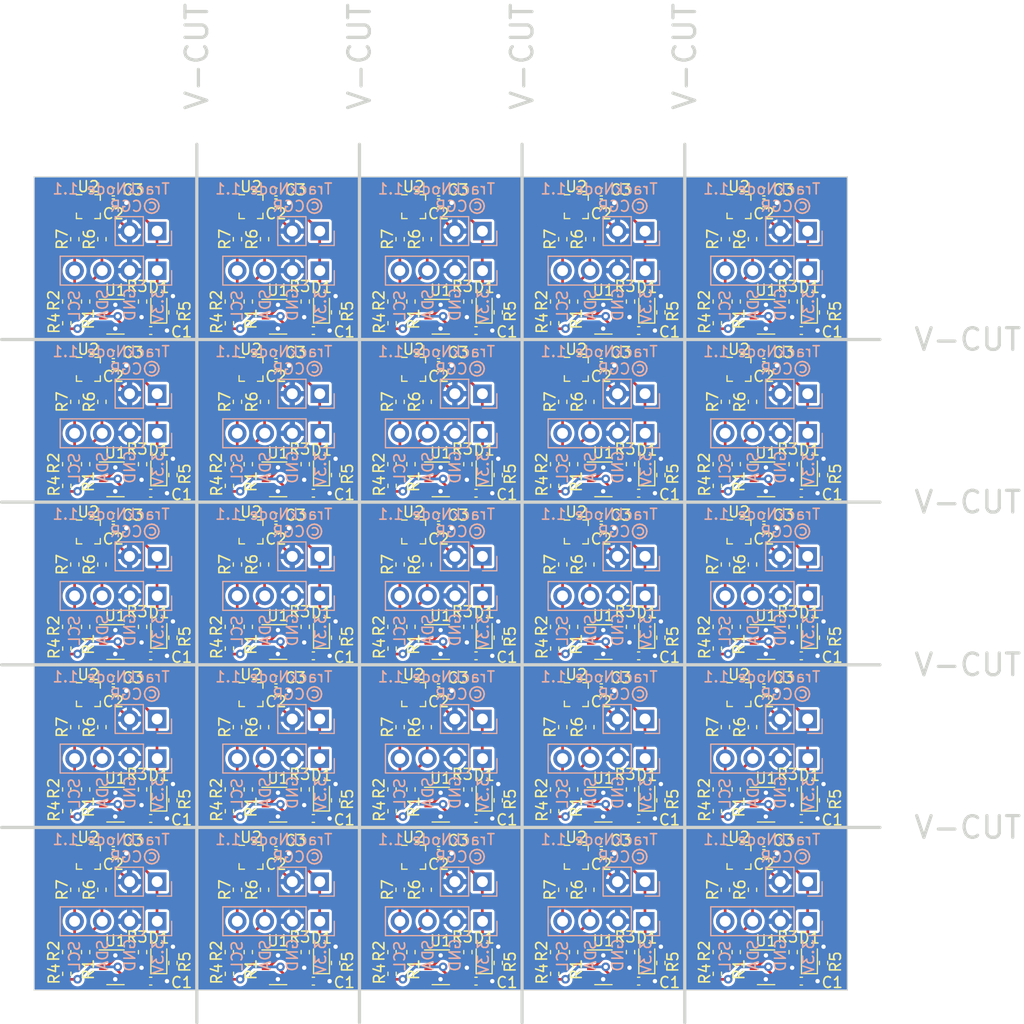
<source format=kicad_pcb>
(kicad_pcb (version 20221018) (generator pcbnew)
  (layers (0 "F.Cu" signal) (31 "B.Cu" signal) (34 "B.Paste" user) (35 "F.Paste" user) (36 "B.SilkS" user "B.Silkscreen") (37 "F.SilkS" user "F.Silkscreen") (38 "B.Mask" user) (39 "F.Mask" user) (44 "Edge.Cuts" user))
  (net 0 "")
  (net 1 "Board_0-/SCL")
  (net 2 "Board_0-/SDA")
  (net 3 "Board_0-/VCC")
  (net 4 "Board_0-GND")
  (net 5 "Board_0-Net-(D1-K)")
  (net 6 "Board_0-Net-(U1-SCL)")
  (net 7 "Board_0-Net-(U1-SDA)")
  (net 8 "Board_0-Net-(U2-SCL{slash}SPC)")
  (net 9 "Board_0-Net-(U2-SDA{slash}SDI{slash}SDO)")
  (net 10 "Board_0-unconnected-(U2-INT1-Pad12)")
  (net 11 "Board_0-unconnected-(U2-INT2-Pad11)")
  (net 12 "Board_1-/SCL")
  (net 13 "Board_1-/SDA")
  (net 14 "Board_1-/VCC")
  (net 15 "Board_1-GND")
  (net 16 "Board_1-Net-(D1-K)")
  (net 17 "Board_1-Net-(U1-SCL)")
  (net 18 "Board_1-Net-(U1-SDA)")
  (net 19 "Board_1-Net-(U2-SCL{slash}SPC)")
  (net 20 "Board_1-Net-(U2-SDA{slash}SDI{slash}SDO)")
  (net 21 "Board_1-unconnected-(U2-INT1-Pad12)")
  (net 22 "Board_1-unconnected-(U2-INT2-Pad11)")
  (net 23 "Board_2-/SCL")
  (net 24 "Board_2-/SDA")
  (net 25 "Board_2-/VCC")
  (net 26 "Board_2-GND")
  (net 27 "Board_2-Net-(D1-K)")
  (net 28 "Board_2-Net-(U1-SCL)")
  (net 29 "Board_2-Net-(U1-SDA)")
  (net 30 "Board_2-Net-(U2-SCL{slash}SPC)")
  (net 31 "Board_2-Net-(U2-SDA{slash}SDI{slash}SDO)")
  (net 32 "Board_2-unconnected-(U2-INT1-Pad12)")
  (net 33 "Board_2-unconnected-(U2-INT2-Pad11)")
  (net 34 "Board_3-/SCL")
  (net 35 "Board_3-/SDA")
  (net 36 "Board_3-/VCC")
  (net 37 "Board_3-GND")
  (net 38 "Board_3-Net-(D1-K)")
  (net 39 "Board_3-Net-(U1-SCL)")
  (net 40 "Board_3-Net-(U1-SDA)")
  (net 41 "Board_3-Net-(U2-SCL{slash}SPC)")
  (net 42 "Board_3-Net-(U2-SDA{slash}SDI{slash}SDO)")
  (net 43 "Board_3-unconnected-(U2-INT1-Pad12)")
  (net 44 "Board_3-unconnected-(U2-INT2-Pad11)")
  (net 45 "Board_4-/SCL")
  (net 46 "Board_4-/SDA")
  (net 47 "Board_4-/VCC")
  (net 48 "Board_4-GND")
  (net 49 "Board_4-Net-(D1-K)")
  (net 50 "Board_4-Net-(U1-SCL)")
  (net 51 "Board_4-Net-(U1-SDA)")
  (net 52 "Board_4-Net-(U2-SCL{slash}SPC)")
  (net 53 "Board_4-Net-(U2-SDA{slash}SDI{slash}SDO)")
  (net 54 "Board_4-unconnected-(U2-INT1-Pad12)")
  (net 55 "Board_4-unconnected-(U2-INT2-Pad11)")
  (net 56 "Board_5-/SCL")
  (net 57 "Board_5-/SDA")
  (net 58 "Board_5-/VCC")
  (net 59 "Board_5-GND")
  (net 60 "Board_5-Net-(D1-K)")
  (net 61 "Board_5-Net-(U1-SCL)")
  (net 62 "Board_5-Net-(U1-SDA)")
  (net 63 "Board_5-Net-(U2-SCL{slash}SPC)")
  (net 64 "Board_5-Net-(U2-SDA{slash}SDI{slash}SDO)")
  (net 65 "Board_5-unconnected-(U2-INT1-Pad12)")
  (net 66 "Board_5-unconnected-(U2-INT2-Pad11)")
  (net 67 "Board_6-/SCL")
  (net 68 "Board_6-/SDA")
  (net 69 "Board_6-/VCC")
  (net 70 "Board_6-GND")
  (net 71 "Board_6-Net-(D1-K)")
  (net 72 "Board_6-Net-(U1-SCL)")
  (net 73 "Board_6-Net-(U1-SDA)")
  (net 74 "Board_6-Net-(U2-SCL{slash}SPC)")
  (net 75 "Board_6-Net-(U2-SDA{slash}SDI{slash}SDO)")
  (net 76 "Board_6-unconnected-(U2-INT1-Pad12)")
  (net 77 "Board_6-unconnected-(U2-INT2-Pad11)")
  (net 78 "Board_7-/SCL")
  (net 79 "Board_7-/SDA")
  (net 80 "Board_7-/VCC")
  (net 81 "Board_7-GND")
  (net 82 "Board_7-Net-(D1-K)")
  (net 83 "Board_7-Net-(U1-SCL)")
  (net 84 "Board_7-Net-(U1-SDA)")
  (net 85 "Board_7-Net-(U2-SCL{slash}SPC)")
  (net 86 "Board_7-Net-(U2-SDA{slash}SDI{slash}SDO)")
  (net 87 "Board_7-unconnected-(U2-INT1-Pad12)")
  (net 88 "Board_7-unconnected-(U2-INT2-Pad11)")
  (net 89 "Board_8-/SCL")
  (net 90 "Board_8-/SDA")
  (net 91 "Board_8-/VCC")
  (net 92 "Board_8-GND")
  (net 93 "Board_8-Net-(D1-K)")
  (net 94 "Board_8-Net-(U1-SCL)")
  (net 95 "Board_8-Net-(U1-SDA)")
  (net 96 "Board_8-Net-(U2-SCL{slash}SPC)")
  (net 97 "Board_8-Net-(U2-SDA{slash}SDI{slash}SDO)")
  (net 98 "Board_8-unconnected-(U2-INT1-Pad12)")
  (net 99 "Board_8-unconnected-(U2-INT2-Pad11)")
  (net 100 "Board_9-/SCL")
  (net 101 "Board_9-/SDA")
  (net 102 "Board_9-/VCC")
  (net 103 "Board_9-GND")
  (net 104 "Board_9-Net-(D1-K)")
  (net 105 "Board_9-Net-(U1-SCL)")
  (net 106 "Board_9-Net-(U1-SDA)")
  (net 107 "Board_9-Net-(U2-SCL{slash}SPC)")
  (net 108 "Board_9-Net-(U2-SDA{slash}SDI{slash}SDO)")
  (net 109 "Board_9-unconnected-(U2-INT1-Pad12)")
  (net 110 "Board_9-unconnected-(U2-INT2-Pad11)")
  (net 111 "Board_10-/SCL")
  (net 112 "Board_10-/SDA")
  (net 113 "Board_10-/VCC")
  (net 114 "Board_10-GND")
  (net 115 "Board_10-Net-(D1-K)")
  (net 116 "Board_10-Net-(U1-SCL)")
  (net 117 "Board_10-Net-(U1-SDA)")
  (net 118 "Board_10-Net-(U2-SCL{slash}SPC)")
  (net 119 "Board_10-Net-(U2-SDA{slash}SDI{slash}SDO)")
  (net 120 "Board_10-unconnected-(U2-INT1-Pad12)")
  (net 121 "Board_10-unconnected-(U2-INT2-Pad11)")
  (net 122 "Board_11-/SCL")
  (net 123 "Board_11-/SDA")
  (net 124 "Board_11-/VCC")
  (net 125 "Board_11-GND")
  (net 126 "Board_11-Net-(D1-K)")
  (net 127 "Board_11-Net-(U1-SCL)")
  (net 128 "Board_11-Net-(U1-SDA)")
  (net 129 "Board_11-Net-(U2-SCL{slash}SPC)")
  (net 130 "Board_11-Net-(U2-SDA{slash}SDI{slash}SDO)")
  (net 131 "Board_11-unconnected-(U2-INT1-Pad12)")
  (net 132 "Board_11-unconnected-(U2-INT2-Pad11)")
  (net 133 "Board_12-/SCL")
  (net 134 "Board_12-/SDA")
  (net 135 "Board_12-/VCC")
  (net 136 "Board_12-GND")
  (net 137 "Board_12-Net-(D1-K)")
  (net 138 "Board_12-Net-(U1-SCL)")
  (net 139 "Board_12-Net-(U1-SDA)")
  (net 140 "Board_12-Net-(U2-SCL{slash}SPC)")
  (net 141 "Board_12-Net-(U2-SDA{slash}SDI{slash}SDO)")
  (net 142 "Board_12-unconnected-(U2-INT1-Pad12)")
  (net 143 "Board_12-unconnected-(U2-INT2-Pad11)")
  (net 144 "Board_13-/SCL")
  (net 145 "Board_13-/SDA")
  (net 146 "Board_13-/VCC")
  (net 147 "Board_13-GND")
  (net 148 "Board_13-Net-(D1-K)")
  (net 149 "Board_13-Net-(U1-SCL)")
  (net 150 "Board_13-Net-(U1-SDA)")
  (net 151 "Board_13-Net-(U2-SCL{slash}SPC)")
  (net 152 "Board_13-Net-(U2-SDA{slash}SDI{slash}SDO)")
  (net 153 "Board_13-unconnected-(U2-INT1-Pad12)")
  (net 154 "Board_13-unconnected-(U2-INT2-Pad11)")
  (net 155 "Board_14-/SCL")
  (net 156 "Board_14-/SDA")
  (net 157 "Board_14-/VCC")
  (net 158 "Board_14-GND")
  (net 159 "Board_14-Net-(D1-K)")
  (net 160 "Board_14-Net-(U1-SCL)")
  (net 161 "Board_14-Net-(U1-SDA)")
  (net 162 "Board_14-Net-(U2-SCL{slash}SPC)")
  (net 163 "Board_14-Net-(U2-SDA{slash}SDI{slash}SDO)")
  (net 164 "Board_14-unconnected-(U2-INT1-Pad12)")
  (net 165 "Board_14-unconnected-(U2-INT2-Pad11)")
  (net 166 "Board_15-/SCL")
  (net 167 "Board_15-/SDA")
  (net 168 "Board_15-/VCC")
  (net 169 "Board_15-GND")
  (net 170 "Board_15-Net-(D1-K)")
  (net 171 "Board_15-Net-(U1-SCL)")
  (net 172 "Board_15-Net-(U1-SDA)")
  (net 173 "Board_15-Net-(U2-SCL{slash}SPC)")
  (net 174 "Board_15-Net-(U2-SDA{slash}SDI{slash}SDO)")
  (net 175 "Board_15-unconnected-(U2-INT1-Pad12)")
  (net 176 "Board_15-unconnected-(U2-INT2-Pad11)")
  (net 177 "Board_16-/SCL")
  (net 178 "Board_16-/SDA")
  (net 179 "Board_16-/VCC")
  (net 180 "Board_16-GND")
  (net 181 "Board_16-Net-(D1-K)")
  (net 182 "Board_16-Net-(U1-SCL)")
  (net 183 "Board_16-Net-(U1-SDA)")
  (net 184 "Board_16-Net-(U2-SCL{slash}SPC)")
  (net 185 "Board_16-Net-(U2-SDA{slash}SDI{slash}SDO)")
  (net 186 "Board_16-unconnected-(U2-INT1-Pad12)")
  (net 187 "Board_16-unconnected-(U2-INT2-Pad11)")
  (net 188 "Board_17-/SCL")
  (net 189 "Board_17-/SDA")
  (net 190 "Board_17-/VCC")
  (net 191 "Board_17-GND")
  (net 192 "Board_17-Net-(D1-K)")
  (net 193 "Board_17-Net-(U1-SCL)")
  (net 194 "Board_17-Net-(U1-SDA)")
  (net 195 "Board_17-Net-(U2-SCL{slash}SPC)")
  (net 196 "Board_17-Net-(U2-SDA{slash}SDI{slash}SDO)")
  (net 197 "Board_17-unconnected-(U2-INT1-Pad12)")
  (net 198 "Board_17-unconnected-(U2-INT2-Pad11)")
  (net 199 "Board_18-/SCL")
  (net 200 "Board_18-/SDA")
  (net 201 "Board_18-/VCC")
  (net 202 "Board_18-GND")
  (net 203 "Board_18-Net-(D1-K)")
  (net 204 "Board_18-Net-(U1-SCL)")
  (net 205 "Board_18-Net-(U1-SDA)")
  (net 206 "Board_18-Net-(U2-SCL{slash}SPC)")
  (net 207 "Board_18-Net-(U2-SDA{slash}SDI{slash}SDO)")
  (net 208 "Board_18-unconnected-(U2-INT1-Pad12)")
  (net 209 "Board_18-unconnected-(U2-INT2-Pad11)")
  (net 210 "Board_19-/SCL")
  (net 211 "Board_19-/SDA")
  (net 212 "Board_19-/VCC")
  (net 213 "Board_19-GND")
  (net 214 "Board_19-Net-(D1-K)")
  (net 215 "Board_19-Net-(U1-SCL)")
  (net 216 "Board_19-Net-(U1-SDA)")
  (net 217 "Board_19-Net-(U2-SCL{slash}SPC)")
  (net 218 "Board_19-Net-(U2-SDA{slash}SDI{slash}SDO)")
  (net 219 "Board_19-unconnected-(U2-INT1-Pad12)")
  (net 220 "Board_19-unconnected-(U2-INT2-Pad11)")
  (net 221 "Board_20-/SCL")
  (net 222 "Board_20-/SDA")
  (net 223 "Board_20-/VCC")
  (net 224 "Board_20-GND")
  (net 225 "Board_20-Net-(D1-K)")
  (net 226 "Board_20-Net-(U1-SCL)")
  (net 227 "Board_20-Net-(U1-SDA)")
  (net 228 "Board_20-Net-(U2-SCL{slash}SPC)")
  (net 229 "Board_20-Net-(U2-SDA{slash}SDI{slash}SDO)")
  (net 230 "Board_20-unconnected-(U2-INT1-Pad12)")
  (net 231 "Board_20-unconnected-(U2-INT2-Pad11)")
  (net 232 "Board_21-/SCL")
  (net 233 "Board_21-/SDA")
  (net 234 "Board_21-/VCC")
  (net 235 "Board_21-GND")
  (net 236 "Board_21-Net-(D1-K)")
  (net 237 "Board_21-Net-(U1-SCL)")
  (net 238 "Board_21-Net-(U1-SDA)")
  (net 239 "Board_21-Net-(U2-SCL{slash}SPC)")
  (net 240 "Board_21-Net-(U2-SDA{slash}SDI{slash}SDO)")
  (net 241 "Board_21-unconnected-(U2-INT1-Pad12)")
  (net 242 "Board_21-unconnected-(U2-INT2-Pad11)")
  (net 243 "Board_22-/SCL")
  (net 244 "Board_22-/SDA")
  (net 245 "Board_22-/VCC")
  (net 246 "Board_22-GND")
  (net 247 "Board_22-Net-(D1-K)")
  (net 248 "Board_22-Net-(U1-SCL)")
  (net 249 "Board_22-Net-(U1-SDA)")
  (net 250 "Board_22-Net-(U2-SCL{slash}SPC)")
  (net 251 "Board_22-Net-(U2-SDA{slash}SDI{slash}SDO)")
  (net 252 "Board_22-unconnected-(U2-INT1-Pad12)")
  (net 253 "Board_22-unconnected-(U2-INT2-Pad11)")
  (net 254 "Board_23-/SCL")
  (net 255 "Board_23-/SDA")
  (net 256 "Board_23-/VCC")
  (net 257 "Board_23-GND")
  (net 258 "Board_23-Net-(D1-K)")
  (net 259 "Board_23-Net-(U1-SCL)")
  (net 260 "Board_23-Net-(U1-SDA)")
  (net 261 "Board_23-Net-(U2-SCL{slash}SPC)")
  (net 262 "Board_23-Net-(U2-SDA{slash}SDI{slash}SDO)")
  (net 263 "Board_23-unconnected-(U2-INT1-Pad12)")
  (net 264 "Board_23-unconnected-(U2-INT2-Pad11)")
  (net 265 "Board_24-/SCL")
  (net 266 "Board_24-/SDA")
  (net 267 "Board_24-/VCC")
  (net 268 "Board_24-GND")
  (net 269 "Board_24-Net-(D1-K)")
  (net 270 "Board_24-Net-(U1-SCL)")
  (net 271 "Board_24-Net-(U1-SDA)")
  (net 272 "Board_24-Net-(U2-SCL{slash}SPC)")
  (net 273 "Board_24-Net-(U2-SDA{slash}SDI{slash}SDO)")
  (net 274 "Board_24-unconnected-(U2-INT1-Pad12)")
  (net 275 "Board_24-unconnected-(U2-INT2-Pad11)")
  (footprint "Capacitor_SMD:C_0402_1005Metric" (layer "F.Cu") (at 163.3 36.4 180)
    (fp_text reference "C3")
    (fp_text value "0.1uF")
  )
  (footprint "Resistor_SMD:R_0402_1005Metric" (layer "F.Cu") (at 162.25 85.75 90)
    (fp_text reference "R6")
    (fp_text value "100")
  )
  (footprint "Resistor_SMD:R_0402_1005Metric" (layer "F.Cu") (at 177.25 25.75 90)
    (fp_text reference "R6")
    (fp_text value "100")
  )
  (footprint "Resistor_SMD:R_0402_1005Metric" (layer "F.Cu") (at 147.25 25.75 90)
    (fp_text reference "R6")
    (fp_text value "100")
  )
  (footprint "Capacitor_SMD:C_0402_1005Metric" (layer "F.Cu") (at 136.75 64.175 180)
    (fp_text reference "C1")
    (fp_text value "0.1uF")
  )
  (footprint "Capacitor_SMD:C_0402_1005Metric" (layer "F.Cu") (at 151.75 79.175 180)
    (fp_text reference "C1")
    (fp_text value "0.1uF")
  )
  (footprint "Resistor_SMD:R_0402_1005Metric" (layer "F.Cu") (at 160.75 61.5 -90)
    (fp_text reference "R1")
    (fp_text value "100")
  )
  (footprint "Resistor_SMD:R_0402_1005Metric" (layer "F.Cu") (at 129.01 93.5 90)
    (fp_text reference "R4")
    (fp_text value "1.2K")
  )
  (footprint "Resistor_SMD:R_0402_1005Metric" (layer "F.Cu") (at 114.75 55.75 90)
    (fp_text reference "R7")
    (fp_text value "100")
  )
  (footprint "Capacitor_SMD:C_0402_1005Metric" (layer "F.Cu") (at 148.3 51.4 180)
    (fp_text reference "C3")
    (fp_text value "0.1uF")
  )
  (footprint "Capacitor_SMD:C_0402_1005Metric" (layer "F.Cu") (at 148.3 52.4 180)
    (fp_text reference "C2")
    (fp_text value "0.1uF")
  )
  (footprint "Resistor_SMD:R_0402_1005Metric" (layer "F.Cu") (at 132.25 25.75 90)
    (fp_text reference "R6")
    (fp_text value "100")
  )
  (footprint "Package_LGA:LGA-12_2x2mm_P0.5mm" (layer "F.Cu") (at 146 67.75)
    (fp_text reference "U2")
    (fp_text value "LIS2DTW12")
  )
  (footprint "Resistor_SMD:R_0402_1005Metric" (layer "F.Cu") (at 121 31.5 90)
    (fp_text reference "R3")
    (fp_text value "1.2K")
  )
  (footprint "Resistor_SMD:R_0402_1005Metric" (layer "F.Cu") (at 132.25 85.75 90)
    (fp_text reference "R6")
    (fp_text value "100")
  )
  (footprint "Package_SO:TSOP-6_1.65x3.05mm_P0.95mm" (layer "F.Cu") (at 178.5 92.9)
    (fp_text reference "U1")
    (fp_text value "TLV493D-A1B6")
  )
  (footprint "Capacitor_SMD:C_0402_1005Metric" (layer "F.Cu") (at 181.75 34.175 180)
    (fp_text reference "C1")
    (fp_text value "0.1uF")
  )
  (footprint "Package_SO:TSOP-6_1.65x3.05mm_P0.95mm" (layer "F.Cu") (at 118.5 32.9)
    (fp_text reference "U1")
    (fp_text value "TLV493D-A1B6")
  )
  (footprint "Capacitor_SMD:C_0402_1005Metric" (layer "F.Cu") (at 178.3 81.4 180)
    (fp_text reference "C3")
    (fp_text value "0.1uF")
  )
  (footprint "Resistor_SMD:R_0402_1005Metric" (layer "F.Cu") (at 129 91.5 -90)
    (fp_text reference "R2")
    (fp_text value "100")
  )
  (footprint "Resistor_SMD:R_0402_1005Metric" (layer "F.Cu") (at 160.75 91.5 -90)
    (fp_text reference "R1")
    (fp_text value "100")
  )
  (footprint "Resistor_SMD:R_0402_1005Metric" (layer "F.Cu") (at 114.01 93.5 90)
    (fp_text reference "R4")
    (fp_text value "1.2K")
  )
  (footprint "Resistor_SMD:R_0402_1005Metric" (layer "F.Cu") (at 144.01 78.5 90)
    (fp_text reference "R4")
    (fp_text value "1.2K")
  )
  (footprint "Capacitor_SMD:C_0402_1005Metric" (layer "F.Cu") (at 181.75 64.175 180)
    (fp_text reference "C1")
    (fp_text value "0.1uF")
  )
  (footprint "Package_SO:TSOP-6_1.65x3.05mm_P0.95mm" (layer "F.Cu") (at 163.5 47.9)
    (fp_text reference "U1")
    (fp_text value "TLV493D-A1B6")
  )
  (footprint "Resistor_SMD:R_0402_1005Metric" (layer "F.Cu") (at 151 91.5 90)
    (fp_text reference "R3")
    (fp_text value "1.2K")
  )
  (footprint "Resistor_SMD:R_0402_1005Metric" (layer "F.Cu") (at 147.25 70.75 90)
    (fp_text reference "R6")
    (fp_text value "100")
  )
  (footprint "LED_SMD:LED_0603_1608Metric" (layer "F.Cu") (at 167.5 47 90)
    (fp_text reference "D1")
    (fp_text value "LED")
  )
  (footprint "Package_LGA:LGA-12_2x2mm_P0.5mm" (layer "F.Cu") (at 131 22.75)
    (fp_text reference "U2")
    (fp_text value "LIS2DTW12")
  )
  (footprint "Resistor_SMD:R_0402_1005Metric" (layer "F.Cu") (at 159 91.5 -90)
    (fp_text reference "R2")
    (fp_text value "100")
  )
  (footprint "Resistor_SMD:R_0402_1005Metric" (layer "F.Cu") (at 144 61.5 -90)
    (fp_text reference "R2")
    (fp_text value "100")
  )
  (footprint "Capacitor_SMD:C_0402_1005Metric" (layer "F.Cu") (at 163.3 37.4 180)
    (fp_text reference "C2")
    (fp_text value "0.1uF")
  )
  (footprint "Capacitor_SMD:C_0402_1005Metric" (layer "F.Cu") (at 163.3 67.4 180)
    (fp_text reference "C2")
    (fp_text value "0.1uF")
  )
  (footprint "Resistor_SMD:R_0402_1005Metric" (layer "F.Cu") (at 114 61.5 -90)
    (fp_text reference "R2")
    (fp_text value "100")
  )
  (footprint "Resistor_SMD:R_0402_1005Metric" (layer "F.Cu") (at 174.75 55.75 90)
    (fp_text reference "R7")
    (fp_text value "100")
  )
  (footprint "Capacitor_SMD:C_0402_1005Metric" (layer "F.Cu") (at 121.75 64.175 180)
    (fp_text reference "C1")
    (fp_text value "0.1uF")
  )
  (footprint "Resistor_SMD:R_0402_1005Metric" (layer "F.Cu") (at 130.75 61.5 -90)
    (fp_text reference "R1")
    (fp_text value "100")
  )
  (footprint "Resistor_SMD:R_0402_1005Metric" (layer "F.Cu") (at 129.01 63.5 90)
    (fp_text reference "R4")
    (fp_text value "1.2K")
  )
  (footprint "LED_SMD:LED_0603_1608Metric" (layer "F.Cu") (at 152.5 32 90)
    (fp_text reference "D1")
    (fp_text value "LED")
  )
  (footprint "Capacitor_SMD:C_0402_1005Metric" (layer "F.Cu") (at 118.3 22.4 180)
    (fp_text reference "C2")
    (fp_text value "0.1uF")
  )
  (footprint "Resistor_SMD:R_0402_1005Metric" (layer "F.Cu") (at 174.01 63.5 90)
    (fp_text reference "R4")
    (fp_text value "1.2K")
  )
  (footprint "Package_SO:TSOP-6_1.65x3.05mm_P0.95mm" (layer "F.Cu") (at 133.5 32.9)
    (fp_text reference "U1")
    (fp_text value "TLV493D-A1B6")
  )
  (footprint "Capacitor_SMD:C_0402_1005Metric" (layer "F.Cu") (at 166.75 34.175 180)
    (fp_text reference "C1")
    (fp_text value "0.1uF")
  )
  (footprint "Resistor_SMD:R_0402_1005Metric" (layer "F.Cu") (at 136 76.5 90)
    (fp_text reference "R3")
    (fp_text value "1.2K")
  )
  (footprint "Resistor_SMD:R_0402_1005Metric" (layer "F.Cu") (at 136 91.5 90)
    (fp_text reference "R3")
    (fp_text value "1.2K")
  )
  (footprint "Resistor_SMD:R_0402_1005Metric" (layer "F.Cu") (at 114 91.5 -90)
    (fp_text reference "R2")
    (fp_text value "100")
  )
  (footprint "Resistor_SMD:R_0402_1005Metric" (layer "F.Cu") (at 138.8 77.5 90)
    (fp_text reference "R5")
    (fp_text value "500")
  )
  (footprint "Package_SO:TSOP-6_1.65x3.05mm_P0.95mm" (layer "F.Cu") (at 133.5 47.9)
    (fp_text reference "U1")
    (fp_text value "TLV493D-A1B6")
  )
  (footprint "Resistor_SMD:R_0402_1005Metric" (layer "F.Cu") (at 174 46.5 -90)
    (fp_text reference "R2")
    (fp_text value "100")
  )
  (footprint "Package_LGA:LGA-12_2x2mm_P0.5mm" (layer "F.Cu") (at 146 52.75)
    (fp_text reference "U2")
    (fp_text value "LIS2DTW12")
  )
  (footprint "Capacitor_SMD:C_0402_1005Metric" (layer "F.Cu") (at 181.75 79.175 180)
    (fp_text reference "C1")
    (fp_text value "0.1uF")
  )
  (footprint "Capacitor_SMD:C_0402_1005Metric" (layer "F.Cu") (at 166.75 94.175 180)
    (fp_text reference "C1")
    (fp_text value "0.1uF")
  )
  (footprint "Package_LGA:LGA-12_2x2mm_P0.5mm" (layer "F.Cu") (at 176 37.75)
    (fp_text reference "U2")
    (fp_text value "LIS2DTW12")
  )
  (footprint "Resistor_SMD:R_0402_1005Metric" (layer "F.Cu") (at 174 31.5 -90)
    (fp_text reference "R2")
    (fp_text value "100")
  )
  (footprint "Resistor_SMD:R_0402_1005Metric" (layer "F.Cu") (at 136 46.5 90)
    (fp_text reference "R3")
    (fp_text value "1.2K")
  )
  (footprint "Resistor_SMD:R_0402_1005Metric" (layer "F.Cu") (at 174 91.5 -90)
    (fp_text reference "R2")
    (fp_text value "100")
  )
  (footprint "Capacitor_SMD:C_0402_1005Metric" (layer "F.Cu") (at 178.3 22.4 180)
    (fp_text reference "C2")
    (fp_text value "0.1uF")
  )
  (footprint "Resistor_SMD:R_0402_1005Metric" (layer "F.Cu") (at 136 31.5 90)
    (fp_text reference "R3")
    (fp_text value "1.2K")
  )
  (footprint "LED_SMD:LED_0603_1608Metric" (layer "F.Cu") (at 167.5 32 90)
    (fp_text reference "D1")
    (fp_text value "LED")
  )
  (footprint "Resistor_SMD:R_0402_1005Metric" (layer "F.Cu") (at 159.75 85.75 90)
    (fp_text reference "R7")
    (fp_text value "100")
  )
  (footprint "Package_SO:TSOP-6_1.65x3.05mm_P0.95mm" (layer "F.Cu") (at 118.5 47.9)
    (fp_text reference "U1")
    (fp_text value "TLV493D-A1B6")
  )
  (footprint "Resistor_SMD:R_0402_1005Metric" (layer "F.Cu") (at 177.25 40.75 90)
    (fp_text reference "R6")
    (fp_text value "100")
  )
  (footprint "Resistor_SMD:R_0402_1005Metric" (layer "F.Cu") (at 159.01 93.5 90)
    (fp_text reference "R4")
    (fp_text value "1.2K")
  )
  (footprint "LED_SMD:LED_0603_1608Metric" (layer "F.Cu") (at 122.5 62 90)
    (fp_text reference "D1")
    (fp_text value "LED")
  )
  (footprint "Resistor_SMD:R_0402_1005Metric" (layer "F.Cu") (at 114.75 85.75 90)
    (fp_text reference "R7")
    (fp_text value "100")
  )
  (footprint "Capacitor_SMD:C_0402_1005Metric" (layer "F.Cu") (at 133.3 22.4 180)
    (fp_text reference "C2")
    (fp_text value "0.1uF")
  )
  (footprint "Package_SO:TSOP-6_1.65x3.05mm_P0.95mm" (layer "F.Cu") (at 148.5 92.9)
    (fp_text reference "U1")
    (fp_text value "TLV493D-A1B6")
  )
  (footprint "Resistor_SMD:R_0402_1005Metric" (layer "F.Cu") (at 117.25 85.75 90)
    (fp_text reference "R6")
    (fp_text value "100")
  )
  (footprint "Resistor_SMD:R_0402_1005Metric" (layer "F.Cu") (at 166 91.5 90)
    (fp_text reference "R3")
    (fp_text value "1.2K")
  )
  (footprint "Package_LGA:LGA-12_2x2mm_P0.5mm" (layer "F.Cu") (at 146 22.75)
    (fp_text reference "U2")
    (fp_text value "LIS2DTW12")
  )
  (footprint "Resistor_SMD:R_0402_1005Metric" (layer "F.Cu") (at 162.25 40.75 90)
    (fp_text reference "R6")
    (fp_text value "100")
  )
  (footprint "Resistor_SMD:R_0402_1005Metric" (layer "F.Cu") (at 145.75 76.5 -90)
    (fp_text reference "R1")
    (fp_text value "100")
  )
  (footprint "Resistor_SMD:R_0402_1005Metric" (layer "F.Cu") (at 175.75 91.5 -90)
    (fp_text reference "R1")
    (fp_text value "100")
  )
  (footprint "Resistor_SMD:R_0402_1005Metric" (layer "F.Cu") (at 138.8 47.5 90)
    (fp_text reference "R5")
    (fp_text value "500")
  )
  (footprint "Resistor_SMD:R_0402_1005Metric" (layer "F.Cu") (at 159 76.5 -90)
    (fp_text reference "R2")
    (fp_text value "100")
  )
  (footprint "Capacitor_SMD:C_0402_1005Metric" (layer "F.Cu") (at 163.3 81.4 180)
    (fp_text reference "C3")
    (fp_text value "0.1uF")
  )
  (footprint "Package_LGA:LGA-12_2x2mm_P0.5mm" (layer "F.Cu") (at 116 67.75)
    (fp_text reference "U2")
    (fp_text value "LIS2DTW12")
  )
  (footprint "Capacitor_SMD:C_0402_1005Metric" (layer "F.Cu") (at 133.3 21.4 180)
    (fp_text reference "C3")
    (fp_text value "0.1uF")
  )
  (footprint "Capacitor_SMD:C_0402_1005Metric" (layer "F.Cu") (at 148.3 66.4 180)
    (fp_text reference "C3")
    (fp_text value "0.1uF")
  )
  (footprint "LED_SMD:LED_0603_1608Metric" (layer "F.Cu") (at 182.5 32 90)
    (fp_text reference "D1")
    (fp_text value "LED")
  )
  (footprint "Resistor_SMD:R_0402_1005Metric" (layer "F.Cu") (at 144.75 70.75 90)
    (fp_text reference "R7")
    (fp_text value "100")
  )
  (footprint "Capacitor_SMD:C_0402_1005Metric" (layer "F.Cu") (at 166.75 64.175 180)
    (fp_text reference "C1")
    (fp_text value "0.1uF")
  )
  (footprint "Package_LGA:LGA-12_2x2mm_P0.5mm" (layer "F.Cu") (at 146 82.75)
    (fp_text reference "U2")
    (fp_text value "LIS2DTW12")
  )
  (footprint "Capacitor_SMD:C_0402_1005Metric" (layer "F.Cu") (at 151.75 49.175 180)
    (fp_text reference "C1")
    (fp_text value "0.1uF")
  )
  (footprint "Capacitor_SMD:C_0402_1005Metric" (layer "F.Cu") (at 118.3 82.4 180)
    (fp_text reference "C2")
    (fp_text value "0.1uF")
  )
  (footprint "Capacitor_SMD:C_0402_1005Metric" (layer "F.Cu") (at 133.3 37.4 180)
    (fp_text reference "C2")
    (fp_text value "0.1uF")
  )
  (footprint "LED_SMD:LED_0603_1608Metric" (layer "F.Cu") (at 182.5 77 90)
    (fp_text reference "D1")
    (fp_text value "LED")
  )
  (footprint "Resistor_SMD:R_0402_1005Metric" (layer "F.Cu") (at 130.75 46.5 -90)
    (fp_text reference "R1")
    (fp_text value "100")
  )
  (footprint "Capacitor_SMD:C_0402_1005Metric" (layer "F.Cu") (at 178.3 51.4 180)
    (fp_text reference "C3")
    (fp_text value "0.1uF")
  )
  (footprint "LED_SMD:LED_0603_1608Metric" (layer "F.Cu") (at 122.5 47 90)
    (fp_text reference "D1")
    (fp_text value "LED")
  )
  (footprint "Capacitor_SMD:C_0402_1005Metric" (layer "F.Cu") (at 148.3 21.4 180)
    (fp_text reference "C3")
    (fp_text value "0.1uF")
  )
  (footprint "Capacitor_SMD:C_0402_1005Metric" (layer "F.Cu") (at 118.3 52.4 180)
    (fp_text reference "C2")
    (fp_text value "0.1uF")
  )
  (footprint "Capacitor_SMD:C_0402_1005Metric" (layer "F.Cu") (at 181.75 49.175 180)
    (fp_text reference "C1")
    (fp_text value "0.1uF")
  )
  (footprint "Resistor_SMD:R_0402_1005Metric" (layer "F.Cu") (at 174.01 93.5 90)
    (fp_text reference "R4")
    (fp_text value "1.2K")
  )
  (footprint "Resistor_SMD:R_0402_1005Metric" (layer "F.Cu") (at 123.8 32.5 90)
    (fp_text reference "R5")
    (fp_text value "500")
  )
  (footprint "Resistor_SMD:R_0402_1005Metric" (layer "F.Cu") (at 151 31.5 90)
    (fp_text reference "R3")
    (fp_text value "1.2K")
  )
  (footprint "Resistor_SMD:R_0402_1005Metric" (layer "F.Cu") (at 181 31.5 90)
    (fp_text reference "R3")
    (fp_text value "1.2K")
  )
  (footprint "Resistor_SMD:R_0402_1005Metric" (layer "F.Cu") (at 144 46.5 -90)
    (fp_text reference "R2")
    (fp_text value "100")
  )
  (footprint "Capacitor_SMD:C_0402_1005Metric" (layer "F.Cu") (at 148.3 81.4 180)
    (fp_text reference "C3")
    (fp_text value "0.1uF")
  )
  (footprint "Resistor_SMD:R_0402_1005Metric" (layer "F.Cu") (at 144.01 63.5 90)
    (fp_text reference "R4")
    (fp_text value "1.2K")
  )
  (footprint "Resistor_SMD:R_0402_1005Metric" (layer "F.Cu") (at 159.01 33.5 90)
    (fp_text reference "R4")
    (fp_text value "1.2K")
  )
  (footprint "Package_LGA:LGA-12_2x2mm_P0.5mm" (layer "F.Cu") (at 116 22.75)
    (fp_text reference "U2")
    (fp_text value "LIS2DTW12")
  )
  (footprint "LED_SMD:LED_0603_1608Metric" (layer "F.Cu") (at 182.5 62 90)
    (fp_text reference "D1")
    (fp_text value "LED")
  )
  (footprint "Resistor_SMD:R_0402_1005Metric" (layer "F.Cu") (at 168.8 92.5 90)
    (fp_text reference "R5")
    (fp_text value "500")
  )
  (footprint "Capacitor_SMD:C_0402_1005Metric" (layer "F.Cu") (at 136.75 94.175 180)
    (fp_text reference "C1")
    (fp_text value "0.1uF")
  )
  (footprint "Capacitor_SMD:C_0402_1005Metric" (layer "F.Cu") (at 178.3 36.4 180)
    (fp_text reference "C3")
    (fp_text value "0.1uF")
  )
  (footprint "Capacitor_SMD:C_0402_1005Metric" (layer "F.Cu") (at 133.3 66.4 180)
    (fp_text reference "C3")
    (fp_text value "0.1uF")
  )
  (footprint "Resistor_SMD:R_0402_1005Metric" (layer "F.Cu") (at 181 46.5 90)
    (fp_text reference "R3")
    (fp_text value "1.2K")
  )
  (footprint "Resistor_SMD:R_0402_1005Metric" (layer "F.Cu") (at 174.75 40.75 90)
    (fp_text reference "R7")
    (fp_text value "100")
  )
  (footprint "Resistor_SMD:R_0402_1005Metric" (layer "F.Cu") (at 117.25 70.75 90)
    (fp_text reference "R6")
    (fp_text value "100")
  )
  (footprint "LED_SMD:LED_0603_1608Metric" (layer "F.Cu") (at 122.5 92 90)
    (fp_text reference "D1")
    (fp_text value "LED")
  )
  (footprint "Resistor_SMD:R_0402_1005Metric" (layer "F.Cu") (at 147.25 40.75 90)
    (fp_text reference "R6")
    (fp_text value "100")
  )
  (footprint "Package_LGA:LGA-12_2x2mm_P0.5mm" (layer "F.Cu") (at 176 52.75)
    (fp_text reference "U2")
    (fp_text value "LIS2DTW12")
  )
  (footprint "Package_SO:TSOP-6_1.65x3.05mm_P0.95mm" (layer "F.Cu") (at 163.5 62.9)
    (fp_text reference "U1")
    (fp_text value "TLV493D-A1B6")
  )
  (footprint "Resistor_SMD:R_0402_1005Metric" (layer "F.Cu") (at 160.75 46.5 -90)
    (fp_text reference "R1")
    (fp_text value "100")
  )
  (footprint "Capacitor_SMD:C_0402_1005Metric" (layer "F.Cu") (at 178.3 82.4 180)
    (fp_text reference "C2")
    (fp_text value "0.1uF")
  )
  (footprint "Resistor_SMD:R_0402_1005Metric" (layer "F.Cu") (at 115.75 46.5 -90)
    (fp_text reference "R1")
    (fp_text value "100")
  )
  (footprint "Resistor_SMD:R_0402_1005Metric" (layer "F.Cu") (at 129 76.5 -90)
    (fp_text reference "R2")
    (fp_text value "100")
  )
  (footprint "Resistor_SMD:R_0402_1005Metric" (layer "F.Cu") (at 114.75 25.75 90)
    (fp_text reference "R7")
    (fp_text value "100")
  )
  (footprint "Resistor_SMD:R_0402_1005Metric" (layer "F.Cu") (at 138.8 32.5 90)
    (fp_text reference "R5")
    (fp_text value "500")
  )
  (footprint "Resistor_SMD:R_0402_1005Metric" (layer "F.Cu") (at 159 46.5 -90)
    (fp_text reference "R2")
    (fp_text value "100")
  )
  (footprint "Capacitor_SMD:C_0402_1005Metric" (layer "F.Cu") (at 151.75 34.175 180)
    (fp_text reference "C1")
    (fp_text value "0.1uF")
  )
  (footprint "Resistor_SMD:R_0402_1005Metric" (layer "F.Cu") (at 129.75 85.75 90)
    (fp_text reference "R7")
    (fp_text value "100")
  )
  (footprint "Capacitor_SMD:C_0402_1005Metric" (layer "F.Cu") (at 133.3 52.4 180)
    (fp_text reference "C2")
    (fp_text value "0.1uF")
  )
  (footprint "Resistor_SMD:R_0402_1005Metric" (layer "F.Cu") (at 160.75 31.5 -90)
    (fp_text reference "R1")
    (fp_text value "100")
  )
  (footprint "Resistor_SMD:R_0402_1005Metric" (layer "F.Cu") (at 160.75 76.5 -90)
    (fp_text reference "R1")
    (fp_text value "100")
  )
  (footprint "LED_SMD:LED_0603_1608Metric" (layer "F.Cu") (at 152.5 62 90)
    (fp_text reference "D1")
    (fp_text value "LED")
  )
  (footprint "Resistor_SMD:R_0402_1005Metric" (layer "F.Cu") (at 162.25 70.75 90)
    (fp_text reference "R6")
    (fp_text value "100")
  )
  (footprint "Resistor_SMD:R_0402_1005Metric" (layer "F.Cu") (at 117.25 55.75 90)
    (fp_text reference "R6")
    (fp_text value "100")
  )
  (footprint "Resistor_SMD:R_0402_1005Metric" (layer "F.Cu") (at 114 76.5 -90)
    (fp_text reference "R2")
    (fp_text value "100")
  )
  (footprint "Resistor_SMD:R_0402_1005Metric" (layer "F.Cu") (at 168.8 62.5 90)
    (fp_text reference "R5")
    (fp_text value "500")
  )
  (footprint "Resistor_SMD:R_0402_1005Metric" (layer "F.Cu") (at 159 61.5 -90)
    (fp_text reference "R2")
    (fp_text value "100")
  )
  (footprint "Resistor_SMD:R_0402_1005Metric" (layer "F.Cu") (at 129 61.5 -90)
    (fp_text reference "R2")
    (fp_text value "100")
  )
  (footprint "Capacitor_SMD:C_0402_1005Metric" (layer "F.Cu") (at 133.3 82.4 180)
    (fp_text reference "C2")
    (fp_text value "0.1uF")
  )
  (footprint "Capacitor_SMD:C_0402_1005Metric" (layer "F.Cu") (at 181.75 94.175 180)
    (fp_text reference "C1")
    (fp_text value "0.1uF")
  )
  (footprint "Capacitor_SMD:C_0402_1005Metric" (layer "F.Cu") (at 178.3 21.4 180)
    (fp_text reference "C3")
    (fp_text value "0.1uF")
  )
  (footprint "Package_SO:TSOP-6_1.65x3.05mm_P0.95mm" (layer "F.Cu") (at 163.5 77.9)
    (fp_text reference "U1")
    (fp_text value "TLV493D-A1B6")
  )
  (footprint "Resistor_SMD:R_0402_1005Metric" (layer "F.Cu") (at 166 61.5 90)
    (fp_text reference "R3")
    (fp_text value "1.2K")
  )
  (footprint "Capacitor_SMD:C_0402_1005Metric" (layer "F.Cu") (at 133.3 51.4 180)
    (fp_text reference "C3")
    (fp_text value "0.1uF")
  )
  (footprint "Package_SO:TSOP-6_1.65x3.05mm_P0.95mm" (layer "F.Cu") (at 148.5 62.9)
    (fp_text reference "U1")
    (fp_text value "TLV493D-A1B6")
  )
  (footprint "Resistor_SMD:R_0402_1005Metric" (layer "F.Cu") (at 181 61.5 90)
    (fp_text reference "R3")
    (fp_text value "1.2K")
  )
  (footprint "Resistor_SMD:R_0402_1005Metric" (layer "F.Cu") (at 168.8 47.5 90)
    (fp_text reference "R5")
    (fp_text value "500")
  )
  (footprint "Resistor_SMD:R_0402_1005Metric" (layer "F.Cu") (at 181 91.5 90)
    (fp_text reference "R3")
    (fp_text value "1.2K")
  )
  (footprint "Capacitor_SMD:C_0402_1005Metric" (layer "F.Cu") (at 166.75 79.175 180)
    (fp_text reference "C1")
    (fp_text value "0.1uF")
  )
  (footprint "Capacitor_SMD:C_0402_1005Metric" (layer "F.Cu") (at 133.3 36.4 180)
    (fp_text reference "C3")
    (fp_text value "0.1uF")
  )
  (footprint "Resistor_SMD:R_0402_1005Metric" (layer "F.Cu") (at 159 31.5 -90)
    (fp_text reference "R2")
    (fp_text value "100")
  )
  (footprint "Resistor_SMD:R_0402_1005Metric" (layer "F.Cu") (at 129.75 25.75 90)
    (fp_text reference "R7")
    (fp_text value "100")
  )
  (footprint "Resistor_SMD:R_0402_1005Metric" (layer "F.Cu") (at 144.01 33.5 90)
    (fp_text reference "R4")
    (fp_text value "1.2K")
  )
  (footprint "Package_SO:TSOP-6_1.65x3.05mm_P0.95mm" (layer "F.Cu") (at 163.5 32.9)
    (fp_text reference "U1")
    (fp_text value "TLV493D-A1B6")
  )
  (footprint "Capacitor_SMD:C_0402_1005Metric" (layer "F.Cu") (at 148.3 36.4 180)
    (fp_text reference "C3")
    (fp_text value "0.1uF")
  )
  (footprint "Resistor_SMD:R_0402_1005Metric" (layer "F.Cu") (at 123.8 47.5 90)
    (fp_text reference "R5")
    (fp_text value "500")
  )
  (footprint "LED_SMD:LED_0603_1608Metric" (layer "F.Cu") (at 137.5 62 90)
    (fp_text reference "D1")
    (fp_text value "LED")
  )
  (footprint "Resistor_SMD:R_0402_1005Metric" (layer "F.Cu") (at 123.8 92.5 90)
    (fp_text reference "R5")
    (fp_text value "500")
  )
  (footprint "Capacitor_SMD:C_0402_1005Metric" (layer "F.Cu") (at 178.3 67.4 180)
    (fp_text reference "C2")
    (fp_text value "0.1uF")
  )
  (footprint "Capacitor_SMD:C_0402_1005Metric" (layer "F.Cu") (at 166.75 49.175 180)
    (fp_text reference "C1")
    (fp_text value "0.1uF")
  )
  (footprint "Package_LGA:LGA-12_2x2mm_P0.5mm" (layer "F.Cu") (at 161 67.75)
    (fp_text reference "U2")
    (fp_text value "LIS2DTW12")
  )
  (footprint "Resistor_SMD:R_0402_1005Metric" (layer "F.Cu") (at 136 61.5 90)
    (fp_text reference "R3")
    (fp_text value "1.2K")
  )
  (footprint "Resistor_SMD:R_0402_1005Metric" (layer "F.Cu") (at 174.75 85.75 90)
    (fp_text reference "R7")
    (fp_text value "100")
  )
  (footprint "Resistor_SMD:R_0402_1005Metric" (layer "F.Cu") (at 183.8 32.5 90)
    (fp_text reference "R5")
    (fp_text value "500")
  )
  (footprint "Capacitor_SMD:C_0402_1005Metric" (layer "F.Cu") (at 178.3 66.4 180)
    (fp_text reference "C3")
    (fp_text value "0.1uF")
  )
  (footprint "LED_SMD:LED_0603_1608Metric" (layer "F.Cu") (at 152.5 92 90)
    (fp_text reference "D1")
    (fp_text value "LED")
  )
  (footprint "Resistor_SMD:R_0402_1005Metric" (layer "F.Cu") (at 144 31.5 -90)
    (fp_text reference "R2")
    (fp_text value "100")
  )
  (footprint "Package_LGA:LGA-12_2x2mm_P0.5mm" (layer "F.Cu") (at 131 37.75)
    (fp_text reference "U2")
    (fp_text value "LIS2DTW12")
  )
  (footprint "Package_SO:TSOP-6_1.65x3.05mm_P0.95mm" (layer "F.Cu") (at 148.5 47.9)
    (fp_text reference "U1")
    (fp_text value "TLV493D-A1B6")
  )
  (footprint "Capacitor_SMD:C_0402_1005Metric" (layer "F.Cu") (at 136.75 34.175 180)
    (fp_text reference "C1")
    (fp_text value "0.1uF")
  )
  (footprint "Resistor_SMD:R_0402_1005Metric" (layer "F.Cu") (at 144.01 93.5 90)
    (fp_text reference "R4")
    (fp_text value "1.2K")
  )
  (footprint "Resistor_SMD:R_0402_1005Metric" (layer "F.Cu") (at 130.75 91.5 -90)
    (fp_text reference "R1")
    (fp_text value "100")
  )
  (footprint "Package_LGA:LGA-12_2x2mm_P0.5mm" (layer "F.Cu") (at 116 82.75)
    (fp_text reference "U2")
    (fp_text value "LIS2DTW12")
  )
  (footprint "Package_SO:TSOP-6_1.65x3.05mm_P0.95mm" (layer "F.Cu") (at 178.5 62.9)
    (fp_text reference "U1")
    (fp_text value "TLV493D-A1B6")
  )
  (footprint "Capacitor_SMD:C_0402_1005Metric" (layer "F.Cu") (at 178.3 37.4 180)
    (fp_text reference "C2")
    (fp_text value "0.1uF")
  )
  (footprint "Package_SO:TSOP-6_1.65x3.05mm_P0.95mm" (layer "F.Cu") (at 178.5 47.9)
    (fp_text reference "U1")
    (fp_text value "TLV493D-A1B6")
  )
  (footprint "Resistor_SMD:R_0402_1005Metric" (layer "F.Cu") (at 114.01 33.5 90)
    (fp_text reference "R4")
    (fp_text value "1.2K")
  )
  (footprint "Resistor_SMD:R_0402_1005Metric" (layer "F.Cu") (at 121 76.5 90)
    (fp_text reference "R3")
    (fp_text value "1.2K")
  )
  (footprint "Capacitor_SMD:C_0402_1005Metric" (layer "F.Cu") (at 148.3 82.4 180)
    (fp_text reference "C2")
    (fp_text value "0.1uF")
  )
  (footprint "Package_LGA:LGA-12_2x2mm_P0.5mm" (layer "F.Cu") (at 116 37.75)
    (fp_text reference "U2")
    (fp_text value "LIS2DTW12")
  )
  (footprint "Package_LGA:LGA-12_2x2mm_P0.5mm" (layer "F.Cu") (at 161 82.75)
    (fp_text reference "U2")
    (fp_text value "LIS2DTW12")
  )
  (footprint "Package_LGA:LGA-12_2x2mm_P0.5mm" (layer "F.Cu") (at 176 82.75)
    (fp_text reference "U2")
    (fp_text value "LIS2DTW12")
  )
  (footprint "Resistor_SMD:R_0402_1005Metric" (layer "F.Cu") (at 174.01 48.5 90)
    (fp_text reference "R4")
    (fp_text value "1.2K")
  )
  (footprint "Resistor_SMD:R_0402_1005Metric" (layer "F.Cu") (at 177.25 70.75 90)
    (fp_text reference "R6")
    (fp_text value "100")
  )
  (footprint "Capacitor_SMD:C_0402_1005Metric" (layer "F.Cu") (at 163.3 82.4 180)
    (fp_text reference "C2")
    (fp_text value "0.1uF")
  )
  (footprint "Package_SO:TSOP-6_1.65x3.05mm_P0.95mm" (layer "F.Cu") (at 133.5 62.9)
    (fp_text reference "U1")
    (fp_text value "TLV493D-A1B6")
  )
  (footprint "Resistor_SMD:R_0402_1005Metric" (layer "F.Cu") (at 159.75 70.75 90)
    (fp_text reference "R7")
    (fp_text value "100")
  )
  (footprint "Resistor_SMD:R_0402_1005Metric" (layer "F.Cu") (at 114.01 78.5 90)
    (fp_text reference "R4")
    (fp_text value "1.2K")
  )
  (footprint "LED_SMD:LED_0603_1608Metric" (layer "F.Cu") (at 122.5 77 90)
    (fp_text reference "D1")
    (fp_text value "LED")
  )
  (footprint "Capacitor_SMD:C_0402_1005Metric" (layer "F.Cu") (at 163.3 52.4 180)
    (fp_text reference "C2")
    (fp_text value "0.1uF")
  )
  (footprint "Resistor_SMD:R_0402_1005Metric" (layer "F.Cu") (at 174.01 78.5 90)
    (fp_text reference "R4")
    (fp_text value "1.2K")
  )
  (footprint "Capacitor_SMD:C_0402_1005Metric" (layer "F.Cu") (at 148.3 37.4 180)
    (fp_text reference "C2")
    (fp_text value "0.1uF")
  )
  (footprint "Resistor_SMD:R_0402_1005Metric" (layer "F.Cu") (at 177.25 85.75 90)
    (fp_text reference "R6")
    (fp_text value "100")
  )
  (footprint "Resistor_SMD:R_0402_1005Metric" (layer "F.Cu") (at 123.8 62.5 90)
    (fp_text reference "R5")
    (fp_text value "500")
  )
  (footprint "Package_SO:TSOP-6_1.65x3.05mm_P0.95mm" (layer "F.Cu") (at 148.5 77.9)
    (fp_text reference "U1")
    (fp_text value "TLV493D-A1B6")
  )
  (footprint "Resistor_SMD:R_0402_1005Metric" (layer "F.Cu") (at 144 76.5 -90)
    (fp_text reference "R2")
    (fp_text value "100")
  )
  (footprint "Resistor_SMD:R_0402_1005Metric" (layer "F.Cu") (at 145.75 91.5 -90)
    (fp_text reference "R1")
    (fp_text value "100")
  )
  (footprint "Resistor_SMD:R_0402_1005Metric" (layer "F.Cu") (at 153.8 32.5 90)
    (fp_text reference "R5")
    (fp_text value "500")
  )
  (footprint "Resistor_SMD:R_0402_1005Metric" (layer "F.Cu") (at 159.75 40.75 90)
    (fp_text reference "R7")
    (fp_text value "100")
  )
  (footprint "Resistor_SMD:R_0402_1005Metric" (layer "F.Cu") (at 129.01 78.5 90)
    (fp_text reference "R4")
    (fp_text value "1.2K")
  )
  (footprint "Resistor_SMD:R_0402_1005Metric" (layer "F.Cu") (at 151 46.5 90)
    (fp_text reference "R3")
    (fp_text value "1.2K")
  )
  (footprint "Resistor_SMD:R_0402_1005Metric" (layer "F.Cu") (at 115.75 31.5 -90)
    (fp_text reference "R1")
    (fp_text value "100")
  )
  (footprint "Package_SO:TSOP-6_1.65x3.05mm_P0.95mm" (layer "F.Cu") (at 133.5 92.9)
    (fp_text reference "U1")
    (fp_text value "TLV493D-A1B6")
  )
  (footprint "Resistor_SMD:R_0402_1005Metric" (layer "F.Cu") (at 174.75 70.75 90)
    (fp_text reference "R7")
    (fp_text value "100")
  )
  (footprint "Resistor_SMD:R_0402_1005Metric" (layer "F.Cu") (at 121 91.5 90)
    (fp_text reference "R3")
    (fp_text value "1.2K")
  )
  (footprint "Resistor_SMD:R_0402_1005Metric" (layer "F.Cu") (at 183.8 62.5 90)
    (fp_text reference "R5")
    (fp_text value "500")
  )
  (footprint "Resistor_SMD:R_0402_1005Metric" (layer "F.Cu") (at 147.25 85.75 90)
    (fp_text reference "R6")
    (fp_text value "100")
  )
  (footprint "Capacitor_SMD:C_0402_1005Metric" (layer "F.Cu") (at 148.3 67.4 180)
    (fp_text reference "C2")
    (fp_text value "0.1uF")
  )
  (footprint "Package_LGA:LGA-12_2x2mm_P0.5mm" (layer "F.Cu") (at 161 37.75)
    (fp_text reference "U2")
    (fp_text value "LIS2DTW12")
  )
  (footprint "Resistor_SMD:R_0402_1005Metric" (layer "F.Cu") (at 114 46.5 -90)
    (fp_text reference "R2")
    (fp_text value "100")
  )
  (footprint "Package_SO:TSOP-6_1.65x3.05mm_P0.95mm" (layer "F.Cu") (at 118.5 92.9)
    (fp_text reference "U1")
    (fp_text value "TLV493D-A1B6")
  )
  (footprint "LED_SMD:LED_0603_1608Metric" (layer "F.Cu") (at 137.5 92 90)
    (fp_text reference "D1")
    (fp_text value "LED")
  )
  (footprint "Resistor_SMD:R_0402_1005Metric" (layer "F.Cu") (at 138.8 92.5 90)
    (fp_text reference "R5")
    (fp_text value "500")
  )
  (footprint "Capacitor_SMD:C_0402_1005Metric" (layer "F.Cu") (at 133.3 67.4 180)
    (fp_text reference "C2")
    (fp_text value "0.1uF")
  )
  (footprint "Resistor_SMD:R_0402_1005Metric" (layer "F.Cu") (at 129 46.5 -90)
    (fp_text reference "R2")
    (fp_text value "100")
  )
  (footprint "Capacitor_SMD:C_0402_1005Metric" (layer "F.Cu") (at 121.75 79.175 180)
    (fp_text reference "C1")
    (fp_text value "0.1uF")
  )
  (footprint "Package_LGA:LGA-12_2x2mm_P0.5mm" (layer "F.Cu") (at 176 22.75)
    (fp_text reference "U2")
    (fp_text value "LIS2DTW12")
  )
  (footprint "LED_SMD:LED_0603_1608Metric" (layer "F.Cu") (at 152.5 47 90)
    (fp_text reference "D1")
    (fp_text value "LED")
  )
  (footprint "Resistor_SMD:R_0402_1005Metric" (layer "F.Cu") (at 151 61.5 90)
    (fp_text reference "R3")
    (fp_text value "1.2K")
  )
  (footprint "Resistor_SMD:R_0402_1005Metric" (layer "F.Cu") (at 162.25 25.75 90)
    (fp_text reference "R6")
    (fp_text value "100")
  )
  (footprint "Resistor_SMD:R_0402_1005Metric" (layer "F.Cu") (at 144.75 25.75 90)
    (fp_text reference "R7")
    (fp_text value "100")
  )
  (footprint "Capacitor_SMD:C_0402_1005Metric" (layer "F.Cu") (at 133.3 81.4 180)
    (fp_text reference "C3")
    (fp_text value "0.1uF")
  )
  (footprint "Resistor_SMD:R_0402_1005Metric" (layer "F.Cu") (at 175.75 76.5 -90)
    (fp_text reference "R1")
    (fp_text value "100")
  )
  (footprint "Resistor_SMD:R_0402_1005Metric" (layer "F.Cu") (at 153.8 77.5 90)
    (fp_text reference "R5")
    (fp_text value "500")
  )
  (footprint "Package_LGA:LGA-12_2x2mm_P0.5mm" (layer "F.Cu") (at 161 52.75)
    (fp_text reference "U2")
    (fp_text value "LIS2DTW12")
  )
  (footprint "Resistor_SMD:R_0402_1005Metric" (layer "F.Cu") (at 153.8 47.5 90)
    (fp_text reference "R5")
    (fp_text value "500")
  )
  (footprint "Resistor_SMD:R_0402_1005Metric" (layer "F.Cu") (at 168.8 77.5 90)
    (fp_text reference "R5")
    (fp_text value "500")
  )
  (footprint "Capacitor_SMD:C_0402_1005Metric" (layer "F.Cu") (at 118.3 21.4 180)
    (fp_text reference "C3")
    (fp_text value "0.1uF")
  )
  (footprint "Resistor_SMD:R_0402_1005Metric" (layer "F.Cu") (at 114.01 63.5 90)
    (fp_text reference "R4")
    (fp_text value "1.2K")
  )
  (footprint "Capacitor_SMD:C_0402_1005Metric" (layer "F.Cu") (at 121.75 49.175 180)
    (fp_text reference "C1")
    (fp_text value "0.1uF")
  )
  (footprint "Resistor_SMD:R_0402_1005Metric" (layer "F.Cu") (at 129.01 48.5 90)
    (fp_text reference "R4")
    (fp_text value "1.2K")
  )
  (footprint "LED_SMD:LED_0603_1608Metric" (layer "F.Cu") (at 182.5 47 90)
    (fp_text reference "D1")
    (fp_text value "LED")
  )
  (footprint "Resistor_SMD:R_0402_1005Metric" (layer "F.Cu") (at 121 61.5 90)
    (fp_text reference "R3")
    (fp_text value "1.2K")
  )
  (footprint "Resistor_SMD:R_0402_1005Metric" (layer "F.Cu") (at 114 31.5 -90)
    (fp_text reference "R2")
    (fp_text value "100")
  )
  (footprint "LED_SMD:LED_0603_1608Metric" (layer "F.Cu") (at 182.5 92 90)
    (fp_text reference "D1")
    (fp_text value "LED")
  )
  (footprint "Resistor_SMD:R_0402_1005Metric" (layer "F.Cu") (at 123.8 77.5 90)
    (fp_text reference "R5")
    (fp_text value "500")
  )
  (footprint "Resistor_SMD:R_0402_1005Metric" (layer "F.Cu") (at 129.75 70.75 90)
    (fp_text reference "R7")
    (fp_text value "100")
  )
  (footprint "Resistor_SMD:R_0402_1005Metric" (layer "F.Cu") (at 183.8 77.5 90)
    (fp_text reference "R5")
    (fp_text value "500")
  )
  (footprint "Resistor_SMD:R_0402_1005Metric" (layer "F.Cu") (at 174 61.5 -90)
    (fp_text reference "R2")
    (fp_text value "100")
  )
  (footprint "Resistor_SMD:R_0402_1005Metric" (layer "F.Cu") (at 115.75 76.5 -90)
    (fp_text reference "R1")
    (fp_text value "100")
  )
  (footprint "Resistor_SMD:R_0402_1005Metric" (layer "F.Cu") (at 159.01 48.5 90)
    (fp_text reference "R4")
    (fp_text value "1.2K")
  )
  (footprint "Resistor_SMD:R_0402_1005Metric" (layer "F.Cu") (at 129 31.5 -90)
    (fp_text reference "R2")
    (fp_text value "100")
  )
  (footprint "Resistor_SMD:R_0402_1005Metric" (layer "F.Cu") (at 153.8 62.5 90)
    (fp_text reference "R5")
    (fp_text value "500")
  )
  (footprint "Resistor_SMD:R_0402_1005Metric" (layer "F.Cu") (at 132.25 40.75 90)
    (fp_text reference "R6")
    (fp_text value "100")
  )
  (footprint "Capacitor_SMD:C_0402_1005Metric" (layer "F.Cu") (at 118.3 51.4 180)
    (fp_text reference "C3")
    (fp_text value "0.1uF")
  )
  (footprint "Resistor_SMD:R_0402_1005Metric" (layer "F.Cu") (at 144 91.5 -90)
    (fp_text reference "R2")
    (fp_text value "100")
  )
  (footprint "Resistor_SMD:R_0402_1005Metric" (layer "F.Cu") (at 166 46.5 90)
    (fp_text reference "R3")
    (fp_text value "1.2K")
  )
  (footprint "Package_LGA:LGA-12_2x2mm_P0.5mm" (layer "F.Cu") (at 161 22.75)
    (fp_text reference "U2")
    (fp_text value "LIS2DTW12")
  )
  (footprint "Resistor_SMD:R_0402_1005Metric" (layer "F.Cu") (at 117.25 40.75 90)
    (fp_text reference "R6")
    (fp_text value "100")
  )
  (footprint "Capacitor_SMD:C_0402_1005Metric" (layer "F.Cu") (at 136.75 49.175 180)
    (fp_text reference "C1")
    (fp_text value "0.1uF")
  )
  (footprint "Resistor_SMD:R_0402_1005Metric" (layer "F.Cu") (at 145.75 31.5 -90)
    (fp_text reference "R1")
    (fp_text value "100")
  )
  (footprint "Resistor_SMD:R_0402_1005Metric" (layer "F.Cu") (at 144.75 55.75 90)
    (fp_text reference "R7")
    (fp_text value "100")
  )
  (footprint "Resistor_SMD:R_0402_1005Metric" (layer "F.Cu") (at 129.01 33.5 90)
    (fp_text reference "R4")
    (fp_text value "1.2K")
  )
  (footprint "Package_SO:TSOP-6_1.65x3.05mm_P0.95mm" (layer "F.Cu") (at 133.5 77.9)
    (fp_text reference "U1")
    (fp_text value "TLV493D-A1B6")
  )
  (footprint "Package_SO:TSOP-6_1.65x3.05mm_P0.95mm" (layer "F.Cu") (at 178.5 77.9)
    (fp_text reference "U1")
    (fp_text value "TLV493D-A1B6")
  )
  (footprint "Resistor_SMD:R_0402_1005Metric" (layer "F.Cu") (at 144.75 85.75 90)
    (fp_text reference "R7")
    (fp_text value "100")
  )
  (footprint "Package_LGA:LGA-12_2x2mm_P0.5mm" (layer "F.Cu") (at 176 67.75)
    (fp_text reference "U2")
    (fp_text value "LIS2DTW12")
  )
  (footprint "Capacitor_SMD:C_0402_1005Metric" (layer "F.Cu") (at 151.75 64.175 180)
    (fp_text reference "C1")
    (fp_text value "0.1uF")
  )
  (footprint "Resistor_SMD:R_0402_1005Metric" (layer "F.Cu") (at 159.01 63.5 90)
    (fp_text reference "R4")
    (fp_text value "1.2K")
  )
  (footprint "Capacitor_SMD:C_0402_1005Metric" (layer "F.Cu") (at 178.3 52.4 180)
    (fp_text reference "C2")
    (fp_text value "0.1uF")
  )
  (footprint "Package_LGA:LGA-12_2x2mm_P0.5mm" (layer "F.Cu") (at 131 52.75)
    (fp_text reference "U2")
    (fp_text value "LIS2DTW12")
  )
  (footprint "Resistor_SMD:R_0402_1005Metric" (layer "F.Cu") (at 174.75 25.75 90)
    (fp_text reference "R7")
    (fp_text value "100")
  )
  (footprint "Resistor_SMD:R_0402_1005Metric" (layer "F.Cu") (at 151 76.5 90)
    (fp_text reference "R3")
    (fp_text value "1.2K")
  )
  (footprint "Resistor_SMD:R_0402_1005Metric" (layer "F.Cu") (at 175.75 61.5 -90)
    (fp_text reference "R1")
    (fp_text value "100")
  )
  (footprint "Capacitor_SMD:C_0402_1005Metric" (layer "F.Cu") (at 121.75 34.175 180)
    (fp_text reference "C1")
    (fp_text value "0.1uF")
  )
  (footprint "Resistor_SMD:R_0402_1005Metric" (layer "F.Cu") (at 144.75 40.75 90)
    (fp_text reference "R7")
    (fp_text value "100")
  )
  (footprint "Package_SO:TSOP-6_1.65x3.05mm_P0.95mm" (layer "F.Cu") (at 178.5 32.9)
    (fp_text reference "U1")
    (fp_text value "TLV493D-A1B6")
  )
  (footprint "Resistor_SMD:R_0402_1005Metric" (layer "F.Cu") (at 162.25 55.75 90)
    (fp_text reference "R6")
    (fp_text value "100")
  )
  (footprint "LED_SMD:LED_0603_1608Metric" (layer "F.Cu") (at 137.5 77 90)
    (fp_text reference "D1")
    (fp_text value "LED")
  )
  (footprint "Resistor_SMD:R_0402_1005Metric" (layer "F.Cu") (at 183.8 47.5 90)
    (fp_text reference "R5")
    (fp_text value "500")
  )
  (footprint "Resistor_SMD:R_0402_1005Metric" (layer "F.Cu") (at 159.01 78.5 90)
    (fp_text reference "R4")
    (fp_text value "1.2K")
  )
  (footprint "Resistor_SMD:R_0402_1005Metric" (layer "F.Cu") (at 117.25 25.75 90)
    (fp_text reference "R6")
    (fp_text value "100")
  )
  (footprint "Capacitor_SMD:C_0402_1005Metric" (layer "F.Cu") (at 163.3 51.4 180)
    (fp_text reference "C3")
    (fp_text value "0.1uF")
  )
  (footprint "Capacitor_SMD:C_0402_1005Metric" (layer "F.Cu") (at 163.3 22.4 180)
    (fp_text reference "C2")
    (fp_text value "0.1uF")
  )
  (footprint "Resistor_SMD:R_0402_1005Metric" (layer "F.Cu") (at 114.75 70.75 90)
    (fp_text reference "R7")
    (fp_text value "100")
  )
  (footprint "Package_SO:TSOP-6_1.65x3.05mm_P0.95mm" (layer "F.Cu") (at 118.5 77.9)
    (fp_text reference "U1")
    (fp_text value "TLV493D-A1B6")
  )
  (footprint "Resistor_SMD:R_0402_1005Metric" (layer "F.Cu") (at 132.25 70.75 90)
    (fp_text reference "R6")
    (fp_text value "100")
  )
  (footprint "LED_SMD:LED_0603_1608Metric" (layer "F.Cu") (at 167.5 77 90)
    (fp_text reference "D1")
    (fp_text value "LED")
  )
  (footprint "Resistor_SMD:R_0402_1005Metric" (layer "F.Cu") (at 130.75 76.5 -90)
    (fp_text reference "R1")
    (fp_text value "100")
  )
  (footprint "Capacitor_SMD:C_0402_1005Metric" (layer "F.Cu") (at 118.3 66.4 180)
    (fp_text reference "C3")
    (fp_text value "0.1uF")
  )
  (footprint "Package_LGA:LGA-12_2x2mm_P0.5mm" (layer "F.Cu") (at 146 37.75)
    (fp_text reference "U2")
    (fp_text value "LIS2DTW12")
  )
  (footprint "Resistor_SMD:R_0402_1005Metric" (layer "F.Cu") (at 166 31.5 90)
    (fp_text reference "R3")
    (fp_text value "1.2K")
  )
  (footprint "Resistor_SMD:R_0402_1005Metric" (layer "F.Cu") (at 177.25 55.75 90)
    (fp_text reference "R6")
    (fp_text value "100")
  )
  (footprint "LED_SMD:LED_0603_1608Metric" (layer "F.Cu") (at 167.5 92 90)
    (fp_text reference "D1")
    (fp_text value "LED")
  )
  (footprint "Package_LGA:LGA-12_2x2mm_P0.5mm" (layer "F.Cu") (at 131 82.75)
    (fp_text reference "U2")
    (fp_text value "LIS2DTW12")
  )
  (footprint "Package_LGA:LGA-12_2x2mm_P0.5mm" (layer "F.Cu") (at 131 67.75)
    (fp_text reference "U2")
    (fp_text value "LIS2DTW12")
  )
  (footprint "Package_SO:TSOP-6_1.65x3.05mm_P0.95mm" (layer "F.Cu") (at 163.5 92.9)
    (fp_text reference "U1")
    (fp_text value "TLV493D-A1B6")
  )
  (footprint "Capacitor_SMD:C_0402_1005Metric" (layer "F.Cu") (at 118.3 67.4 180)
    (fp_text reference "C2")
    (fp_text value "0.1uF")
  )
  (footprint "Resistor_SMD:R_0402_1005Metric" (layer "F.Cu") (at 153.8 92.5 90)
    (fp_text reference "R5")
    (fp_text value "500")
  )
  (footprint "Resistor_SMD:R_0402_1005Metric" (layer "F.Cu") (at 144.01 48.5 90)
    (fp_text reference "R4")
    (fp_text value "1.2K")
  )
  (footprint "Resistor_SMD:R_0402_1005Metric" (layer "F.Cu") (at 159.75 25.75 90)
    (fp_text reference "R7")
    (fp_text value "100")
  )
  (footprint "Capacitor_SMD:C_0402_1005Metric" (layer "F.Cu") (at 151.75 94.175 180)
    (fp_text reference "C1")
    (fp_text value "0.1uF")
  )
  (footprint "Resistor_SMD:R_0402_1005Metric" (layer "F.Cu") (at 174.01 33.5 90)
    (fp_text reference "R4")
    (fp_text value "1.2K")
  )
  (footprint "Resistor_SMD:R_0402_1005Metric" (layer "F.Cu") (at 130.75 31.5 -90)
    (fp_text reference "R1")
    (fp_text value "100")
  )
  (footprint "Resistor_SMD:R_0402_1005Metric" (layer "F.Cu") (at 166 76.5 90)
    (fp_text reference "R3")
    (fp_text value "1.2K")
  )
  (footprint "Resistor_SMD:R_0402_1005Metric" (layer "F.Cu") (at 115.75 91.5 -90)
    (fp_text reference "R1")
    (fp_text value "100")
  )
  (footprint "LED_SMD:LED_0603_1608Metric" (layer "F.Cu") (at 137.5 47 90)
    (fp_text reference "D1")
    (fp_text value "LED")
  )
  (footprint "Resistor_SMD:R_0402_1005Metric" (layer "F.Cu") (at 175.75 31.5 -90)
    (fp_text reference "R1")
    (fp_text value "100")
  )
  (footprint "LED_SMD:LED_0603_1608Metric" (layer "F.Cu") (at 122.5 32 90)
    (fp_text reference "D1")
    (fp_text value "LED")
  )
  (footprint "Resistor_SMD:R_0402_1005Metric" (layer "F.Cu") (at 114.75 40.75 90)
    (fp_text reference "R7")
    (fp_text value "100")
  )
  (footprint "LED_SMD:LED_0603_1608Metric" (layer "F.Cu") (at 167.5 62 90)
    (fp_text reference "D1")
    (fp_text value "LED")
  )
  (footprint "Capacitor_SMD:C_0402_1005Metric" (layer "F.Cu") (at 163.3 21.4 180)
    (fp_text reference "C3")
    (fp_text value "0.1uF")
  )
  (footprint "Package_SO:TSOP-6_1.65x3.05mm_P0.95mm" (layer "F.Cu") (at 148.5 32.9)
    (fp_text reference "U1")
    (fp_text value "TLV493D-A1B6")
  )
  (footprint "Resistor_SMD:R_0402_1005Metric" (layer "F.Cu") (at 115.75 61.5 -90)
    (fp_text reference "R1")
    (fp_text value "100")
  )
  (footprint "Resistor_SMD:R_0402_1005Metric" (layer "F.Cu") (at 138.8 62.5 90)
    (fp_text reference "R5")
    (fp_text value "500")
  )
  (footprint "Capacitor_SMD:C_0402_1005Metric" (layer "F.Cu") (at 118.3 36.4 180)
    (fp_text reference "C3")
    (fp_text value "0.1uF")
  )
  (footprint "Resistor_SMD:R_0402_1005Metric" (layer "F.Cu") (at 175.75 46.5 -90)
    (fp_text reference "R1")
    (fp_text value "100")
  )
  (footprint "Resistor_SMD:R_0402_1005Metric" (layer "F.Cu") (at 181 76.5 90)
    (fp_text reference "R3")
    (fp_text value "1.2K")
  )
  (footprint "Resistor_SMD:R_0402_1005Metric" (layer "F.Cu") (at 159.75 55.75 90)
    (fp_text reference "R7")
    (fp_text value "100")
  )
  (footprint "LED_SMD:LED_0603_1608Metric" (layer "F.Cu") (at 152.5 77 90)
    (fp_text reference "D1")
    (fp_text value "LED")
  )
  (footprint "Resistor_SMD:R_0402_1005Metric" (layer "F.Cu") (at 114.01 48.5 90)
    (fp_text reference "R4")
    (fp_text value "1.2K")
  )
  (footprint "Capacitor_SMD:C_0402_1005Metric" (layer "F.Cu") (at 163.3 66.4 180)
    (fp_text reference "C3")
    (fp_text value "0.1uF")
  )
  (footprint "Resistor_SMD:R_0402_1005Metric" (layer "F.Cu") (at 129.75 40.75 90)
    (fp_text reference "R7")
    (fp_text value "100")
  )
  (footprint "Resistor_SMD:R_0402_1005Metric" (layer "F.Cu") (at 121 46.5 90)
    (fp_text reference "R3")
    (fp_text value "1.2K")
  )
  (footprint "Package_LGA:LGA-12_2x2mm_P0.5mm" (layer "F.Cu") (at 116 52.75)
    (fp_text reference "U2")
    (fp_text value "LIS2DTW12")
  )
  (footprint "Package_SO:TSOP-6_1.65x3.05mm_P0.95mm" (layer "F.Cu") (at 118.5 62.9)
    (fp_text reference "U1")
    (fp_text value "TLV493D-A1B6")
  )
  (footprint "Capacitor_SMD:C_0402_1005Metric" (layer "F.Cu") (at 136.75 79.175 180)
    (fp_text reference "C1")
    (fp_text value "0.1uF")
  )
  (footprint "Resistor_SMD:R_0402_1005Metric" (layer "F.Cu") (at 174 76.5 -90)
    (fp_text reference "R2")
    (fp_text value "100")
  )
  (footprint "Resistor_SMD:R_0402_1005Metric" (layer "F.Cu") (at 129.75 55.75 90)
    (fp_text reference "R7")
    (fp_text value "100")
  )
  (footprint "Resistor_SMD:R_0402_1005Metric" (layer "F.Cu") (at 145.75 46.5 -90)
    (fp_text reference "R1")
    (fp_text value "100")
  )
  (footprint "Resistor_SMD:R_0402_1005Metric" (layer "F.Cu") (at 147.25 55.75 90)
    (fp_text reference "R6")
    (fp_text value "100")
  )
  (footprint "Capacitor_SMD:C_0402_1005Metric" (layer "F.Cu") (at 148.3 22.4 180)
    (fp_text reference "C2")
    (fp_text value "0.1uF")
  )
  (footprint "Resistor_SMD:R_0402_1005Metric" (layer "F.Cu") (at 183.8 92.5 90)
    (fp_text reference "R5")
    (fp_text value "500")
  )
  (footprint "Capacitor_SMD:C_0402_1005Metric" (layer "F.Cu") (at 118.3 81.4 180)
    (fp_text reference "C3")
    (fp_text value "0.1uF")
  )
  (footprint "Capacitor_SMD:C_0402_1005Metric" (layer "F.Cu") (at 118.3 37.4 180)
    (fp_text reference "C2")
    (fp_text value "0.1uF")
  )
  (footprint "Resistor_SMD:R_0402_1005Metric" (layer "F.Cu") (at 132.25 55.75 90)
    (fp_text reference "R6")
    (fp_text value "100")
  )
  (footprint "Resistor_SMD:R_0402_1005Metric" (layer "F.Cu") (at 145.75 61.5 -90)
    (fp_text reference "R1")
    (fp_text value "100")
  )
  (footprint "Resistor_SMD:R_0402_1005Metric" (layer "F.Cu") (at 168.8 32.5 90)
    (fp_text reference "R5")
    (fp_text value "500")
  )
  (footprint "Capacitor_SMD:C_0402_1005Metric" (layer "F.Cu") (at 121.75 94.175 180)
    (fp_text reference "C1")
    (fp_text value "0.1uF")
  )
  (footprint "LED_SMD:LED_0603_1608Metric" (layer "F.Cu") (at 137.5 32 90)
    (fp_text reference "D1")
    (fp_text value "LED")
  )
  (footprint "Connector_PinHeader_2.54mm:PinHeader_1x04_P2.54mm_Vertical" (layer "B.Cu") (at 137.35 28.65 90)
    (fp_text reference "J1" hide)
    (fp_text value "Conn_01x04")
  )
  (footprint "Connector_PinHeader_2.54mm:PinHeader_1x04_P2.54mm_Vertical" (layer "B.Cu") (at 167.35 28.65 90)
    (fp_text reference "J1" hide)
    (fp_text value "Conn_01x04")
  )
  (footprint "Connector_PinHeader_2.54mm:PinHeader_1x02_P2.54mm_Vertical" (layer "B.Cu") (at 137.34 70 90)
    (fp_text reference "J2" hide)
    (fp_text value "Conn_01x02")
  )
  (footprint "Connector_PinHeader_2.54mm:PinHeader_1x02_P2.54mm_Vertical" (layer "B.Cu") (at 167.34 55 90)
    (fp_text reference "J2" hide)
    (fp_text value "Conn_01x02")
  )
  (footprint "Connector_PinHeader_2.54mm:PinHeader_1x02_P2.54mm_Vertical" (layer "B.Cu") (at 167.34 25 90)
    (fp_text reference "J2" hide)
    (fp_text value "Conn_01x02")
  )
  (footprint "Connector_PinHeader_2.54mm:PinHeader_1x04_P2.54mm_Vertical" (layer "B.Cu") (at 182.35 43.65 90)
    (fp_text reference "J1" hide)
    (fp_text value "Conn_01x04")
  )
  (footprint "Connector_PinHeader_2.54mm:PinHeader_1x02_P2.54mm_Vertical" (layer "B.Cu") (at 167.34 40 90)
    (fp_text reference "J2" hide)
    (fp_text value "Conn_01x02")
  )
  (footprint "Connector_PinHeader_2.54mm:PinHeader_1x02_P2.54mm_Vertical" (layer "B.Cu") (at 182.34 55 90)
    (fp_text reference "J2" hide)
    (fp_text value "Conn_01x02")
  )
  (footprint "Connector_PinHeader_2.54mm:PinHeader_1x02_P2.54mm_Vertical" (layer "B.Cu") (at 182.34 85 90)
    (fp_text reference "J2" hide)
    (fp_text value "Conn_01x02")
  )
  (footprint "Connector_PinHeader_2.54mm:PinHeader_1x02_P2.54mm_Vertical" (layer "B.Cu") (at 182.34 25 90)
    (fp_text reference "J2" hide)
    (fp_text value "Conn_01x02")
  )
  (footprint "Connector_PinHeader_2.54mm:PinHeader_1x04_P2.54mm_Vertical" (layer "B.Cu") (at 137.35 43.65 90)
    (fp_text reference "J1" hide)
    (fp_text value "Conn_01x04")
  )
  (footprint "Connector_PinHeader_2.54mm:PinHeader_1x02_P2.54mm_Vertical" (layer "B.Cu") (at 137.34 25 90)
    (fp_text reference "J2" hide)
    (fp_text value "Conn_01x02")
  )
  (footprint "Connector_PinHeader_2.54mm:PinHeader_1x04_P2.54mm_Vertical" (layer "B.Cu") (at 167.35 43.65 90)
    (fp_text reference "J1" hide)
    (fp_text value "Conn_01x04")
  )
  (footprint "Connector_PinHeader_2.54mm:PinHeader_1x04_P2.54mm_Vertical" (layer "B.Cu") (at 152.35 58.65 90)
    (fp_text reference "J1" hide)
    (fp_text value "Conn_01x04")
  )
  (footprint "Connector_PinHeader_2.54mm:PinHeader_1x04_P2.54mm_Vertical" (layer "B.Cu") (at 182.35 88.65 90)
    (fp_text reference "J1" hide)
    (fp_text value "Conn_01x04")
  )
  (footprint "Connector_PinHeader_2.54mm:PinHeader_1x02_P2.54mm_Vertical" (layer "B.Cu") (at 122.34 70 90)
    (fp_text reference "J2" hide)
    (fp_text value "Conn_01x02")
  )
  (footprint "Connector_PinHeader_2.54mm:PinHeader_1x04_P2.54mm_Vertical" (layer "B.Cu") (at 152.35 43.65 90)
    (fp_text reference "J1" hide)
    (fp_text value "Conn_01x04")
  )
  (footprint "Connector_PinHeader_2.54mm:PinHeader_1x04_P2.54mm_Vertical" (layer "B.Cu") (at 122.35 43.65 90)
    (fp_text reference "J1" hide)
    (fp_text value "Conn_01x04")
  )
  (footprint "Connector_PinHeader_2.54mm:PinHeader_1x02_P2.54mm_Vertical" (layer "B.Cu") (at 137.34 40 90)
    (fp_text reference "J2" hide)
    (fp_text value "Conn_01x02")
  )
  (footprint "Connector_PinHeader_2.54mm:PinHeader_1x04_P2.54mm_Vertical" (layer "B.Cu") (at 122.35 88.65 90)
    (fp_text reference "J1" hide)
    (fp_text value "Conn_01x04")
  )
  (footprint "Connector_PinHeader_2.54mm:PinHeader_1x02_P2.54mm_Vertical" (layer "B.Cu") (at 122.34 85 90)
    (fp_text reference "J2" hide)
    (fp_text value "Conn_01x02")
  )
  (footprint "Connector_PinHeader_2.54mm:PinHeader_1x04_P2.54mm_Vertical" (layer "B.Cu") (at 137.35 58.65 90)
    (fp_text reference "J1" hide)
    (fp_text value "Conn_01x04")
  )
  (footprint "Connector_PinHeader_2.54mm:PinHeader_1x04_P2.54mm_Vertical" (layer "B.Cu") (at 122.35 73.65 90)
    (fp_text reference "J1" hide)
    (fp_text value "Conn_01x04")
  )
  (footprint "Connector_PinHeader_2.54mm:PinHeader_1x02_P2.54mm_Vertical" (layer "B.Cu") (at 137.34 55 90)
    (fp_text reference "J2" hide)
    (fp_text value "Conn_01x02")
  )
  (footprint "Connector_PinHeader_2.54mm:PinHeader_1x02_P2.54mm_Vertical" (layer "B.Cu") (at 152.34 55 90)
    (fp_text reference "J2" hide)
    (fp_text value "Conn_01x02")
  )
  (footprint "Connector_PinHeader_2.54mm:PinHeader_1x04_P2.54mm_Vertical" (layer "B.Cu") (at 152.35 73.65 90)
    (fp_text reference "J1" hide)
    (fp_text value "Conn_01x04")
  )
  (footprint "Connector_PinHeader_2.54mm:PinHeader_1x02_P2.54mm_Vertical" (layer "B.Cu") (at 182.34 40 90)
    (fp_text reference "J2" hide)
    (fp_text value "Conn_01x02")
  )
  (footprint "Connector_PinHeader_2.54mm:PinHeader_1x02_P2.54mm_Vertical" (layer "B.Cu") (at 152.34 25 90)
    (fp_text reference "J2" hide)
    (fp_text value "Conn_01x02")
  )
  (footprint "Connector_PinHeader_2.54mm:PinHeader_1x04_P2.54mm_Vertical" (layer "B.Cu") (at 167.35 88.65 90)
    (fp_text reference "J1" hide)
    (fp_text value "Conn_01x04")
  )
  (footprint "Connector_PinHeader_2.54mm:PinHeader_1x02_P2.54mm_Vertical" (layer "B.Cu") (at 167.34 70 90)
    (fp_text reference "J2" hide)
    (fp_text value "Conn_01x02")
  )
  (footprint "Connector_PinHeader_2.54mm:PinHeader_1x04_P2.54mm_Vertical" (layer "B.Cu") (at 182.35 58.65 90)
    (fp_text reference "J1" hide)
    (fp_text value "Conn_01x04")
  )
  (footprint "Connector_PinHeader_2.54mm:PinHeader_1x02_P2.54mm_Vertical" (layer "B.Cu") (at 152.34 70 90)
    (fp_text reference "J2" hide)
    (fp_text value "Conn_01x02")
  )
  (footprint "Connector_PinHeader_2.54mm:PinHeader_1x04_P2.54mm_Vertical" (layer "B.Cu") (at 167.35 58.65 90)
    (fp_text reference "J1" hide)
    (fp_text value "Conn_01x04")
  )
  (footprint "Connector_PinHeader_2.54mm:PinHeader_1x02_P2.54mm_Vertical" (layer "B.Cu") (at 137.34 85 90)
    (fp_text reference "J2" hide)
    (fp_text value "Conn_01x02")
  )
  (footprint "Connector_PinHeader_2.54mm:PinHeader_1x02_P2.54mm_Vertical" (layer "B.Cu") (at 152.34 85 90)
    (fp_text reference "J2" hide)
    (fp_text value "Conn_01x02")
  )
  (footprint "Connector_PinHeader_2.54mm:PinHeader_1x04_P2.54mm_Vertical" (layer "B.Cu") (at 137.35 88.65 90)
    (fp_text reference "J1" hide)
    (fp_text value "Conn_01x04")
  )
  (footprint "Connector_PinHeader_2.54mm:PinHeader_1x02_P2.54mm_Vertical" (layer "B.Cu") (at 122.34 55 90)
    (fp_text reference "J2" hide)
    (fp_text value "Conn_01x02")
  )
  (footprint "Connector_PinHeader_2.54mm:PinHeader_1x04_P2.54mm_Vertical" (layer "B.Cu") (at 122.35 58.65 90)
    (fp_text reference "J1" hide)
    (fp_text value "Conn_01x04")
  )
  (footprint "Connector_PinHeader_2.54mm:PinHeader_1x04_P2.54mm_Vertical" (layer "B.Cu") (at 122.35 28.65 90)
    (fp_text reference "J1" hide)
    (fp_text value "Conn_01x04")
  )
  (footprint "Connector_PinHeader_2.54mm:PinHeader_1x02_P2.54mm_Vertical" (layer "B.Cu") (at 122.34 40 90)
    (fp_text reference "J2" hide)
    (fp_text value "Conn_01x02")
  )
  (footprint "Connector_PinHeader_2.54mm:PinHeader_1x04_P2.54mm_Vertical" (layer "B.Cu") (at 182.35 28.65 90)
    (fp_text reference "J1" hide)
    (fp_text value "Conn_01x04")
  )
  (footprint "Connector_PinHeader_2.54mm:PinHeader_1x04_P2.54mm_Vertical" (layer "B.Cu") (at 152.35 88.65 90)
    (fp_text reference "J1" hide)
    (fp_text value "Conn_01x04")
  )
  (footprint "Connector_PinHeader_2.54mm:PinHeader_1x02_P2.54mm_Vertical" (layer "B.Cu") (at 152.34 40 90)
    (fp_text reference "J2" hide)
    (fp_text value "Conn_01x02")
  )
  (footprint "Connector_PinHeader_2.54mm:PinHeader_1x04_P2.54mm_Vertical" (layer "B.Cu") (at 152.35 28.65 90)
    (fp_text reference "J1" hide)
    (fp_text value "Conn_01x04")
  )
  (footprint "Connector_PinHeader_2.54mm:PinHeader_1x04_P2.54mm_Vertical" (layer "B.Cu") (at 182.35 73.65 90)
    (fp_text reference "J1" hide)
    (fp_text value "Conn_01x04")
  )
  (footprint "Connector_PinHeader_2.54mm:PinHeader_1x04_P2.54mm_Vertical" (layer "B.Cu") (at 167.35 73.65 90)
    (fp_text reference "J1" hide)
    (fp_text value "Conn_01x04")
  )
  (footprint "Connector_PinHeader_2.54mm:PinHeader_1x02_P2.54mm_Vertical" (layer "B.Cu") (at 122.34 25 90)
    (fp_text reference "J2" hide)
    (fp_text value "Conn_01x02")
  )
  (footprint "Connector_PinHeader_2.54mm:PinHeader_1x02_P2.54mm_Vertical" (layer "B.Cu") (at 182.34 70 90)
    (fp_text reference "J2" hide)
    (fp_text value "Conn_01x02")
  )
  (footprint "Connector_PinHeader_2.54mm:PinHeader_1x04_P2.54mm_Vertical" (layer "B.Cu") (at 137.35 73.65 90)
    (fp_text reference "J1" hide)
    (fp_text value "Conn_01x04")
  )
  (footprint "Connector_PinHeader_2.54mm:PinHeader_1x02_P2.54mm_Vertical" (layer "B.Cu") (at 167.34 85 90)
    (fp_text reference "J2" hide)
    (fp_text value "Conn_01x02")
  )
  (gr_line (start 141 17) (end 141 98) (stroke (width 0.3)) (layer "Edge.Cuts"))
  (gr_line (start 185.987727 20) (end 111.012272 20) (stroke (width 0.1)) (layer "Edge.Cuts"))
  (gr_line (start 156 17) (end 156 98) (stroke (width 0.3)) (layer "Edge.Cuts"))
  (gr_line (start 111.00027 20.001245) (end 111 20.012247) (stroke (width 0.1)) (layer "Edge.Cuts"))
  (gr_line (start 111.012272 95) (end 185.987727 95) (stroke (width 0.1)) (layer "Edge.Cuts"))
  (gr_line (start 108 35) (end 189 35) (stroke (width 0.3)) (layer "Edge.Cuts"))
  (gr_line (start 108 80) (end 189 80) (stroke (width 0.3)) (layer "Edge.Cuts"))
  (gr_line (start 185.999999 20.012247) (end 185.999729 20.001245) (stroke (width 0.1)) (layer "Edge.Cuts"))
  (gr_line (start 185.999729 94.998754) (end 185.999999 94.987752) (stroke (width 0.1)) (layer "Edge.Cuts"))
  (gr_line (start 186 94.987727) (end 186 20.012272) (stroke (width 0.1)) (layer "Edge.Cuts"))
  (gr_line (start 111 94.987752) (end 111.00027 94.998754) (stroke (width 0.1)) (layer "Edge.Cuts"))
  (gr_line (start 185.987752 94.999999) (end 185.998754 94.999729) (stroke (width 0.1)) (layer "Edge.Cuts"))
  (gr_line (start 108 65) (end 189 65) (stroke (width 0.3)) (layer "Edge.Cuts"))
  (gr_line (start 111 20.012272) (end 111 94.987727) (stroke (width 0.1)) (layer "Edge.Cuts"))
  (gr_line (start 171 17) (end 171 98) (stroke (width 0.3)) (layer "Edge.Cuts"))
  (gr_line (start 111.012247 20) (end 111.001245 20.00027) (stroke (width 0.1)) (layer "Edge.Cuts"))
  (gr_line (start 185.998754 20.00027) (end 185.987752 20) (stroke (width 0.1)) (layer "Edge.Cuts"))
  (gr_line (start 111.001245 94.999729) (end 111.012247 94.999999) (stroke (width 0.1)) (layer "Edge.Cuts"))
  (gr_line (start 108 50) (end 189 50) (stroke (width 0.3)) (layer "Edge.Cuts"))
  (gr_line (start 126 17) (end 126 98) (stroke (width 0.3)) (layer "Edge.Cuts"))
  (gr_text "SDA" (at 132.9 75.25 90) (layer "B.SilkS") (effects (font (size 1 1)) (justify left bottom mirror)))
  (gr_text "©CGR" (at 182.8 38.3) (layer "B.SilkS") (effects (font (size 1 1)) (justify left bottom mirror)))
  (gr_text "©CGR" (at 182.8 23.3) (layer "B.SilkS") (effects (font (size 1 1)) (justify left bottom mirror)))
  (gr_text "GND" (at 135.4 75.15 90) (layer "B.SilkS") (effects (font (size 1 1)) (justify left bottom mirror)))
  (gr_text "GND" (at 120.4 45.15 90) (layer "B.SilkS") (effects (font (size 1 1)) (justify left bottom mirror)))
  (gr_text "SDA" (at 162.9 60.25 90) (layer "B.SilkS") (effects (font (size 1 1)) (justify left bottom mirror)))
  (gr_text "GND" (at 120.4 30.15 90) (layer "B.SilkS") (effects (font (size 1 1)) (justify left bottom mirror)))
  (gr_text "GND" (at 180.4 75.15 90) (layer "B.SilkS") (effects (font (size 1 1)) (justify left bottom mirror)))
  (gr_text "GND" (at 135.4 45.15 90) (layer "B.SilkS") (effects (font (size 1 1)) (justify left bottom mirror)))
  (gr_text "TrackNode 1.1" (at 138.6 51.7) (layer "B.SilkS") (effects (font (size 1 1)) (justify left bottom mirror)))
  (gr_text "©CGR" (at 122.8 23.3) (layer "B.SilkS") (effects (font (size 1 1)) (justify left bottom mirror)))
  (gr_text "3.3V" (at 168 60.2 90) (layer "B.SilkS") (effects (font (size 1 1)) (justify left bottom mirror)))
  (gr_text "SDA" (at 162.9 45.25 90) (layer "B.SilkS") (effects (font (size 1 1)) (justify left bottom mirror)))
  (gr_text "©CGR" (at 152.8 68.3) (layer "B.SilkS") (effects (font (size 1 1)) (justify left bottom mirror)))
  (gr_text "GND" (at 180.4 30.15 90) (layer "B.SilkS") (effects (font (size 1 1)) (justify left bottom mirror)))
  (gr_text "©CGR" (at 137.8 83.3) (layer "B.SilkS") (effects (font (size 1 1)) (justify left bottom mirror)))
  (gr_text "3.3V" (at 138 90.2 90) (layer "B.SilkS") (effects (font (size 1 1)) (justify left bottom mirror)))
  (gr_text "SCL" (at 160.3 60.35 90) (layer "B.SilkS") (effects (font (size 1 1)) (justify left bottom mirror)))
  (gr_text "©CGR" (at 122.8 53.3) (layer "B.SilkS") (effects (font (size 1 1)) (justify left bottom mirror)))
  (gr_text "SCL" (at 175.3 60.35 90) (layer "B.SilkS") (effects (font (size 1 1)) (justify left bottom mirror)))
  (gr_text "TrackNode 1.1" (at 168.6 66.7) (layer "B.SilkS") (effects (font (size 1 1)) (justify left bottom mirror)))
  (gr_text "©CGR" (at 182.8 68.3) (layer "B.SilkS") (effects (font (size 1 1)) (justify left bottom mirror)))
  (gr_text "3.3V" (at 168 75.2 90) (layer "B.SilkS") (effects (font (size 1 1)) (justify left bottom mirror)))
  (gr_text "3.3V" (at 168 45.2 90) (layer "B.SilkS") (effects (font (size 1 1)) (justify left bottom mirror)))
  (gr_text "©CGR" (at 167.8 83.3) (layer "B.SilkS") (effects (font (size 1 1)) (justify left bottom mirror)))
  (gr_text "TrackNode 1.1" (at 138.6 21.7) (layer "B.SilkS") (effects (font (size 1 1)) (justify left bottom mirror)))
  (gr_text "GND" (at 180.4 45.15 90) (layer "B.SilkS") (effects (font (size 1 1)) (justify left bottom mirror)))
  (gr_text "SDA" (at 162.9 75.25 90) (layer "B.SilkS") (effects (font (size 1 1)) (justify left bottom mirror)))
  (gr_text "©CGR" (at 137.8 38.3) (layer "B.SilkS") (effects (font (size 1 1)) (justify left bottom mirror)))
  (gr_text "SCL" (at 145.3 75.35 90) (layer "B.SilkS") (effects (font (size 1 1)) (justify left bottom mirror)))
  (gr_text "SDA" (at 117.9 45.25 90) (layer "B.SilkS") (effects (font (size 1 1)) (justify left bottom mirror)))
  (gr_text "3.3V" (at 138 30.2 90) (layer "B.SilkS") (effects (font (size 1 1)) (justify left bottom mirror)))
  (gr_text "SCL" (at 115.3 30.35 90) (layer "B.SilkS") (effects (font (size 1 1)) (justify left bottom mirror)))
  (gr_text "TrackNode 1.1" (at 153.6 36.7) (layer "B.SilkS") (effects (font (size 1 1)) (justify left bottom mirror)))
  (gr_text "©CGR" (at 182.8 53.3) (layer "B.SilkS") (effects (font (size 1 1)) (justify left bottom mirror)))
  (gr_text "GND" (at 135.4 90.15 90) (layer "B.SilkS") (effects (font (size 1 1)) (justify left bottom mirror)))
  (gr_text "TrackNode 1.1" (at 168.6 36.7) (layer "B.SilkS") (effects (font (size 1 1)) (justify left bottom mirror)))
  (gr_text "TrackNode 1.1" (at 168.6 81.7) (layer "B.SilkS") (effects (font (size 1 1)) (justify left bottom mirror)))
  (gr_text "©CGR" (at 152.8 38.3) (layer "B.SilkS") (effects (font (size 1 1)) (justify left bottom mirror)))
  (gr_text "©CGR" (at 167.8 68.3) (layer "B.SilkS") (effects (font (size 1 1)) (justify left bottom mirror)))
  (gr_text "SCL" (at 160.3 30.35 90) (layer "B.SilkS") (effects (font (size 1 1)) (justify left bottom mirror)))
  (gr_text "3.3V" (at 183 75.2 90) (layer "B.SilkS") (effects (font (size 1 1)) (justify left bottom mirror)))
  (gr_text "SDA" (at 117.9 60.25 90) (layer "B.SilkS") (effects (font (size 1 1)) (justify left bottom mirror)))
  (gr_text "©CGR" (at 137.8 23.3) (layer "B.SilkS") (effects (font (size 1 1)) (justify left bottom mirror)))
  (gr_text "©CGR" (at 167.8 38.3) (layer "B.SilkS") (effects (font (size 1 1)) (justify left bottom mirror)))
  (gr_text "GND" (at 180.4 60.15 90) (layer "B.SilkS") (effects (font (size 1 1)) (justify left bottom mirror)))
  (gr_text "SCL" (at 130.3 30.35 90) (layer "B.SilkS") (effects (font (size 1 1)) (justify left bottom mirror)))
  (gr_text "©CGR" (at 137.8 68.3) (layer "B.SilkS") (effects (font (size 1 1)) (justify left bottom mirror)))
  (gr_text "GND" (at 165.4 90.15 90) (layer "B.SilkS") (effects (font (size 1 1)) (justify left bottom mirror)))
  (gr_text "3.3V" (at 123 75.2 90) (layer "B.SilkS") (effects (font (size 1 1)) (justify left bottom mirror)))
  (gr_text "TrackNode 1.1" (at 183.6 66.7) (layer "B.SilkS") (effects (font (size 1 1)) (justify left bottom mirror)))
  (gr_text "TrackNode 1.1" (at 153.6 51.7) (layer "B.SilkS") (effects (font (size 1 1)) (justify left bottom mirror)))
  (gr_text "SCL" (at 160.3 45.35 90) (layer "B.SilkS") (effects (font (size 1 1)) (justify left bottom mirror)))
  (gr_text "3.3V" (at 183 45.2 90) (layer "B.SilkS") (effects (font (size 1 1)) (justify left bottom mirror)))
  (gr_text "GND" (at 165.4 75.15 90) (layer "B.SilkS") (effects (font (size 1 1)) (justify left bottom mirror)))
  (gr_text "3.3V" (at 153 45.2 90) (layer "B.SilkS") (effects (font (size 1 1)) (justify left bottom mirror)))
  (gr_text "3.3V" (at 183 60.2 90) (layer "B.SilkS") (effects (font (size 1 1)) (justify left bottom mirror)))
  (gr_text "©CGR" (at 122.8 83.3) (layer "B.SilkS") (effects (font (size 1 1)) (justify left bottom mirror)))
  (gr_text "GND" (at 165.4 45.15 90) (layer "B.SilkS") (effects (font (size 1 1)) (justify left bottom mirror)))
  (gr_text "GND" (at 150.4 45.15 90) (layer "B.SilkS") (effects (font (size 1 1)) (justify left bottom mirror)))
  (gr_text "TrackNode 1.1" (at 153.6 21.7) (layer "B.SilkS") (effects (font (size 1 1)) (justify left bottom mirror)))
  (gr_text "SCL" (at 130.3 45.35 90) (layer "B.SilkS") (effects (font (size 1 1)) (justify left bottom mirror)))
  (gr_text "SDA" (at 177.9 90.25 90) (layer "B.SilkS") (effects (font (size 1 1)) (justify left bottom mirror)))
  (gr_text "TrackNode 1.1" (at 183.6 36.7) (layer "B.SilkS") (effects (font (size 1 1)) (justify left bottom mirror)))
  (gr_text "TrackNode 1.1" (at 123.6 66.7) (layer "B.SilkS") (effects (font (size 1 1)) (justify left bottom mirror)))
  (gr_text "GND" (at 180.4 90.15 90) (layer "B.SilkS") (effects (font (size 1 1)) (justify left bottom mirror)))
  (gr_text "SCL" (at 115.3 75.35 90) (layer "B.SilkS") (effects (font (size 1 1)) (justify left bottom mirror)))
  (gr_text "3.3V" (at 138 75.2 90) (layer "B.SilkS") (effects (font (size 1 1)) (justify left bottom mirror)))
  (gr_text "SDA" (at 147.9 45.25 90) (layer "B.SilkS") (effects (font (size 1 1)) (justify left bottom mirror)))
  (gr_text "SDA" (at 117.9 75.25 90) (layer "B.SilkS") (effects (font (size 1 1)) (justify left bottom mirror)))
  (gr_text "©CGR" (at 182.8 83.3) (layer "B.SilkS") (effects (font (size 1 1)) (justify left bottom mirror)))
  (gr_text "TrackNode 1.1" (at 153.6 81.7) (layer "B.SilkS") (effects (font (size 1 1)) (justify left bottom mirror)))
  (gr_text "3.3V" (at 153 90.2 90) (layer "B.SilkS") (effects (font (size 1 1)) (justify left bottom mirror)))
  (gr_text "GND" (at 165.4 30.15 90) (layer "B.SilkS") (effects (font (size 1 1)) (justify left bottom mirror)))
  (gr_text "3.3V" (at 183 30.2 90) (layer "B.SilkS") (effects (font (size 1 1)) (justify left bottom mirror)))
  (gr_text "TrackNode 1.1" (at 123.6 81.7) (layer "B.SilkS") (effects (font (size 1 1)) (justify left bottom mirror)))
  (gr_text "SDA" (at 132.9 30.25 90) (layer "B.SilkS") (effects (font (size 1 1)) (justify left bottom mirror)))
  (gr_text "GND" (at 150.4 90.15 90) (layer "B.SilkS") (effects (font (size 1 1)) (justify left bottom mirror)))
  (gr_text "SDA" (at 147.9 90.25 90) (layer "B.SilkS") (effects (font (size 1 1)) (justify left bottom mirror)))
  (gr_text "3.3V" (at 138 45.2 90) (layer "B.SilkS") (effects (font (size 1 1)) (justify left bottom mirror)))
  (gr_text "©CGR" (at 122.8 68.3) (layer "B.SilkS") (effects (font (size 1 1)) (justify left bottom mirror)))
  (gr_text "SDA" (at 132.9 45.25 90) (layer "B.SilkS") (effects (font (size 1 1)) (justify left bottom mirror)))
  (gr_text "3.3V" (at 168 90.2 90) (layer "B.SilkS") (effects (font (size 1 1)) (justify left bottom mirror)))
  (gr_text "3.3V" (at 168 30.2 90) (layer "B.SilkS") (effects (font (size 1 1)) (justify left bottom mirror)))
  (gr_text "©CGR" (at 167.8 23.3) (layer "B.SilkS") (effects (font (size 1 1)) (justify left bottom mirror)))
  (gr_text "3.3V" (at 123 45.2 90) (layer "B.SilkS") (effects (font (size 1 1)) (justify left bottom mirror)))
  (gr_text "3.3V" (at 153 30.2 90) (layer "B.SilkS") (effects (font (size 1 1)) (justify left bottom mirror)))
  (gr_text "©CGR" (at 152.8 83.3) (layer "B.SilkS") (effects (font (size 1 1)) (justify left bottom mirror)))
  (gr_text "SCL" (at 115.3 60.35 90) (layer "B.SilkS") (effects (font (size 1 1)) (justify left bottom mirror)))
  (gr_text "GND" (at 120.4 90.15 90) (layer "B.SilkS") (effects (font (size 1 1)) (justify left bottom mirror)))
  (gr_text "SDA" (at 162.9 30.25 90) (layer "B.SilkS") (effects (font (size 1 1)) (justify left bottom mirror)))
  (gr_text "SCL" (at 175.3 90.35 90) (layer "B.SilkS") (effects (font (size 1 1)) (justify left bottom mirror)))
  (gr_text "GND" (at 135.4 60.15 90) (layer "B.SilkS") (effects (font (size 1 1)) (justify left bottom mirror)))
  (gr_text "SDA" (at 177.9 75.25 90) (layer "B.SilkS") (effects (font (size 1 1)) (justify left bottom mirror)))
  (gr_text "3.3V" (at 123 60.2 90) (layer "B.SilkS") (effects (font (size 1 1)) (justify left bottom mirror)))
  (gr_text "SCL" (at 115.3 90.35 90) (layer "B.SilkS") (effects (font (size 1 1)) (justify left bottom mirror)))
  (gr_text "SCL" (at 175.3 45.35 90) (layer "B.SilkS") (effects (font (size 1 1)) (justify left bottom mirror)))
  (gr_text "TrackNode 1.1" (at 123.6 36.7) (layer "B.SilkS") (effects (font (size 1 1)) (justify left bottom mirror)))
  (gr_text "GND" (at 120.4 60.15 90) (layer "B.SilkS") (effects (font (size 1 1)) (justify left bottom mirror)))
  (gr_text "3.3V" (at 138 60.2 90) (layer "B.SilkS") (effects (font (size 1 1)) (justify left bottom mirror)))
  (gr_text "TrackNode 1.1" (at 183.6 51.7) (layer "B.SilkS") (effects (font (size 1 1)) (justify left bottom mirror)))
  (gr_text "SCL" (at 175.3 75.35 90) (layer "B.SilkS") (effects (font (size 1 1)) (justify left bottom mirror)))
  (gr_text "TrackNode 1.1" (at 123.6 21.7) (layer "B.SilkS") (effects (font (size 1 1)) (justify left bottom mirror)))
  (gr_text "©CGR" (at 152.8 53.3) (layer "B.SilkS") (effects (font (size 1 1)) (justify left bottom mirror)))
  (gr_text "SDA" (at 177.9 60.25 90) (layer "B.SilkS") (effects (font (size 1 1)) (justify left bottom mirror)))
  (gr_text "3.3V" (at 153 60.2 90) (layer "B.SilkS") (effects (font (size 1 1)) (justify left bottom mirror)))
  (gr_text "SDA" (at 132.9 60.25 90) (layer "B.SilkS") (effects (font (size 1 1)) (justify left bottom mirror)))
  (gr_text "TrackNode 1.1" (at 183.6 21.7) (layer "B.SilkS") (effects (font (size 1 1)) (justify left bottom mirror)))
  (gr_text "SCL" (at 130.3 60.35 90) (layer "B.SilkS") (effects (font (size 1 1)) (justify left bottom mirror)))
  (gr_text "TrackNode 1.1" (at 153.6 66.7) (layer "B.SilkS") (effects (font (size 1 1)) (justify left bottom mirror)))
  (gr_text "TrackNode 1.1" (at 183.6 81.7) (layer "B.SilkS") (effects (font (size 1 1)) (justify left bottom mirror)))
  (gr_text "SCL" (at 175.3 30.35 90) (layer "B.SilkS") (effects (font (size 1 1)) (justify left bottom mirror)))
  (gr_text "TrackNode 1.1" (at 168.6 51.7) (layer "B.SilkS") (effects (font (size 1 1)) (justify left bottom mirror)))
  (gr_text "SCL" (at 160.3 75.35 90) (layer "B.SilkS") (effects (font (size 1 1)) (justify left bottom mirror)))
  (gr_text "SDA" (at 132.9 90.25 90) (layer "B.SilkS") (effects (font (size 1 1)) (justify left bottom mirror)))
  (gr_text "©CGR" (at 152.8 23.3) (layer "B.SilkS") (effects (font (size 1 1)) (justify left bottom mirror)))
  (gr_text "TrackNode 1.1" (at 138.6 66.7) (layer "B.SilkS") (effects (font (size 1 1)) (justify left bottom mirror)))
  (gr_text "SDA" (at 117.9 90.25 90) (layer "B.SilkS") (effects (font (size 1 1)) (justify left bottom mirror)))
  (gr_text "3.3V" (at 123 30.2 90) (layer "B.SilkS") (effects (font (size 1 1)) (justify left bottom mirror)))
  (gr_text "SCL" (at 130.3 75.35 90) (layer "B.SilkS") (effects (font (size 1 1)) (justify left bottom mirror)))
  (gr_text "3.3V" (at 183 90.2 90) (layer "B.SilkS") (effects (font (size 1 1)) (justify left bottom mirror)))
  (gr_text "SDA" (at 147.9 75.25 90) (layer "B.SilkS") (effects (font (size 1 1)) (justify left bottom mirror)))
  (gr_text "GND" (at 165.4 60.15 90) (layer "B.SilkS") (effects (font (size 1 1)) (justify left bottom mirror)))
  (gr_text "TrackNode 1.1" (at 123.6 51.7) (layer "B.SilkS") (effects (font (size 1 1)) (justify left bottom mirror)))
  (gr_text "GND" (at 135.4 30.15 90) (layer "B.SilkS") (effects (font (size 1 1)) (justify left bottom mirror)))
  (gr_text "TrackNode 1.1" (at 168.6 21.7) (layer "B.SilkS") (effects (font (size 1 1)) (justify left bottom mirror)))
  (gr_text "3.3V" (at 123 90.2 90) (layer "B.SilkS") (effects (font (size 1 1)) (justify left bottom mirror)))
  (gr_text "SCL" (at 160.3 90.35 90) (layer "B.SilkS") (effects (font (size 1 1)) (justify left bottom mirror)))
  (gr_text "SCL" (at 145.3 30.35 90) (layer "B.SilkS") (effects (font (size 1 1)) (justify left bottom mirror)))
  (gr_text "GND" (at 120.4 75.15 90) (layer "B.SilkS") (effects (font (size 1 1)) (justify left bottom mirror)))
  (gr_text "TrackNode 1.1" (at 138.6 81.7) (layer "B.SilkS") (effects (font (size 1 1)) (justify left bottom mirror)))
  (gr_text "3.3V" (at 153 75.2 90) (layer "B.SilkS") (effects (font (size 1 1)) (justify left bottom mirror)))
  (gr_text "SCL" (at 145.3 60.35 90) (layer "B.SilkS") (effects (font (size 1 1)) (justify left bottom mirror)))
  (gr_text "SCL" (at 145.3 90.35 90) (layer "B.SilkS") (effects (font (size 1 1)) (justify left bottom mirror)))
  (gr_text "GND" (at 150.4 75.15 90) (layer "B.SilkS") (effects (font (size 1 1)) (justify left bottom mirror)))
  (gr_text "©CGR" (at 167.8 53.3) (layer "B.SilkS") (effects (font (size 1 1)) (justify left bottom mirror)))
  (gr_text "SDA" (at 147.9 60.25 90) (layer "B.SilkS") (effects (font (size 1 1)) (justify left bottom mirror)))
  (gr_text "SDA" (at 177.9 30.25 90) (layer "B.SilkS") (effects (font (size 1 1)) (justify left bottom mirror)))
  (gr_text "SDA" (at 147.9 30.25 90) (layer "B.SilkS") (effects (font (size 1 1)) (justify left bottom mirror)))
  (gr_text "©CGR" (at 137.8 53.3) (layer "B.SilkS") (effects (font (size 1 1)) (justify left bottom mirror)))
  (gr_text "GND" (at 150.4 30.15 90) (layer "B.SilkS") (effects (font (size 1 1)) (justify left bottom mirror)))
  (gr_text "SCL" (at 115.3 45.35 90) (layer "B.SilkS") (effects (font (size 1 1)) (justify left bottom mirror)))
  (gr_text "TrackNode 1.1" (at 138.6 36.7) (layer "B.SilkS") (effects (font (size 1 1)) (justify left bottom mirror)))
  (gr_text "SDA" (at 117.9 30.25 90) (layer "B.SilkS") (effects (font (size 1 1)) (justify left bottom mirror)))
  (gr_text "SDA" (at 177.9 45.25 90) (layer "B.SilkS") (effects (font (size 1 1)) (justify left bottom mirror)))
  (gr_text "GND" (at 150.4 60.15 90) (layer "B.SilkS") (effects (font (size 1 1)) (justify left bottom mirror)))
  (gr_text "©CGR" (at 122.8 38.3) (layer "B.SilkS") (effects (font (size 1 1)) (justify left bottom mirror)))
  (gr_text "SCL" (at 130.3 90.35 90) (layer "B.SilkS") (effects (font (size 1 1)) (justify left bottom mirror)))
  (gr_text "SCL" (at 145.3 45.35 90) (layer "B.SilkS") (effects (font (size 1 1)) (justify left bottom mirror)))
  (gr_text "SDA" (at 162.9 90.25 90) (layer "B.SilkS") (effects (font (size 1 1)) (justify left bottom mirror)))
  (gr_text "V-CUT" (at 126 14 90) (layer "Edge.Cuts") (effects (font (size 2 2) (thickness 0.3)) (justify left)))
  (gr_text "V-CUT" (at 156 14 90) (layer "Edge.Cuts") (effects (font (size 2 2) (thickness 0.3)) (justify left)))
  (gr_text "V-CUT" (at 192 50) (layer "Edge.Cuts") (effects (font (size 2 2) (thickness 0.3)) (justify left)))
  (gr_text "V-CUT" (at 192 65) (layer "Edge.Cuts") (effects (font (size 2 2) (thickness 0.3)) (justify left)))
  (gr_text "V-CUT" (at 171 14 90) (layer "Edge.Cuts") (effects (font (size 2 2) (thickness 0.3)) (justify left)))
  (gr_text "V-CUT" (at 141 14 90) (layer "Edge.Cuts") (effects (font (size 2 2) (thickness 0.3)) (justify left)))
  (gr_text "V-CUT" (at 192 35) (layer "Edge.Cuts") (effects (font (size 2 2) (thickness 0.3)) (justify left)))
  (gr_text "V-CUT" (at 192 80) (layer "Edge.Cuts") (effects (font (size 2 2) (thickness 0.3)) (justify left)))
  (segment (start 114.73 30.26) (end 114.73 28.65) (width 0.25) (layer "F.Cu") (net 1))
  (segment (start 114.73 28.65) (end 114.73 26.28) (width 0.25) (layer "F.Cu") (net 1))
  (segment (start 114 30.99) (end 114.73 30.26) (width 0.25) (layer "F.Cu") (net 1))
  (segment (start 114.73 26.28) (end 114.75 26.26) (width 0.25) (layer "F.Cu") (net 1))
  (segment (start 114 30.99) (end 113.355 31.635) (width 0.25) (layer "F.Cu") (net 1))
  (segment (start 113.355 31.635) (end 113.355 32.335) (width 0.25) (layer "F.Cu") (net 1))
  (segment (start 113.355 32.335) (end 114.01 32.99) (width 0.25) (layer "F.Cu") (net 1))
  (segment (start 120.61 30.6) (end 121 30.99) (width 0.25) (layer "F.Cu") (net 2))
  (segment (start 116.14 30.6) (end 120.61 30.6) (width 0.25) (layer "F.Cu") (net 2))
  (segment (start 115.75 30.99) (end 116.14 30.6) (width 0.25) (layer "F.Cu") (net 2))
  (segment (start 117.25 26.26) (end 117.25 28.63) (width 0.25) (layer "F.Cu") (net 2))
  (segment (start 115.75 30.17) (end 117.27 28.65) (width 0.25) (layer "F.Cu") (net 2))
  (segment (start 115.75 30.99) (end 115.75 30.17) (width 0.25) (layer "F.Cu") (net 2))
  (segment (start 121.7975 31.2125) (end 121 32.01) (width 0.25) (layer "F.Cu") (net 3))
  (segment (start 116.7625 22) (end 117.42 22) (width 0.25) (layer "F.Cu") (net 3))
  (segment (start 118.7105 32.859098) (end 118.7105 33.2055) (width 0.25) (layer "F.Cu") (net 3))
  (segment (start 116.7625 22.5) (end 116.7625 22) (width 0.25) (layer "F.Cu") (net 3))
  (segment (start 117.42 22) (end 117.82 22.4) (width 0.25) (layer "F.Cu") (net 3))
  (segment (start 119.355 33.85) (end 119.66 33.85) (width 0.25) (layer "F.Cu") (net 3))
  (segment (start 122.5 31.2125) (end 121.7975 31.2125) (width 0.25) (layer "F.Cu") (net 3))
  (segment (start 120.945 33.85) (end 121.27 34.175) (width 0.25) (layer "F.Cu") (net 3))
  (segment (start 118.7105 33.2055) (end 119.355 33.85) (width 0.25) (layer "F.Cu") (net 3))
  (segment (start 121.630523 32.640523) (end 121.630523 33.814477) (width 0.25) (layer "F.Cu") (net 3))
  (segment (start 117.22 22) (end 117.82 21.4) (width 0.25) (layer "F.Cu") (net 3))
  (segment (start 122.35 28.65) (end 122.35 31.0625) (width 0.25) (layer "F.Cu") (net 3))
  (segment (start 122.35 31.0625) (end 122.5 31.2125) (width 0.25) (layer "F.Cu") (net 3))
  (segment (start 119.135 23.035) (end 119.925 23.825) (width 0.25) (layer "F.Cu") (net 3))
  (segment (start 121.155 23.825) (end 122.33 25) (width 0.25) (layer "F.Cu") (net 3))
  (segment (start 121 32.01) (end 121.630523 32.640523) (width 0.25) (layer "F.Cu") (net 3))
  (segment (start 114.01 34.01) (end 114.99 34.01) (width 0.25) (layer "F.Cu") (net 3))
  (segment (start 119.925 23.825) (end 121.155 23.825) (width 0.25) (layer "F.Cu") (net 3))
  (segment (start 121.630523 33.814477) (end 121.27 34.175) (width 0.25) (layer "F.Cu") (net 3))
  (segment (start 115.2375 23) (end 115.2375 22.5) (width 0.25) (layer "F.Cu") (net 3))
  (segment (start 122.33 25) (end 122.33 28.63) (width 0.25) (layer "F.Cu") (net 3))
  (segment (start 118.447391 23.035) (end 119.135 23.035) (width 0.25) (layer "F.Cu") (net 3))
  (segment (start 117.82 22.4) (end 117.82 22.407609) (width 0.25) (layer "F.Cu") (net 3))
  (segment (start 115.2375 22.5) (end 116.7625 22.5) (width 0.25) (layer "F.Cu") (net 3))
  (segment (start 119.66 33.85) (end 120.945 33.85) (width 0.25) (layer "F.Cu") (net 3))
  (segment (start 116.7625 22) (end 117.22 22) (width 0.25) (layer "F.Cu") (net 3))
  (segment (start 117.82 22.407609) (end 118.447391 23.035) (width 0.25) (layer "F.Cu") (net 3))
  (segment (start 114.99 34.01) (end 115 34) (width 0.25) (layer "F.Cu") (net 3))
  (segment (start 122.33 28.63) (end 122.35 28.65) (width 0.25) (layer "F.Cu") (net 3))
  (via (at 115 34) (size 0.8) (drill 0.4) (layers "F.Cu" "B.Cu") (net 3))
  (via (at 118.7105 32.859098) (size 0.8) (drill 0.4) (layers "F.Cu" "B.Cu") (net 3))
  (segment (start 116.140902 32.859098) (end 118.7105 32.859098) (width 0.25) (layer "B.Cu") (net 3))
  (segment (start 115 34) (end 116.140902 32.859098) (width 0.25) (layer "B.Cu") (net 3))
  (segment (start 119.700121 32.940121) (end 119.66 32.9) (width 0.25) (layer "F.Cu") (net 4))
  (segment (start 118.487182 32.057818) (end 117.645 32.9) (width 0.25) (layer "F.Cu") (net 4))
  (segment (start 118.477701 33.997299) (end 118.330402 33.85) (width 0.25) (layer "F.Cu") (net 4))
  (segment (start 122.23 34.175) (end 123.25 34.175) (width 0.25) (layer "F.Cu") (net 4))
  (segment (start 123.8 31.99) (end 123.8 31) (width 0.25) (layer "F.Cu") (net 4))
  (segment (start 116.7625 23) (end 116.7625 23.5) (width 0.25) (layer "F.Cu") (net 4))
  (segment (start 118.78 21.4) (end 118.78 22.4) (width 0.25) (layer "F.Cu") (net 4))
  (segment (start 118.487182 31.80178) (end 118.487182 32.057818) (width 0.25) (layer "F.Cu") (net 4))
  (segment (start 120.905523 32.940121) (end 119.700121 32.940121) (width 0.25) (layer "F.Cu") (net 4))
  (segment (start 118.330402 33.85) (end 117.34 33.85) (width 0.25) (layer "F.Cu") (net 4))
  (segment (start 118.78 22.4) (end 119.5 22.4) (width 0.25) (layer "F.Cu") (net 4))
  (segment (start 116.75 23.5125) (end 116.7625 23.5) (width 0.25) (layer "F.Cu") (net 4))
  (segment (start 115.75 23.5125) (end 116.75 23.5125) (width 0.25) (layer "F.Cu") (net 4))
  (segment (start 118.29 23.5) (end 119.79 25) (width 0.25) (layer "F.Cu") (net 4))
  (segment (start 117.645 32.9) (end 117.34 32.9) (width 0.25) (layer "F.Cu") (net 4))
  (segment (start 116.7625 23.5) (end 118.29 23.5) (width 0.25) (layer "F.Cu") (net 4))
  (via (at 118.477701 33.997299) (size 0.8) (drill 0.4) (layers "F.Cu" "B.Cu") (net 4))
  (via (at 120.905523 32.940121) (size 0.8) (drill 0.4) (layers "F.Cu" "B.Cu") (net 4))
  (via (at 123.8 31) (size 0.8) (drill 0.4) (layers "F.Cu" "B.Cu") (net 4))
  (via (at 118.487182 31.80178) (size 0.8) (drill 0.4) (layers "F.Cu" "B.Cu") (net 4))
  (via (at 119.5 22.4) (size 0.8) (drill 0.4) (layers "F.Cu" "B.Cu") (net 4))
  (via (at 123.25 34.175) (size 0.8) (drill 0.4) (layers "F.Cu" "B.Cu") (net 4))
  (segment (start 123.7775 32.7875) (end 124 33.01) (width 0.25) (layer "F.Cu") (net 5))
  (segment (start 122.5 32.7875) (end 123.5775 32.7875) (width 0.25) (layer "F.Cu") (net 5))
  (segment (start 123.5775 32.7875) (end 123.8 33.01) (width 0.25) (layer "F.Cu") (net 5))
  (segment (start 116.780538 31.95) (end 116.125538 32.605) (width 0.25) (layer "F.Cu") (net 6))
  (segment (start 117.34 31.95) (end 116.780538 31.95) (width 0.25) (layer "F.Cu") (net 6))
  (segment (start 116.125538 32.605) (end 114.595 32.605) (width 0.25) (layer "F.Cu") (net 6))
  (segment (start 114.595 32.605) (end 114 32.01) (width 0.25) (layer "F.Cu") (net 6))
  (segment (start 116.71 31.05) (end 115.75 32.01) (width 0.25) (layer "F.Cu") (net 7))
  (segment (start 116.71 31.05) (end 118.76 31.05) (width 0.25) (layer "F.Cu") (net 7))
  (segment (start 118.76 31.05) (end 119.66 31.95) (width 0.25) (layer "F.Cu") (net 7))
  (segment (start 114.725 25.215) (end 114.725 22.075) (width 0.25) (layer "F.Cu") (net 8))
  (segment (start 114.75 25.24) (end 114.725 25.215) (width 0.25) (layer "F.Cu") (net 8))
  (segment (start 114.725 22.075) (end 114.8 22) (width 0.25) (layer "F.Cu") (net 8))
  (segment (start 114.8 22) (end 115.2375 22) (width 0.25) (layer "F.Cu") (net 8))
  (segment (start 116.465 25.24) (end 115.2375 24.0125) (width 0.25) (layer "F.Cu") (net 9))
  (segment (start 115.2375 24.0125) (end 115.2375 23.5) (width 0.25) (layer "F.Cu") (net 9))
  (segment (start 117.25 25.24) (end 116.465 25.24) (width 0.25) (layer "F.Cu") (net 9))
  (segment (start 129.73 28.65) (end 129.73 26.28) (width 0.25) (layer "F.Cu") (net 12))
  (segment (start 129 30.99) (end 128.355 31.635) (width 0.25) (layer "F.Cu") (net 12))
  (segment (start 128.355 32.335) (end 129.01 32.99) (width 0.25) (layer "F.Cu") (net 12))
  (segment (start 128.355 31.635) (end 128.355 32.335) (width 0.25) (layer "F.Cu") (net 12))
  (segment (start 129 30.99) (end 129.73 30.26) (width 0.25) (layer "F.Cu") (net 12))
  (segment (start 129.73 30.26) (end 129.73 28.65) (width 0.25) (layer "F.Cu") (net 12))
  (segment (start 129.73 26.28) (end 129.75 26.26) (width 0.25) (layer "F.Cu") (net 12))
  (segment (start 130.75 30.17) (end 132.27 28.65) (width 0.25) (layer "F.Cu") (net 13))
  (segment (start 130.75 30.99) (end 130.75 30.17) (width 0.25) (layer "F.Cu") (net 13))
  (segment (start 135.61 30.6) (end 136 30.99) (width 0.25) (layer "F.Cu") (net 13))
  (segment (start 130.75 30.99) (end 131.14 30.6) (width 0.25) (layer "F.Cu") (net 13))
  (segment (start 131.14 30.6) (end 135.61 30.6) (width 0.25) (layer "F.Cu") (net 13))
  (segment (start 132.25 26.26) (end 132.25 28.63) (width 0.25) (layer "F.Cu") (net 13))
  (segment (start 136.155 23.825) (end 137.33 25) (width 0.25) (layer "F.Cu") (net 14))
  (segment (start 131.7625 22) (end 132.22 22) (width 0.25) (layer "F.Cu") (net 14))
  (segment (start 133.7105 32.859098) (end 133.7105 33.2055) (width 0.25) (layer "F.Cu") (net 14))
  (segment (start 132.22 22) (end 132.82 21.4) (width 0.25) (layer "F.Cu") (net 14))
  (segment (start 136.7975 31.2125) (end 136 32.01) (width 0.25) (layer "F.Cu") (net 14))
  (segment (start 129.99 34.01) (end 130 34) (width 0.25) (layer "F.Cu") (net 14))
  (segment (start 137.33 25) (end 137.33 28.63) (width 0.25) (layer "F.Cu") (net 14))
  (segment (start 130.2375 23) (end 130.2375 22.5) (width 0.25) (layer "F.Cu") (net 14))
  (segment (start 137.35 31.0625) (end 137.5 31.2125) (width 0.25) (layer "F.Cu") (net 14))
  (segment (start 133.7105 33.2055) (end 134.355 33.85) (width 0.25) (layer "F.Cu") (net 14))
  (segment (start 134.135 23.035) (end 134.925 23.825) (width 0.25) (layer "F.Cu") (net 14))
  (segment (start 135.945 33.85) (end 136.27 34.175) (width 0.25) (layer "F.Cu") (net 14))
  (segment (start 134.66 33.85) (end 135.945 33.85) (width 0.25) (layer "F.Cu") (net 14))
  (segment (start 134.355 33.85) (end 134.66 33.85) (width 0.25) (layer "F.Cu") (net 14))
  (segment (start 136.630523 32.640523) (end 136.630523 33.814477) (width 0.25) (layer "F.Cu") (net 14))
  (segment (start 137.35 28.65) (end 137.35 31.0625) (width 0.25) (layer "F.Cu") (net 14))
  (segment (start 137.5 31.2125) (end 136.7975 31.2125) (width 0.25) (layer "F.Cu") (net 14))
  (segment (start 137.33 28.63) (end 137.35 28.65) (width 0.25) (layer "F.Cu") (net 14))
  (segment (start 132.82 22.4) (end 132.82 22.407609) (width 0.25) (layer "F.Cu") (net 14))
  (segment (start 133.447391 23.035) (end 134.135 23.035) (width 0.25) (layer "F.Cu") (net 14))
  (segment (start 129.01 34.01) (end 129.99 34.01) (width 0.25) (layer "F.Cu") (net 14))
  (segment (start 134.925 23.825) (end 136.155 23.825) (width 0.25) (layer "F.Cu") (net 14))
  (segment (start 136 32.01) (end 136.630523 32.640523) (width 0.25) (layer "F.Cu") (net 14))
  (segment (start 136.630523 33.814477) (end 136.27 34.175) (width 0.25) (layer "F.Cu") (net 14))
  (segment (start 131.7625 22) (end 132.42 22) (width 0.25) (layer "F.Cu") (net 14))
  (segment (start 132.82 22.407609) (end 133.447391 23.035) (width 0.25) (layer "F.Cu") (net 14))
  (segment (start 130.2375 22.5) (end 131.7625 22.5) (width 0.25) (layer "F.Cu") (net 14))
  (segment (start 131.7625 22.5) (end 131.7625 22) (width 0.25) (layer "F.Cu") (net 14))
  (segment (start 132.42 22) (end 132.82 22.4) (width 0.25) (layer "F.Cu") (net 14))
  (via (at 133.7105 32.859098) (size 0.8) (drill 0.4) (layers "F.Cu" "B.Cu") (net 14))
  (via (at 130 34) (size 0.8) (drill 0.4) (layers "F.Cu" "B.Cu") (net 14))
  (segment (start 131.140902 32.859098) (end 133.7105 32.859098) (width 0.25) (layer "B.Cu") (net 14))
  (segment (start 130 34) (end 131.140902 32.859098) (width 0.25) (layer "B.Cu") (net 14))
  (segment (start 131.7625 23.5) (end 133.29 23.5) (width 0.25) (layer "F.Cu") (net 15))
  (segment (start 133.330402 33.85) (end 132.34 33.85) (width 0.25) (layer "F.Cu") (net 15))
  (segment (start 132.645 32.9) (end 132.34 32.9) (width 0.25) (layer "F.Cu") (net 15))
  (segment (start 134.700121 32.940121) (end 134.66 32.9) (width 0.25) (layer "F.Cu") (net 15))
  (segment (start 131.75 23.5125) (end 131.7625 23.5) (width 0.25) (layer "F.Cu") (net 15))
  (segment (start 133.477701 33.997299) (end 133.330402 33.85) (width 0.25) (layer "F.Cu") (net 15))
  (segment (start 133.29 23.5) (end 134.79 25) (width 0.25) (layer "F.Cu") (net 15))
  (segment (start 133.78 21.4) (end 133.78 22.4) (width 0.25) (layer "F.Cu") (net 15))
  (segment (start 131.7625 23) (end 131.7625 23.5) (width 0.25) (layer "F.Cu") (net 15))
  (segment (start 133.487182 31.80178) (end 133.487182 32.057818) (width 0.25) (layer "F.Cu") (net 15))
  (segment (start 137.23 34.175) (end 138.25 34.175) (width 0.25) (layer "F.Cu") (net 15))
  (segment (start 133.78 22.4) (end 134.5 22.4) (width 0.25) (layer "F.Cu") (net 15))
  (segment (start 135.905523 32.940121) (end 134.700121 32.940121) (width 0.25) (layer "F.Cu") (net 15))
  (segment (start 130.75 23.5125) (end 131.75 23.5125) (width 0.25) (layer "F.Cu") (net 15))
  (segment (start 138.8 31.99) (end 138.8 31) (width 0.25) (layer "F.Cu") (net 15))
  (segment (start 133.487182 32.057818) (end 132.645 32.9) (width 0.25) (layer "F.Cu") (net 15))
  (via (at 138.8 31) (size 0.8) (drill 0.4) (layers "F.Cu" "B.Cu") (net 15))
  (via (at 134.5 22.4) (size 0.8) (drill 0.4) (layers "F.Cu" "B.Cu") (net 15))
  (via (at 133.487182 31.80178) (size 0.8) (drill 0.4) (layers "F.Cu" "B.Cu") (net 15))
  (via (at 133.477701 33.997299) (size 0.8) (drill 0.4) (layers "F.Cu" "B.Cu") (net 15))
  (via (at 135.905523 32.940121) (size 0.8) (drill 0.4) (layers "F.Cu" "B.Cu") (net 15))
  (via (at 138.25 34.175) (size 0.8) (drill 0.4) (layers "F.Cu" "B.Cu") (net 15))
  (segment (start 138.5775 32.7875) (end 138.8 33.01) (width 0.25) (layer "F.Cu") (net 16))
  (segment (start 138.7775 32.7875) (end 139 33.01) (width 0.25) (layer "F.Cu") (net 16))
  (segment (start 137.5 32.7875) (end 138.5775 32.7875) (width 0.25) (layer "F.Cu") (net 16))
  (segment (start 131.125538 32.605) (end 129.595 32.605) (width 0.25) (layer "F.Cu") (net 17))
  (segment (start 132.34 31.95) (end 131.780538 31.95) (width 0.25) (layer "F.Cu") (net 17))
  (segment (start 129.595 32.605) (end 129 32.01) (width 0.25) (layer "F.Cu") (net 17))
  (segment (start 131.780538 31.95) (end 131.125538 32.605) (width 0.25) (layer "F.Cu") (net 17))
  (segment (start 131.71 31.05) (end 133.76 31.05) (width 0.25) (layer "F.Cu") (net 18))
  (segment (start 133.76 31.05) (end 134.66 31.95) (width 0.25) (layer "F.Cu") (net 18))
  (segment (start 131.71 31.05) (end 130.75 32.01) (width 0.25) (layer "F.Cu") (net 18))
  (segment (start 129.725 22.075) (end 129.8 22) (width 0.25) (layer "F.Cu") (net 19))
  (segment (start 129.75 25.24) (end 129.725 25.215) (width 0.25) (layer "F.Cu") (net 19))
  (segment (start 129.8 22) (end 130.2375 22) (width 0.25) (layer "F.Cu") (net 19))
  (segment (start 129.725 25.215) (end 129.725 22.075) (width 0.25) (layer "F.Cu") (net 19))
  (segment (start 130.2375 24.0125) (end 130.2375 23.5) (width 0.25) (layer "F.Cu") (net 20))
  (segment (start 132.25 25.24) (end 131.465 25.24) (width 0.25) (layer "F.Cu") (net 20))
  (segment (start 131.465 25.24) (end 130.2375 24.0125) (width 0.25) (layer "F.Cu") (net 20))
  (segment (start 144 30.99) (end 144.73 30.26) (width 0.25) (layer "F.Cu") (net 23))
  (segment (start 144.73 26.28) (end 144.75 26.26) (width 0.25) (layer "F.Cu") (net 23))
  (segment (start 144.73 28.65) (end 144.73 26.28) (width 0.25) (layer "F.Cu") (net 23))
  (segment (start 143.355 32.335) (end 144.01 32.99) (width 0.25) (layer "F.Cu") (net 23))
  (segment (start 143.355 31.635) (end 143.355 32.335) (width 0.25) (layer "F.Cu") (net 23))
  (segment (start 144.73 30.26) (end 144.73 28.65) (width 0.25) (layer "F.Cu") (net 23))
  (segment (start 144 30.99) (end 143.355 31.635) (width 0.25) (layer "F.Cu") (net 23))
  (segment (start 145.75 30.99) (end 145.75 30.17) (width 0.25) (layer "F.Cu") (net 24))
  (segment (start 145.75 30.99) (end 146.14 30.6) (width 0.25) (layer "F.Cu") (net 24))
  (segment (start 150.61 30.6) (end 151 30.99) (width 0.25) (layer "F.Cu") (net 24))
  (segment (start 146.14 30.6) (end 150.61 30.6) (width 0.25) (layer "F.Cu") (net 24))
  (segment (start 147.25 26.26) (end 147.25 28.63) (width 0.25) (layer "F.Cu") (net 24))
  (segment (start 145.75 30.17) (end 147.27 28.65) (width 0.25) (layer "F.Cu") (net 24))
  (segment (start 145.2375 23) (end 145.2375 22.5) (width 0.25) (layer "F.Cu") (net 25))
  (segment (start 151.155 23.825) (end 152.33 25) (width 0.25) (layer "F.Cu") (net 25))
  (segment (start 151.630523 32.640523) (end 151.630523 33.814477) (width 0.25) (layer "F.Cu") (net 25))
  (segment (start 151.630523 33.814477) (end 151.27 34.175) (width 0.25) (layer "F.Cu") (net 25))
  (segment (start 145.2375 22.5) (end 146.7625 22.5) (width 0.25) (layer "F.Cu") (net 25))
  (segment (start 148.447391 23.035) (end 149.135 23.035) (width 0.25) (layer "F.Cu") (net 25))
  (segment (start 147.22 22) (end 147.82 21.4) (width 0.25) (layer "F.Cu") (net 25))
  (segment (start 144.01 34.01) (end 144.99 34.01) (width 0.25) (layer "F.Cu") (net 25))
  (segment (start 152.5 31.2125) (end 151.7975 31.2125) (width 0.25) (layer "F.Cu") (net 25))
  (segment (start 152.33 28.63) (end 152.35 28.65) (width 0.25) (layer "F.Cu") (net 25))
  (segment (start 147.42 22) (end 147.82 22.4) (width 0.25) (layer "F.Cu") (net 25))
  (segment (start 149.355 33.85) (end 149.66 33.85) (width 0.25) (layer "F.Cu") (net 25))
  (segment (start 149.66 33.85) (end 150.945 33.85) (width 0.25) (layer "F.Cu") (net 25))
  (segment (start 151.7975 31.2125) (end 151 32.01) (width 0.25) (layer "F.Cu") (net 25))
  (segment (start 146.7625 22) (end 147.22 22) (width 0.25) (layer "F.Cu") (net 25))
  (segment (start 152.33 25) (end 152.33 28.63) (width 0.25) (layer "F.Cu") (net 25))
  (segment (start 149.135 23.035) (end 149.925 23.825) (width 0.25) (layer "F.Cu") (net 25))
  (segment (start 146.7625 22.5) (end 146.7625 22) (width 0.25) (layer "F.Cu") (net 25))
  (segment (start 147.82 22.4) (end 147.82 22.407609) (width 0.25) (layer "F.Cu") (net 25))
  (segment (start 152.35 31.0625) (end 152.5 31.2125) (width 0.25) (layer "F.Cu") (net 25))
  (segment (start 151 32.01) (end 151.630523 32.640523) (width 0.25) (layer "F.Cu") (net 25))
  (segment (start 149.925 23.825) (end 151.155 23.825) (width 0.25) (layer "F.Cu") (net 25))
  (segment (start 144.99 34.01) (end 145 34) (width 0.25) (layer "F.Cu") (net 25))
  (segment (start 146.7625 22) (end 147.42 22) (width 0.25) (layer "F.Cu") (net 25))
  (segment (start 150.945 33.85) (end 151.27 34.175) (width 0.25) (layer "F.Cu") (net 25))
  (segment (start 148.7105 33.2055) (end 149.355 33.85) (width 0.25) (layer "F.Cu") (net 25))
  (segment (start 148.7105 32.859098) (end 148.7105 33.2055) (width 0.25) (layer "F.Cu") (net 25))
  (segment (start 152.35 28.65) (end 152.35 31.0625) (width 0.25) (layer "F.Cu") (net 25))
  (segment (start 147.82 22.407609) (end 148.447391 23.035) (width 0.25) (layer "F.Cu") (net 25))
  (via (at 145 34) (size 0.8) (drill 0.4) (layers "F.Cu" "B.Cu") (net 25))
  (via (at 148.7105 32.859098) (size 0.8) (drill 0.4) (layers "F.Cu" "B.Cu") (net 25))
  (segment (start 146.140902 32.859098) (end 148.7105 32.859098) (width 0.25) (layer "B.Cu") (net 25))
  (segment (start 145 34) (end 146.140902 32.859098) (width 0.25) (layer "B.Cu") (net 25))
  (segment (start 146.7625 23.5) (end 148.29 23.5) (width 0.25) (layer "F.Cu") (net 26))
  (segment (start 146.75 23.5125) (end 146.7625 23.5) (width 0.25) (layer "F.Cu") (net 26))
  (segment (start 147.645 32.9) (end 147.34 32.9) (width 0.25) (layer "F.Cu") (net 26))
  (segment (start 145.75 23.5125) (end 146.75 23.5125) (width 0.25) (layer "F.Cu") (net 26))
  (segment (start 153.8 31.99) (end 153.8 31) (width 0.25) (layer "F.Cu") (net 26))
  (segment (start 148.477701 33.997299) (end 148.330402 33.85) (width 0.25) (layer "F.Cu") (net 26))
  (segment (start 146.7625 23) (end 146.7625 23.5) (width 0.25) (layer "F.Cu") (net 26))
  (segment (start 148.78 22.4) (end 149.5 22.4) (width 0.25) (layer "F.Cu") (net 26))
  (segment (start 148.330402 33.85) (end 147.34 33.85) (width 0.25) (layer "F.Cu") (net 26))
  (segment (start 148.78 21.4) (end 148.78 22.4) (width 0.25) (layer "F.Cu") (net 26))
  (segment (start 148.487182 32.057818) (end 147.645 32.9) (width 0.25) (layer "F.Cu") (net 26))
  (segment (start 148.29 23.5) (end 149.79 25) (width 0.25) (layer "F.Cu") (net 26))
  (segment (start 148.487182 31.80178) (end 148.487182 32.057818) (width 0.25) (layer "F.Cu") (net 26))
  (segment (start 150.905523 32.940121) (end 149.700121 32.940121) (width 0.25) (layer "F.Cu") (net 26))
  (segment (start 152.23 34.175) (end 153.25 34.175) (width 0.25) (layer "F.Cu") (net 26))
  (segment (start 149.700121 32.940121) (end 149.66 32.9) (width 0.25) (layer "F.Cu") (net 26))
  (via (at 148.477701 33.997299) (size 0.8) (drill 0.4) (layers "F.Cu" "B.Cu") (net 26))
  (via (at 149.5 22.4) (size 0.8) (drill 0.4) (layers "F.Cu" "B.Cu") (net 26))
  (via (at 150.905523 32.940121) (size 0.8) (drill 0.4) (layers "F.Cu" "B.Cu") (net 26))
  (via (at 153.8 31) (size 0.8) (drill 0.4) (layers "F.Cu" "B.Cu") (net 26))
  (via (at 153.25 34.175) (size 0.8) (drill 0.4) (layers "F.Cu" "B.Cu") (net 26))
  (via (at 148.487182 31.80178) (size 0.8) (drill 0.4) (layers "F.Cu" "B.Cu") (net 26))
  (segment (start 153.5775 32.7875) (end 153.8 33.01) (width 0.25) (layer "F.Cu") (net 27))
  (segment (start 153.7775 32.7875) (end 154 33.01) (width 0.25) (layer "F.Cu") (net 27))
  (segment (start 152.5 32.7875) (end 153.5775 32.7875) (width 0.25) (layer "F.Cu") (net 27))
  (segment (start 147.34 31.95) (end 146.780538 31.95) (width 0.25) (layer "F.Cu") (net 28))
  (segment (start 146.125538 32.605) (end 144.595 32.605) (width 0.25) (layer "F.Cu") (net 28))
  (segment (start 146.780538 31.95) (end 146.125538 32.605) (width 0.25) (layer "F.Cu") (net 28))
  (segment (start 144.595 32.605) (end 144 32.01) (width 0.25) (layer "F.Cu") (net 28))
  (segment (start 148.76 31.05) (end 149.66 31.95) (width 0.25) (layer "F.Cu") (net 29))
  (segment (start 146.71 31.05) (end 145.75 32.01) (width 0.25) (layer "F.Cu") (net 29))
  (segment (start 146.71 31.05) (end 148.76 31.05) (width 0.25) (layer "F.Cu") (net 29))
  (segment (start 144.725 22.075) (end 144.8 22) (width 0.25) (layer "F.Cu") (net 30))
  (segment (start 144.75 25.24) (end 144.725 25.215) (width 0.25) (layer "F.Cu") (net 30))
  (segment (start 144.8 22) (end 145.2375 22) (width 0.25) (layer "F.Cu") (net 30))
  (segment (start 144.725 25.215) (end 144.725 22.075) (width 0.25) (layer "F.Cu") (net 30))
  (segment (start 145.2375 24.0125) (end 145.2375 23.5) (width 0.25) (layer "F.Cu") (net 31))
  (segment (start 146.465 25.24) (end 145.2375 24.0125) (width 0.25) (layer "F.Cu") (net 31))
  (segment (start 147.25 25.24) (end 146.465 25.24) (width 0.25) (layer "F.Cu") (net 31))
  (segment (start 159 30.99) (end 159.73 30.26) (width 0.25) (layer "F.Cu") (net 34))
  (segment (start 158.355 31.635) (end 158.355 32.335) (width 0.25) (layer "F.Cu") (net 34))
  (segment (start 158.355 32.335) (end 159.01 32.99) (width 0.25) (layer "F.Cu") (net 34))
  (segment (start 159.73 30.26) (end 159.73 28.65) (width 0.25) (layer "F.Cu") (net 34))
  (segment (start 159.73 26.28) (end 159.75 26.26) (width 0.25) (layer "F.Cu") (net 34))
  (segment (start 159 30.99) (end 158.355 31.635) (width 0.25) (layer "F.Cu") (net 34))
  (segment (start 159.73 28.65) (end 159.73 26.28) (width 0.25) (layer "F.Cu") (net 34))
  (segment (start 160.75 30.99) (end 161.14 30.6) (width 0.25) (layer "F.Cu") (net 35))
  (segment (start 160.75 30.99) (end 160.75 30.17) (width 0.25) (layer "F.Cu") (net 35))
  (segment (start 162.25 26.26) (end 162.25 28.63) (width 0.25) (layer "F.Cu") (net 35))
  (segment (start 165.61 30.6) (end 166 30.99) (width 0.25) (layer "F.Cu") (net 35))
  (segment (start 161.14 30.6) (end 165.61 30.6) (width 0.25) (layer "F.Cu") (net 35))
  (segment (start 160.75 30.17) (end 162.27 28.65) (width 0.25) (layer "F.Cu") (net 35))
  (segment (start 167.5 31.2125) (end 166.7975 31.2125) (width 0.25) (layer "F.Cu") (net 36))
  (segment (start 164.925 23.825) (end 166.155 23.825) (width 0.25) (layer "F.Cu") (net 36))
  (segment (start 164.66 33.85) (end 165.945 33.85) (width 0.25) (layer "F.Cu") (net 36))
  (segment (start 166.7975 31.2125) (end 166 32.01) (width 0.25) (layer "F.Cu") (net 36))
  (segment (start 164.355 33.85) (end 164.66 33.85) (width 0.25) (layer "F.Cu") (net 36))
  (segment (start 162.82 22.407609) (end 163.447391 23.035) (width 0.25) (layer "F.Cu") (net 36))
  (segment (start 163.7105 33.2055) (end 164.355 33.85) (width 0.25) (layer "F.Cu") (net 36))
  (segment (start 166.630523 32.640523) (end 166.630523 33.814477) (width 0.25) (layer "F.Cu") (net 36))
  (segment (start 161.7625 22) (end 162.42 22) (width 0.25) (layer "F.Cu") (net 36))
  (segment (start 166.630523 33.814477) (end 166.27 34.175) (width 0.25) (layer "F.Cu") (net 36))
  (segment (start 162.42 22) (end 162.82 22.4) (width 0.25) (layer "F.Cu") (net 36))
  (segment (start 164.135 23.035) (end 164.925 23.825) (width 0.25) (layer "F.Cu") (net 36))
  (segment (start 159.99 34.01) (end 160 34) (width 0.25) (layer "F.Cu") (net 36))
  (segment (start 167.35 28.65) (end 167.35 31.0625) (width 0.25) (layer "F.Cu") (net 36))
  (segment (start 162.82 22.4) (end 162.82 22.407609) (width 0.25) (layer "F.Cu") (net 36))
  (segment (start 163.7105 32.859098) (end 163.7105 33.2055) (width 0.25) (layer "F.Cu") (net 36))
  (segment (start 160.2375 23) (end 160.2375 22.5) (width 0.25) (layer "F.Cu") (net 36))
  (segment (start 167.33 25) (end 167.33 28.63) (width 0.25) (layer "F.Cu") (net 36))
  (segment (start 166 32.01) (end 166.630523 32.640523) (width 0.25) (layer "F.Cu") (net 36))
  (segment (start 165.945 33.85) (end 166.27 34.175) (width 0.25) (layer "F.Cu") (net 36))
  (segment (start 167.33 28.63) (end 167.35 28.65) (width 0.25) (layer "F.Cu") (net 36))
  (segment (start 162.22 22) (end 162.82 21.4) (width 0.25) (layer "F.Cu") (net 36))
  (segment (start 166.155 23.825) (end 167.33 25) (width 0.25) (layer "F.Cu") (net 36))
  (segment (start 161.7625 22.5) (end 161.7625 22) (width 0.25) (layer "F.Cu") (net 36))
  (segment (start 163.447391 23.035) (end 164.135 23.035) (width 0.25) (layer "F.Cu") (net 36))
  (segment (start 160.2375 22.5) (end 161.7625 22.5) (width 0.25) (layer "F.Cu") (net 36))
  (segment (start 159.01 34.01) (end 159.99 34.01) (width 0.25) (layer "F.Cu") (net 36))
  (segment (start 161.7625 22) (end 162.22 22) (width 0.25) (layer "F.Cu") (net 36))
  (segment (start 167.35 31.0625) (end 167.5 31.2125) (width 0.25) (layer "F.Cu") (net 36))
  (via (at 160 34) (size 0.8) (drill 0.4) (layers "F.Cu" "B.Cu") (net 36))
  (via (at 163.7105 32.859098) (size 0.8) (drill 0.4) (layers "F.Cu" "B.Cu") (net 36))
  (segment (start 160 34) (end 161.140902 32.859098) (width 0.25) (layer "B.Cu") (net 36))
  (segment (start 161.140902 32.859098) (end 163.7105 32.859098) (width 0.25) (layer "B.Cu") (net 36))
  (segment (start 163.477701 33.997299) (end 163.330402 33.85) (width 0.25) (layer "F.Cu") (net 37))
  (segment (start 163.78 22.4) (end 164.5 22.4) (width 0.25) (layer "F.Cu") (net 37))
  (segment (start 163.487182 31.80178) (end 163.487182 32.057818) (width 0.25) (layer "F.Cu") (net 37))
  (segment (start 161.7625 23.5) (end 163.29 23.5) (width 0.25) (layer "F.Cu") (net 37))
  (segment (start 163.487182 32.057818) (end 162.645 32.9) (width 0.25) (layer "F.Cu") (net 37))
  (segment (start 163.78 21.4) (end 163.78 22.4) (width 0.25) (layer "F.Cu") (net 37))
  (segment (start 164.700121 32.940121) (end 164.66 32.9) (width 0.25) (layer "F.Cu") (net 37))
  (segment (start 161.7625 23) (end 161.7625 23.5) (width 0.25) (layer "F.Cu") (net 37))
  (segment (start 163.29 23.5) (end 164.79 25) (width 0.25) (layer "F.Cu") (net 37))
  (segment (start 163.330402 33.85) (end 162.34 33.85) (width 0.25) (layer "F.Cu") (net 37))
  (segment (start 161.75 23.5125) (end 161.7625 23.5) (width 0.25) (layer "F.Cu") (net 37))
  (segment (start 167.23 34.175) (end 168.25 34.175) (width 0.25) (layer "F.Cu") (net 37))
  (segment (start 160.75 23.5125) (end 161.75 23.5125) (width 0.25) (layer "F.Cu") (net 37))
  (segment (start 168.8 31.99) (end 168.8 31) (width 0.25) (layer "F.Cu") (net 37))
  (segment (start 162.645 32.9) (end 162.34 32.9) (width 0.25) (layer "F.Cu") (net 37))
  (segment (start 165.905523 32.940121) (end 164.700121 32.940121) (width 0.25) (layer "F.Cu") (net 37))
  (via (at 165.905523 32.940121) (size 0.8) (drill 0.4) (layers "F.Cu" "B.Cu") (net 37))
  (via (at 163.487182 31.80178) (size 0.8) (drill 0.4) (layers "F.Cu" "B.Cu") (net 37))
  (via (at 163.477701 33.997299) (size 0.8) (drill 0.4) (layers "F.Cu" "B.Cu") (net 37))
  (via (at 168.8 31) (size 0.8) (drill 0.4) (layers "F.Cu" "B.Cu") (net 37))
  (via (at 164.5 22.4) (size 0.8) (drill 0.4) (layers "F.Cu" "B.Cu") (net 37))
  (via (at 168.25 34.175) (size 0.8) (drill 0.4) (layers "F.Cu" "B.Cu") (net 37))
  (segment (start 168.5775 32.7875) (end 168.8 33.01) (width 0.25) (layer "F.Cu") (net 38))
  (segment (start 168.7775 32.7875) (end 169 33.01) (width 0.25) (layer "F.Cu") (net 38))
  (segment (start 167.5 32.7875) (end 168.5775 32.7875) (width 0.25) (layer "F.Cu") (net 38))
  (segment (start 162.34 31.95) (end 161.780538 31.95) (width 0.25) (layer "F.Cu") (net 39))
  (segment (start 161.125538 32.605) (end 159.595 32.605) (width 0.25) (layer "F.Cu") (net 39))
  (segment (start 159.595 32.605) (end 159 32.01) (width 0.25) (layer "F.Cu") (net 39))
  (segment (start 161.780538 31.95) (end 161.125538 32.605) (width 0.25) (layer "F.Cu") (net 39))
  (segment (start 163.76 31.05) (end 164.66 31.95) (width 0.25) (layer "F.Cu") (net 40))
  (segment (start 161.71 31.05) (end 163.76 31.05) (width 0.25) (layer "F.Cu") (net 40))
  (segment (start 161.71 31.05) (end 160.75 32.01) (width 0.25) (layer "F.Cu") (net 40))
  (segment (start 159.8 22) (end 160.2375 22) (width 0.25) (layer "F.Cu") (net 41))
  (segment (start 159.725 22.075) (end 159.8 22) (width 0.25) (layer "F.Cu") (net 41))
  (segment (start 159.725 25.215) (end 159.725 22.075) (width 0.25) (layer "F.Cu") (net 41))
  (segment (start 159.75 25.24) (end 159.725 25.215) (width 0.25) (layer "F.Cu") (net 41))
  (segment (start 160.2375 24.0125) (end 160.2375 23.5) (width 0.25) (layer "F.Cu") (net 42))
  (segment (start 162.25 25.24) (end 161.465 25.24) (width 0.25) (layer "F.Cu") (net 42))
  (segment (start 161.465 25.24) (end 160.2375 24.0125) (width 0.25) (layer "F.Cu") (net 42))
  (segment (start 174 30.99) (end 173.355 31.635) (width 0.25) (layer "F.Cu") (net 45))
  (segment (start 173.355 32.335) (end 174.01 32.99) (width 0.25) (layer "F.Cu") (net 45))
  (segment (start 174 30.99) (end 174.73 30.26) (width 0.25) (layer "F.Cu") (net 45))
  (segment (start 173.355 31.635) (end 173.355 32.335) (width 0.25) (layer "F.Cu") (net 45))
  (segment (start 174.73 28.65) (end 174.73 26.28) (width 0.25) (layer "F.Cu") (net 45))
  (segment (start 174.73 30.26) (end 174.73 28.65) (width 0.25) (layer "F.Cu") (net 45))
  (segment (start 174.73 26.28) (end 174.75 26.26) (width 0.25) (layer "F.Cu") (net 45))
  (segment (start 177.25 26.26) (end 177.25 28.63) (width 0.25) (layer "F.Cu") (net 46))
  (segment (start 176.14 30.6) (end 180.61 30.6) (width 0.25) (layer "F.Cu") (net 46))
  (segment (start 175.75 30.17) (end 177.27 28.65) (width 0.25) (layer "F.Cu") (net 46))
  (segment (start 180.61 30.6) (end 181 30.99) (width 0.25) (layer "F.Cu") (net 46))
  (segment (start 175.75 30.99) (end 176.14 30.6) (width 0.25) (layer "F.Cu") (net 46))
  (segment (start 175.75 30.99) (end 175.75 30.17) (width 0.25) (layer "F.Cu") (net 46))
  (segment (start 181.630523 33.814477) (end 181.27 34.175) (width 0.25) (layer "F.Cu") (net 47))
  (segment (start 177.42 22) (end 177.82 22.4) (width 0.25) (layer "F.Cu") (net 47))
  (segment (start 176.7625 22) (end 177.42 22) (width 0.25) (layer "F.Cu") (net 47))
  (segment (start 175.2375 23) (end 175.2375 22.5) (width 0.25) (layer "F.Cu") (net 47))
  (segment (start 180.945 33.85) (end 181.27 34.175) (width 0.25) (layer "F.Cu") (net 47))
  (segment (start 182.35 31.0625) (end 182.5 31.2125) (width 0.25) (layer "F.Cu") (net 47))
  (segment (start 182.33 25) (end 182.33 28.63) (width 0.25) (layer "F.Cu") (net 47))
  (segment (start 181 32.01) (end 181.630523 32.640523) (width 0.25) (layer "F.Cu") (net 47))
  (segment (start 179.355 33.85) (end 179.66 33.85) (width 0.25) (layer "F.Cu") (net 47))
  (segment (start 179.135 23.035) (end 179.925 23.825) (width 0.25) (layer "F.Cu") (net 47))
  (segment (start 179.925 23.825) (end 181.155 23.825) (width 0.25) (layer "F.Cu") (net 47))
  (segment (start 182.33 28.63) (end 182.35 28.65) (width 0.25) (layer "F.Cu") (net 47))
  (segment (start 181.155 23.825) (end 182.33 25) (width 0.25) (layer "F.Cu") (net 47))
  (segment (start 177.22 22) (end 177.82 21.4) (width 0.25) (layer "F.Cu") (net 47))
  (segment (start 182.5 31.2125) (end 181.7975 31.2125) (width 0.25) (layer "F.Cu") (net 47))
  (segment (start 181.7975 31.2125) (end 181 32.01) (width 0.25) (layer "F.Cu") (net 47))
  (segment (start 177.82 22.4) (end 177.82 22.407609) (width 0.25) (layer "F.Cu") (net 47))
  (segment (start 174.99 34.01) (end 175 34) (width 0.25) (layer "F.Cu") (net 47))
  (segment (start 182.35 28.65) (end 182.35 31.0625) (width 0.25) (layer "F.Cu") (net 47))
  (segment (start 177.82 22.407609) (end 178.447391 23.035) (width 0.25) (layer "F.Cu") (net 47))
  (segment (start 175.2375 22.5) (end 176.7625 22.5) (width 0.25) (layer "F.Cu") (net 47))
  (segment (start 179.66 33.85) (end 180.945 33.85) (width 0.25) (layer "F.Cu") (net 47))
  (segment (start 176.7625 22) (end 177.22 22) (width 0.25) (layer "F.Cu") (net 47))
  (segment (start 174.01 34.01) (end 174.99 34.01) (width 0.25) (layer "F.Cu") (net 47))
  (segment (start 178.447391 23.035) (end 179.135 23.035) (width 0.25) (layer "F.Cu") (net 47))
  (segment (start 178.7105 33.2055) (end 179.355 33.85) (width 0.25) (layer "F.Cu") (net 47))
  (segment (start 181.630523 32.640523) (end 181.630523 33.814477) (width 0.25) (layer "F.Cu") (net 47))
  (segment (start 178.7105 32.859098) (end 178.7105 33.2055) (width 0.25) (layer "F.Cu") (net 47))
  (segment (start 176.7625 22.5) (end 176.7625 22) (width 0.25) (layer "F.Cu") (net 47))
  (via (at 175 34) (size 0.8) (drill 0.4) (layers "F.Cu" "B.Cu") (net 47))
  (via (at 178.7105 32.859098) (size 0.8) (drill 0.4) (layers "F.Cu" "B.Cu") (net 47))
  (segment (start 175 34) (end 176.140902 32.859098) (width 0.25) (layer "B.Cu") (net 47))
  (segment (start 176.140902 32.859098) (end 178.7105 32.859098) (width 0.25) (layer "B.Cu") (net 47))
  (segment (start 178.330402 33.85) (end 177.34 33.85) (width 0.25) (layer "F.Cu") (net 48))
  (segment (start 179.700121 32.940121) (end 179.66 32.9) (width 0.25) (layer "F.Cu") (net 48))
  (segment (start 176.7625 23) (end 176.7625 23.5) (width 0.25) (layer "F.Cu") (net 48))
  (segment (start 178.78 22.4) (end 179.5 22.4) (width 0.25) (layer "F.Cu") (net 48))
  (segment (start 182.23 34.175) (end 183.25 34.175) (width 0.25) (layer "F.Cu") (net 48))
  (segment (start 178.487182 31.80178) (end 178.487182 32.057818) (width 0.25) (layer "F.Cu") (net 48))
  (segment (start 178.78 21.4) (end 178.78 22.4) (width 0.25) (layer "F.Cu") (net 48))
  (segment (start 178.487182 32.057818) (end 177.645 32.9) (width 0.25) (layer "F.Cu") (net 48))
  (segment (start 177.645 32.9) (end 177.34 32.9) (width 0.25) (layer "F.Cu") (net 48))
  (segment (start 176.75 23.5125) (end 176.7625 23.5) (width 0.25) (layer "F.Cu") (net 48))
  (segment (start 180.905523 32.940121) (end 179.700121 32.940121) (width 0.25) (layer "F.Cu") (net 48))
  (segment (start 176.7625 23.5) (end 178.29 23.5) (width 0.25) (layer "F.Cu") (net 48))
  (segment (start 178.477701 33.997299) (end 178.330402 33.85) (width 0.25) (layer "F.Cu") (net 48))
  (segment (start 183.8 31.99) (end 183.8 31) (width 0.25) (layer "F.Cu") (net 48))
  (segment (start 175.75 23.5125) (end 176.75 23.5125) (width 0.25) (layer "F.Cu") (net 48))
  (segment (start 178.29 23.5) (end 179.79 25) (width 0.25) (layer "F.Cu") (net 48))
  (via (at 178.477701 33.997299) (size 0.8) (drill 0.4) (layers "F.Cu" "B.Cu") (net 48))
  (via (at 178.487182 31.80178) (size 0.8) (drill 0.4) (layers "F.Cu" "B.Cu") (net 48))
  (via (at 183.8 31) (size 0.8) (drill 0.4) (layers "F.Cu" "B.Cu") (net 48))
  (via (at 183.25 34.175) (size 0.8) (drill 0.4) (layers "F.Cu" "B.Cu") (net 48))
  (via (at 179.5 22.4) (size 0.8) (drill 0.4) (layers "F.Cu" "B.Cu") (net 48))
  (via (at 180.905523 32.940121) (size 0.8) (drill 0.4) (layers "F.Cu" "B.Cu") (net 48))
  (segment (start 183.5775 32.7875) (end 183.8 33.01) (width 0.25) (layer "F.Cu") (net 49))
  (segment (start 182.5 32.7875) (end 183.5775 32.7875) (width 0.25) (layer "F.Cu") (net 49))
  (segment (start 183.7775 32.7875) (end 184 33.01) (width 0.25) (layer "F.Cu") (net 49))
  (segment (start 177.34 31.95) (end 176.780538 31.95) (width 0.25) (layer "F.Cu") (net 50))
  (segment (start 176.125538 32.605) (end 174.595 32.605) (width 0.25) (layer "F.Cu") (net 50))
  (segment (start 174.595 32.605) (end 174 32.01) (width 0.25) (layer "F.Cu") (net 50))
  (segment (start 176.780538 31.95) (end 176.125538 32.605) (width 0.25) (layer "F.Cu") (net 50))
  (segment (start 176.71 31.05) (end 178.76 31.05) (width 0.25) (layer "F.Cu") (net 51))
  (segment (start 176.71 31.05) (end 175.75 32.01) (width 0.25) (layer "F.Cu") (net 51))
  (segment (start 178.76 31.05) (end 179.66 31.95) (width 0.25) (layer "F.Cu") (net 51))
  (segment (start 174.725 25.215) (end 174.725 22.075) (width 0.25) (layer "F.Cu") (net 52))
  (segment (start 174.725 22.075) (end 174.8 22) (width 0.25) (layer "F.Cu") (net 52))
  (segment (start 174.75 25.24) (end 174.725 25.215) (width 0.25) (layer "F.Cu") (net 52))
  (segment (start 174.8 22) (end 175.2375 22) (width 0.25) (layer "F.Cu") (net 52))
  (segment (start 176.465 25.24) (end 175.2375 24.0125) (width 0.25) (layer "F.Cu") (net 53))
  (segment (start 175.2375 24.0125) (end 175.2375 23.5) (width 0.25) (layer "F.Cu") (net 53))
  (segment (start 177.25 25.24) (end 176.465 25.24) (width 0.25) (layer "F.Cu") (net 53))
  (segment (start 114.73 45.26) (end 114.73 43.65) (width 0.25) (layer "F.Cu") (net 56))
  (segment (start 114 45.99) (end 114.73 45.26) (width 0.25) (layer "F.Cu") (net 56))
  (segment (start 114.73 43.65) (end 114.73 41.28) (width 0.25) (layer "F.Cu") (net 56))
  (segment (start 114.73 41.28) (end 114.75 41.26) (width 0.25) (layer "F.Cu") (net 56))
  (segment (start 113.355 47.335) (end 114.01 47.99) (width 0.25) (layer "F.Cu") (net 56))
  (segment (start 114 45.99) (end 113.355 46.635) (width 0.25) (layer "F.Cu") (net 56))
  (segment (start 113.355 46.635) (end 113.355 47.335) (width 0.25) (layer "F.Cu") (net 56))
  (segment (start 115.75 45.17) (end 117.27 43.65) (width 0.25) (layer "F.Cu") (net 57))
  (segment (start 115.75 45.99) (end 115.75 45.17) (width 0.25) (layer "F.Cu") (net 57))
  (segment (start 120.61 45.6) (end 121 45.99) (width 0.25) (layer "F.Cu") (net 57))
  (segment (start 115.75 45.99) (end 116.14 45.6) (width 0.25) (layer "F.Cu") (net 57))
  (segment (start 117.25 41.26) (end 117.25 43.63) (width 0.25) (layer "F.Cu") (net 57))
  (segment (start 116.14 45.6) (end 120.61 45.6) (width 0.25) (layer "F.Cu") (net 57))
  (segment (start 119.66 48.85) (end 120.945 48.85) (width 0.25) (layer "F.Cu") (net 58))
  (segment (start 121.630523 48.814477) (end 121.27 49.175) (width 0.25) (layer "F.Cu") (net 58))
  (segment (start 114.99 49.01) (end 115 49) (width 0.25) (layer "F.Cu") (net 58))
  (segment (start 115.2375 38) (end 115.2375 37.5) (width 0.25) (layer "F.Cu") (net 58))
  (segment (start 121 47.01) (end 121.630523 47.640523) (width 0.25) (layer "F.Cu") (net 58))
  (segment (start 119.135 38.035) (end 119.925 38.825) (width 0.25) (layer "F.Cu") (net 58))
  (segment (start 114.01 49.01) (end 114.99 49.01) (width 0.25) (layer "F.Cu") (net 58))
  (segment (start 121.7975 46.2125) (end 121 47.01) (width 0.25) (layer "F.Cu") (net 58))
  (segment (start 121.155 38.825) (end 122.33 40) (width 0.25) (layer "F.Cu") (net 58))
  (segment (start 115.2375 37.5) (end 116.7625 37.5) (width 0.25) (layer "F.Cu") (net 58))
  (segment (start 121.630523 47.640523) (end 121.630523 48.814477) (width 0.25) (layer "F.Cu") (net 58))
  (segment (start 117.82 37.4) (end 117.82 37.407609) (width 0.25) (layer "F.Cu") (net 58))
  (segment (start 120.945 48.85) (end 121.27 49.175) (width 0.25) (layer "F.Cu") (net 58))
  (segment (start 118.7105 47.859098) (end 118.7105 48.2055) (width 0.25) (layer "F.Cu") (net 58))
  (segment (start 119.355 48.85) (end 119.66 48.85) (width 0.25) (layer "F.Cu") (net 58))
  (segment (start 122.35 43.65) (end 122.35 46.0625) (width 0.25) (layer "F.Cu") (net 58))
  (segment (start 122.35 46.0625) (end 122.5 46.2125) (width 0.25) (layer "F.Cu") (net 58))
  (segment (start 116.7625 37.5) (end 116.7625 37) (width 0.25) (layer "F.Cu") (net 58))
  (segment (start 122.5 46.2125) (end 121.7975 46.2125) (width 0.25) (layer "F.Cu") (net 58))
  (segment (start 118.447391 38.035) (end 119.135 38.035) (width 0.25) (layer "F.Cu") (net 58))
  (segment (start 122.33 40) (end 122.33 43.63) (width 0.25) (layer "F.Cu") (net 58))
  (segment (start 117.22 37) (end 117.82 36.4) (width 0.25) (layer "F.Cu") (net 58))
  (segment (start 116.7625 37) (end 117.42 37) (width 0.25) (layer "F.Cu") (net 58))
  (segment (start 117.42 37) (end 117.82 37.4) (width 0.25) (layer "F.Cu") (net 58))
  (segment (start 122.33 43.63) (end 122.35 43.65) (width 0.25) (layer "F.Cu") (net 58))
  (segment (start 117.82 37.407609) (end 118.447391 38.035) (width 0.25) (layer "F.Cu") (net 58))
  (segment (start 119.925 38.825) (end 121.155 38.825) (width 0.25) (layer "F.Cu") (net 58))
  (segment (start 116.7625 37) (end 117.22 37) (width 0.25) (layer "F.Cu") (net 58))
  (segment (start 118.7105 48.2055) (end 119.355 48.85) (width 0.25) (layer "F.Cu") (net 58))
  (via (at 115 49) (size 0.8) (drill 0.4) (layers "F.Cu" "B.Cu") (net 58))
  (via (at 118.7105 47.859098) (size 0.8) (drill 0.4) (layers "F.Cu" "B.Cu") (net 58))
  (segment (start 115 49) (end 116.140902 47.859098) (width 0.25) (layer "B.Cu") (net 58))
  (segment (start 116.140902 47.859098) (end 118.7105 47.859098) (width 0.25) (layer "B.Cu") (net 58))
  (segment (start 123.8 46.99) (end 123.8 46) (width 0.25) (layer "F.Cu") (net 59))
  (segment (start 116.7625 38.5) (end 118.29 38.5) (width 0.25) (layer "F.Cu") (net 59))
  (segment (start 118.487182 47.057818) (end 117.645 47.9) (width 0.25) (layer "F.Cu") (net 59))
  (segment (start 118.330402 48.85) (end 117.34 48.85) (width 0.25) (layer "F.Cu") (net 59))
  (segment (start 119.700121 47.940121) (end 119.66 47.9) (width 0.25) (layer "F.Cu") (net 59))
  (segment (start 116.7625 38) (end 116.7625 38.5) (width 0.25) (layer "F.Cu") (net 59))
  (segment (start 118.487182 46.80178) (end 118.487182 47.057818) (width 0.25) (layer "F.Cu") (net 59))
  (segment (start 118.29 38.5) (end 119.79 40) (width 0.25) (layer "F.Cu") (net 59))
  (segment (start 117.645 47.9) (end 117.34 47.9) (width 0.25) (layer "F.Cu") (net 59))
  (segment (start 116.75 38.5125) (end 116.7625 38.5) (width 0.25) (layer "F.Cu") (net 59))
  (segment (start 118.477701 48.997299) (end 118.330402 48.85) (width 0.25) (layer "F.Cu") (net 59))
  (segment (start 118.78 36.4) (end 118.78 37.4) (width 0.25) (layer "F.Cu") (net 59))
  (segment (start 120.905523 47.940121) (end 119.700121 47.940121) (width 0.25) (layer "F.Cu") (net 59))
  (segment (start 118.78 37.4) (end 119.5 37.4) (width 0.25) (layer "F.Cu") (net 59))
  (segment (start 122.23 49.175) (end 123.25 49.175) (width 0.25) (layer "F.Cu") (net 59))
  (segment (start 115.75 38.5125) (end 116.75 38.5125) (width 0.25) (layer "F.Cu") (net 59))
  (via (at 119.5 37.4) (size 0.8) (drill 0.4) (layers "F.Cu" "B.Cu") (net 59))
  (via (at 123.8 46) (size 0.8) (drill 0.4) (layers "F.Cu" "B.Cu") (net 59))
  (via (at 118.477701 48.997299) (size 0.8) (drill 0.4) (layers "F.Cu" "B.Cu") (net 59))
  (via (at 123.25 49.175) (size 0.8) (drill 0.4) (layers "F.Cu" "B.Cu") (net 59))
  (via (at 120.905523 47.940121) (size 0.8) (drill 0.4) (layers "F.Cu" "B.Cu") (net 59))
  (via (at 118.487182 46.80178) (size 0.8) (drill 0.4) (layers "F.Cu" "B.Cu") (net 59))
  (segment (start 123.7775 47.7875) (end 124 48.01) (width 0.25) (layer "F.Cu") (net 60))
  (segment (start 123.5775 47.7875) (end 123.8 48.01) (width 0.25) (layer "F.Cu") (net 60))
  (segment (start 122.5 47.7875) (end 123.5775 47.7875) (width 0.25) (layer "F.Cu") (net 60))
  (segment (start 116.780538 46.95) (end 116.125538 47.605) (width 0.25) (layer "F.Cu") (net 61))
  (segment (start 114.595 47.605) (end 114 47.01) (width 0.25) (layer "F.Cu") (net 61))
  (segment (start 117.34 46.95) (end 116.780538 46.95) (width 0.25) (layer "F.Cu") (net 61))
  (segment (start 116.125538 47.605) (end 114.595 47.605) (width 0.25) (layer "F.Cu") (net 61))
  (segment (start 116.71 46.05) (end 115.75 47.01) (width 0.25) (layer "F.Cu") (net 62))
  (segment (start 118.76 46.05) (end 119.66 46.95) (width 0.25) (layer "F.Cu") (net 62))
  (segment (start 116.71 46.05) (end 118.76 46.05) (width 0.25) (layer "F.Cu") (net 62))
  (segment (start 114.75 40.24) (end 114.725 40.215) (width 0.25) (layer "F.Cu") (net 63))
  (segment (start 114.725 40.215) (end 114.725 37.075) (width 0.25) (layer "F.Cu") (net 63))
  (segment (start 114.8 37) (end 115.2375 37) (width 0.25) (layer "F.Cu") (net 63))
  (segment (start 114.725 37.075) (end 114.8 37) (width 0.25) (layer "F.Cu") (net 63))
  (segment (start 116.465 40.24) (end 115.2375 39.0125) (width 0.25) (layer "F.Cu") (net 64))
  (segment (start 117.25 40.24) (end 116.465 40.24) (width 0.25) (layer "F.Cu") (net 64))
  (segment (start 115.2375 39.0125) (end 115.2375 38.5) (width 0.25) (layer "F.Cu") (net 64))
  (segment (start 128.355 47.335) (end 129.01 47.99) (width 0.25) (layer "F.Cu") (net 67))
  (segment (start 129.73 43.65) (end 129.73 41.28) (width 0.25) (layer "F.Cu") (net 67))
  (segment (start 128.355 46.635) (end 128.355 47.335) (width 0.25) (layer "F.Cu") (net 67))
  (segment (start 129.73 41.28) (end 129.75 41.26) (width 0.25) (layer "F.Cu") (net 67))
  (segment (start 129 45.99) (end 128.355 46.635) (width 0.25) (layer "F.Cu") (net 67))
  (segment (start 129.73 45.26) (end 129.73 43.65) (width 0.25) (layer "F.Cu") (net 67))
  (segment (start 129 45.99) (end 129.73 45.26) (width 0.25) (layer "F.Cu") (net 67))
  (segment (start 131.14 45.6) (end 135.61 45.6) (width 0.25) (layer "F.Cu") (net 68))
  (segment (start 130.75 45.17) (end 132.27 43.65) (width 0.25) (layer "F.Cu") (net 68))
  (segment (start 132.25 41.26) (end 132.25 43.63) (width 0.25) (layer "F.Cu") (net 68))
  (segment (start 135.61 45.6) (end 136 45.99) (width 0.25) (layer "F.Cu") (net 68))
  (segment (start 130.75 45.99) (end 131.14 45.6) (width 0.25) (layer "F.Cu") (net 68))
  (segment (start 130.75 45.99) (end 130.75 45.17) (width 0.25) (layer "F.Cu") (net 68))
  (segment (start 131.7625 37) (end 132.42 37) (width 0.25) (layer "F.Cu") (net 69))
  (segment (start 132.82 37.4) (end 132.82 37.407609) (width 0.25) (layer "F.Cu") (net 69))
  (segment (start 137.35 46.0625) (end 137.5 46.2125) (width 0.25) (layer "F.Cu") (net 69))
  (segment (start 137.5 46.2125) (end 136.7975 46.2125) (width 0.25) (layer "F.Cu") (net 69))
  (segment (start 137.33 43.63) (end 137.35 43.65) (width 0.25) (layer "F.Cu") (net 69))
  (segment (start 134.135 38.035) (end 134.925 38.825) (width 0.25) (layer "F.Cu") (net 69))
  (segment (start 132.42 37) (end 132.82 37.4) (width 0.25) (layer "F.Cu") (net 69))
  (segment (start 134.66 48.85) (end 135.945 48.85) (width 0.25) (layer "F.Cu") (net 69))
  (segment (start 134.925 38.825) (end 136.155 38.825) (width 0.25) (layer "F.Cu") (net 69))
  (segment (start 136 47.01) (end 136.630523 47.640523) (width 0.25) (layer "F.Cu") (net 69))
  (segment (start 130.2375 37.5) (end 131.7625 37.5) (width 0.25) (layer "F.Cu") (net 69))
  (segment (start 137.35 43.65) (end 137.35 46.0625) (width 0.25) (layer "F.Cu") (net 69))
  (segment (start 132.22 37) (end 132.82 36.4) (width 0.25) (layer "F.Cu") (net 69))
  (segment (start 133.447391 38.035) (end 134.135 38.035) (width 0.25) (layer "F.Cu") (net 69))
  (segment (start 132.82 37.407609) (end 133.447391 38.035) (width 0.25) (layer "F.Cu") (net 69))
  (segment (start 129.99 49.01) (end 130 49) (width 0.25) (layer "F.Cu") (net 69))
  (segment (start 136.630523 47.640523) (end 136.630523 48.814477) (width 0.25) (layer "F.Cu") (net 69))
  (segment (start 129.01 49.01) (end 129.99 49.01) (width 0.25) (layer "F.Cu") (net 69))
  (segment (start 136.630523 48.814477) (end 136.27 49.175) (width 0.25) (layer "F.Cu") (net 69))
  (segment (start 133.7105 48.2055) (end 134.355 48.85) (width 0.25) (layer "F.Cu") (net 69))
  (segment (start 137.33 40) (end 137.33 43.63) (width 0.25) (layer "F.Cu") (net 69))
  (segment (start 134.355 48.85) (end 134.66 48.85) (width 0.25) (layer "F.Cu") (net 69))
  (segment (start 133.7105 47.859098) (end 133.7105 48.2055) (width 0.25) (layer "F.Cu") (net 69))
  (segment (start 131.7625 37.5) (end 131.7625 37) (width 0.25) (layer "F.Cu") (net 69))
  (segment (start 136.7975 46.2125) (end 136 47.01) (width 0.25) (layer "F.Cu") (net 69))
  (segment (start 135.945 48.85) (end 136.27 49.175) (width 0.25) (layer "F.Cu") (net 69))
  (segment (start 136.155 38.825) (end 137.33 40) (width 0.25) (layer "F.Cu") (net 69))
  (segment (start 131.7625 37) (end 132.22 37) (width 0.25) (layer "F.Cu") (net 69))
  (segment (start 130.2375 38) (end 130.2375 37.5) (width 0.25) (layer "F.Cu") (net 69))
  (via (at 133.7105 47.859098) (size 0.8) (drill 0.4) (layers "F.Cu" "B.Cu") (net 69))
  (via (at 130 49) (size 0.8) (drill 0.4) (layers "F.Cu" "B.Cu") (net 69))
  (segment (start 131.140902 47.859098) (end 133.7105 47.859098) (width 0.25) (layer "B.Cu") (net 69))
  (segment (start 130 49) (end 131.140902 47.859098) (width 0.25) (layer "B.Cu") (net 69))
  (segment (start 133.78 37.4) (end 134.5 37.4) (width 0.25) (layer "F.Cu") (net 70))
  (segment (start 133.78 36.4) (end 133.78 37.4) (width 0.25) (layer "F.Cu") (net 70))
  (segment (start 138.8 46.99) (end 138.8 46) (width 0.25) (layer "F.Cu") (net 70))
  (segment (start 133.487182 47.057818) (end 132.645 47.9) (width 0.25) (layer "F.Cu") (net 70))
  (segment (start 134.700121 47.940121) (end 134.66 47.9) (width 0.25) (layer "F.Cu") (net 70))
  (segment (start 135.905523 47.940121) (end 134.700121 47.940121) (width 0.25) (layer "F.Cu") (net 70))
  (segment (start 137.23 49.175) (end 138.25 49.175) (width 0.25) (layer "F.Cu") (net 70))
  (segment (start 131.7625 38.5) (end 133.29 38.5) (width 0.25) (layer "F.Cu") (net 70))
  (segment (start 131.7625 38) (end 131.7625 38.5) (width 0.25) (layer "F.Cu") (net 70))
  (segment (start 132.645 47.9) (end 132.34 47.9) (width 0.25) (layer "F.Cu") (net 70))
  (segment (start 133.29 38.5) (end 134.79 40) (width 0.25) (layer "F.Cu") (net 70))
  (segment (start 133.487182 46.80178) (end 133.487182 47.057818) (width 0.25) (layer "F.Cu") (net 70))
  (segment (start 133.330402 48.85) (end 132.34 48.85) (width 0.25) (layer "F.Cu") (net 70))
  (segment (start 133.477701 48.997299) (end 133.330402 48.85) (width 0.25) (layer "F.Cu") (net 70))
  (segment (start 131.75 38.5125) (end 131.7625 38.5) (width 0.25) (layer "F.Cu") (net 70))
  (segment (start 130.75 38.5125) (end 131.75 38.5125) (width 0.25) (layer "F.Cu") (net 70))
  (via (at 138.8 46) (size 0.8) (drill 0.4) (layers "F.Cu" "B.Cu") (net 70))
  (via (at 134.5 37.4) (size 0.8) (drill 0.4) (layers "F.Cu" "B.Cu") (net 70))
  (via (at 138.25 49.175) (size 0.8) (drill 0.4) (layers "F.Cu" "B.Cu") (net 70))
  (via (at 133.487182 46.80178) (size 0.8) (drill 0.4) (layers "F.Cu" "B.Cu") (net 70))
  (via (at 135.905523 47.940121) (size 0.8) (drill 0.4) (layers "F.Cu" "B.Cu") (net 70))
  (via (at 133.477701 48.997299) (size 0.8) (drill 0.4) (layers "F.Cu" "B.Cu") (net 70))
  (segment (start 138.5775 47.7875) (end 138.8 48.01) (width 0.25) (layer "F.Cu") (net 71))
  (segment (start 137.5 47.7875) (end 138.5775 47.7875) (width 0.25) (layer "F.Cu") (net 71))
  (segment (start 138.7775 47.7875) (end 139 48.01) (width 0.25) (layer "F.Cu") (net 71))
  (segment (start 131.780538 46.95) (end 131.125538 47.605) (width 0.25) (layer "F.Cu") (net 72))
  (segment (start 129.595 47.605) (end 129 47.01) (width 0.25) (layer "F.Cu") (net 72))
  (segment (start 132.34 46.95) (end 131.780538 46.95) (width 0.25) (layer "F.Cu") (net 72))
  (segment (start 131.125538 47.605) (end 129.595 47.605) (width 0.25) (layer "F.Cu") (net 72))
  (segment (start 131.71 46.05) (end 130.75 47.01) (width 0.25) (layer "F.Cu") (net 73))
  (segment (start 133.76 46.05) (end 134.66 46.95) (width 0.25) (layer "F.Cu") (net 73))
  (segment (start 131.71 46.05) (end 133.76 46.05) (width 0.25) (layer "F.Cu") (net 73))
  (segment (start 129.75 40.24) (end 129.725 40.215) (width 0.25) (layer "F.Cu") (net 74))
  (segment (start 129.8 37) (end 130.2375 37) (width 0.25) (layer "F.Cu") (net 74))
  (segment (start 129.725 40.215) (end 129.725 37.075) (width 0.25) (layer "F.Cu") (net 74))
  (segment (start 129.725 37.075) (end 129.8 37) (width 0.25) (layer "F.Cu") (net 74))
  (segment (start 130.2375 39.0125) (end 130.2375 38.5) (width 0.25) (layer "F.Cu") (net 75))
  (segment (start 132.25 40.24) (end 131.465 40.24) (width 0.25) (layer "F.Cu") (net 75))
  (segment (start 131.465 40.24) (end 130.2375 39.0125) (width 0.25) (layer "F.Cu") (net 75))
  (segment (start 144 45.99) (end 143.355 46.635) (width 0.25) (layer "F.Cu") (net 78))
  (segment (start 144 45.99) (end 144.73 45.26) (width 0.25) (layer "F.Cu") (net 78))
  (segment (start 144.73 41.28) (end 144.75 41.26) (width 0.25) (layer "F.Cu") (net 78))
  (segment (start 143.355 47.335) (end 144.01 47.99) (width 0.25) (layer "F.Cu") (net 78))
  (segment (start 144.73 45.26) (end 144.73 43.65) (width 0.25) (layer "F.Cu") (net 78))
  (segment (start 143.355 46.635) (end 143.355 47.335) (width 0.25) (layer "F.Cu") (net 78))
  (segment (start 144.73 43.65) (end 144.73 41.28) (width 0.25) (layer "F.Cu") (net 78))
  (segment (start 147.25 41.26) (end 147.25 43.63) (width 0.25) (layer "F.Cu") (net 79))
  (segment (start 150.61 45.6) (end 151 45.99) (width 0.25) (layer "F.Cu") (net 79))
  (segment (start 146.14 45.6) (end 150.61 45.6) (width 0.25) (layer "F.Cu") (net 79))
  (segment (start 145.75 45.99) (end 145.75 45.17) (width 0.25) (layer "F.Cu") (net 79))
  (segment (start 145.75 45.17) (end 147.27 43.65) (width 0.25) (layer "F.Cu") (net 79))
  (segment (start 145.75 45.99) (end 146.14 45.6) (width 0.25) (layer "F.Cu") (net 79))
  (segment (start 151.630523 48.814477) (end 151.27 49.175) (width 0.25) (layer "F.Cu") (net 80))
  (segment (start 147.22 37) (end 147.82 36.4) (width 0.25) (layer "F.Cu") (net 80))
  (segment (start 149.355 48.85) (end 149.66 48.85) (width 0.25) (layer "F.Cu") (net 80))
  (segment (start 149.925 38.825) (end 151.155 38.825) (width 0.25) (layer "F.Cu") (net 80))
  (segment (start 152.33 43.63) (end 152.35 43.65) (width 0.25) (layer "F.Cu") (net 80))
  (segment (start 145.2375 37.5) (end 146.7625 37.5) (width 0.25) (layer "F.Cu") (net 80))
  (segment (start 149.135 38.035) (end 149.925 38.825) (width 0.25) (layer "F.Cu") (net 80))
  (segment (start 151.630523 47.640523) (end 151.630523 48.814477) (width 0.25) (layer "F.Cu") (net 80))
  (segment (start 145.2375 38) (end 145.2375 37.5) (width 0.25) (layer "F.Cu") (net 80))
  (segment (start 151.155 38.825) (end 152.33 40) (width 0.25) (layer "F.Cu") (net 80))
  (segment (start 151 47.01) (end 151.630523 47.640523) (width 0.25) (layer "F.Cu") (net 80))
  (segment (start 148.7105 47.859098) (end 148.7105 48.2055) (width 0.25) (layer "F.Cu") (net 80))
  (segment (start 147.82 37.407609) (end 148.447391 38.035) (width 0.25) (layer "F.Cu") (net 80))
  (segment (start 146.7625 37.5) (end 146.7625 37) (width 0.25) (layer "F.Cu") (net 80))
  (segment (start 149.66 48.85) (end 150.945 48.85) (width 0.25) (layer "F.Cu") (net 80))
  (segment (start 152.33 40) (end 152.33 43.63) (width 0.25) (layer "F.Cu") (net 80))
  (segment (start 152.5 46.2125) (end 151.7975 46.2125) (width 0.25) (layer "F.Cu") (net 80))
  (segment (start 144.99 49.01) (end 145 49) (width 0.25) (layer "F.Cu") (net 80))
  (segment (start 147.42 37) (end 147.82 37.4) (width 0.25) (layer "F.Cu") (net 80))
  (segment (start 152.35 43.65) (end 152.35 46.0625) (width 0.25) (layer "F.Cu") (net 80))
  (segment (start 146.7625 37) (end 147.42 37) (width 0.25) (layer "F.Cu") (net 80))
  (segment (start 152.35 46.0625) (end 152.5 46.2125) (width 0.25) (layer "F.Cu") (net 80))
  (segment (start 151.7975 46.2125) (end 151 47.01) (width 0.25) (layer "F.Cu") (net 80))
  (segment (start 144.01 49.01) (end 144.99 49.01) (width 0.25) (layer "F.Cu") (net 80))
  (segment (start 148.447391 38.035) (end 149.135 38.035) (width 0.25) (layer "F.Cu") (net 80))
  (segment (start 147.82 37.4) (end 147.82 37.407609) (width 0.25) (layer "F.Cu") (net 80))
  (segment (start 148.7105 48.2055) (end 149.355 48.85) (width 0.25) (layer "F.Cu") (net 80))
  (segment (start 146.7625 37) (end 147.22 37) (width 0.25) (layer "F.Cu") (net 80))
  (segment (start 150.945 48.85) (end 151.27 49.175) (width 0.25) (layer "F.Cu") (net 80))
  (via (at 148.7105 47.859098) (size 0.8) (drill 0.4) (layers "F.Cu" "B.Cu") (net 80))
  (via (at 145 49) (size 0.8) (drill 0.4) (layers "F.Cu" "B.Cu") (net 80))
  (segment (start 145 49) (end 146.140902 47.859098) (width 0.25) (layer "B.Cu") (net 80))
  (segment (start 146.140902 47.859098) (end 148.7105 47.859098) (width 0.25) (layer "B.Cu") (net 80))
  (segment (start 148.487182 47.057818) (end 147.645 47.9) (width 0.25) (layer "F.Cu") (net 81))
  (segment (start 150.905523 47.940121) (end 149.700121 47.940121) (width 0.25) (layer "F.Cu") (net 81))
  (segment (start 153.8 46.99) (end 153.8 46) (width 0.25) (layer "F.Cu") (net 81))
  (segment (start 148.78 36.4) (end 148.78 37.4) (width 0.25) (layer "F.Cu") (net 81))
  (segment (start 145.75 38.5125) (end 146.75 38.5125) (width 0.25) (layer "F.Cu") (net 81))
  (segment (start 152.23 49.175) (end 153.25 49.175) (width 0.25) (layer "F.Cu") (net 81))
  (segment (start 148.477701 48.997299) (end 148.330402 48.85) (width 0.25) (layer "F.Cu") (net 81))
  (segment (start 148.487182 46.80178) (end 148.487182 47.057818) (width 0.25) (layer "F.Cu") (net 81))
  (segment (start 148.330402 48.85) (end 147.34 48.85) (width 0.25) (layer "F.Cu") (net 81))
  (segment (start 148.78 37.4) (end 149.5 37.4) (width 0.25) (layer "F.Cu") (net 81))
  (segment (start 149.700121 47.940121) (end 149.66 47.9) (width 0.25) (layer "F.Cu") (net 81))
  (segment (start 147.645 47.9) (end 147.34 47.9) (width 0.25) (layer "F.Cu") (net 81))
  (segment (start 146.7625 38) (end 146.7625 38.5) (width 0.25) (layer "F.Cu") (net 81))
  (segment (start 146.75 38.5125) (end 146.7625 38.5) (width 0.25) (layer "F.Cu") (net 81))
  (segment (start 146.7625 38.5) (end 148.29 38.5) (width 0.25) (layer "F.Cu") (net 81))
  (segment (start 148.29 38.5) (end 149.79 40) (width 0.25) (layer "F.Cu") (net 81))
  (via (at 149.5 37.4) (size 0.8) (drill 0.4) (layers "F.Cu" "B.Cu") (net 81))
  (via (at 153.8 46) (size 0.8) (drill 0.4) (layers "F.Cu" "B.Cu") (net 81))
  (via (at 148.477701 48.997299) (size 0.8) (drill 0.4) (layers "F.Cu" "B.Cu") (net 81))
  (via (at 148.487182 46.80178) (size 0.8) (drill 0.4) (layers "F.Cu" "B.Cu") (net 81))
  (via (at 150.905523 47.940121) (size 0.8) (drill 0.4) (layers "F.Cu" "B.Cu") (net 81))
  (via (at 153.25 49.175) (size 0.8) (drill 0.4) (layers "F.Cu" "B.Cu") (net 81))
  (segment (start 152.5 47.7875) (end 153.5775 47.7875) (width 0.25) (layer "F.Cu") (net 82))
  (segment (start 153.5775 47.7875) (end 153.8 48.01) (width 0.25) (layer "F.Cu") (net 82))
  (segment (start 153.7775 47.7875) (end 154 48.01) (width 0.25) (layer "F.Cu") (net 82))
  (segment (start 146.780538 46.95) (end 146.125538 47.605) (width 0.25) (layer "F.Cu") (net 83))
  (segment (start 147.34 46.95) (end 146.780538 46.95) (width 0.25) (layer "F.Cu") (net 83))
  (segment (start 146.125538 47.605) (end 144.595 47.605) (width 0.25) (layer "F.Cu") (net 83))
  (segment (start 144.595 47.605) (end 144 47.01) (width 0.25) (layer "F.Cu") (net 83))
  (segment (start 148.76 46.05) (end 149.66 46.95) (width 0.25) (layer "F.Cu") (net 84))
  (segment (start 146.71 46.05) (end 148.76 46.05) (width 0.25) (layer "F.Cu") (net 84))
  (segment (start 146.71 46.05) (end 145.75 47.01) (width 0.25) (layer "F.Cu") (net 84))
  (segment (start 144.8 37) (end 145.2375 37) (width 0.25) (layer "F.Cu") (net 85))
  (segment (start 144.725 40.215) (end 144.725 37.075) (width 0.25) (layer "F.Cu") (net 85))
  (segment (start 144.725 37.075) (end 144.8 37) (width 0.25) (layer "F.Cu") (net 85))
  (segment (start 144.75 40.24) (end 144.725 40.215) (width 0.25) (layer "F.Cu") (net 85))
  (segment (start 147.25 40.24) (end 146.465 40.24) (width 0.25) (layer "F.Cu") (net 86))
  (segment (start 146.465 40.24) (end 145.2375 39.0125) (width 0.25) (layer "F.Cu") (net 86))
  (segment (start 145.2375 39.0125) (end 145.2375 38.5) (width 0.25) (layer "F.Cu") (net 86))
  (segment (start 159.73 43.65) (end 159.73 41.28) (width 0.25) (layer "F.Cu") (net 89))
  (segment (start 159.73 41.28) (end 159.75 41.26) (width 0.25) (layer "F.Cu") (net 89))
  (segment (start 159.73 45.26) (end 159.73 43.65) (width 0.25) (layer "F.Cu") (net 89))
  (segment (start 159 45.99) (end 158.355 46.635) (width 0.25) (layer "F.Cu") (net 89))
  (segment (start 159 45.99) (end 159.73 45.26) (width 0.25) (layer "F.Cu") (net 89))
  (segment (start 158.355 46.635) (end 158.355 47.335) (width 0.25) (layer "F.Cu") (net 89))
  (segment (start 158.355 47.335) (end 159.01 47.99) (width 0.25) (layer "F.Cu") (net 89))
  (segment (start 161.14 45.6) (end 165.61 45.6) (width 0.25) (layer "F.Cu") (net 90))
  (segment (start 160.75 45.99) (end 161.14 45.6) (width 0.25) (layer "F.Cu") (net 90))
  (segment (start 160.75 45.99) (end 160.75 45.17) (width 0.25) (layer "F.Cu") (net 90))
  (segment (start 162.25 41.26) (end 162.25 43.63) (width 0.25) (layer "F.Cu") (net 90))
  (segment (start 160.75 45.17) (end 162.27 43.65) (width 0.25) (layer "F.Cu") (net 90))
  (segment (start 165.61 45.6) (end 166 45.99) (width 0.25) (layer "F.Cu") (net 90))
  (segment (start 166.630523 47.640523) (end 166.630523 48.814477) (width 0.25) (layer "F.Cu") (net 91))
  (segment (start 162.82 37.4) (end 162.82 37.407609) (width 0.25) (layer "F.Cu") (net 91))
  (segment (start 167.33 40) (end 167.33 43.63) (width 0.25) (layer "F.Cu") (net 91))
  (segment (start 162.22 37) (end 162.82 36.4) (width 0.25) (layer "F.Cu") (net 91))
  (segment (start 162.82 37.407609) (end 163.447391 38.035) (width 0.25) (layer "F.Cu") (net 91))
  (segment (start 161.7625 37) (end 162.22 37) (width 0.25) (layer "F.Cu") (net 91))
  (segment (start 165.945 48.85) (end 166.27 49.175) (width 0.25) (layer "F.Cu") (net 91))
  (segment (start 160.2375 37.5) (end 161.7625 37.5) (width 0.25) (layer "F.Cu") (net 91))
  (segment (start 166.630523 48.814477) (end 166.27 49.175) (width 0.25) (layer "F.Cu") (net 91))
  (segment (start 162.42 37) (end 162.82 37.4) (width 0.25) (layer "F.Cu") (net 91))
  (segment (start 167.5 46.2125) (end 166.7975 46.2125) (width 0.25) (layer "F.Cu") (net 91))
  (segment (start 164.135 38.035) (end 164.925 38.825) (width 0.25) (layer "F.Cu") (net 91))
  (segment (start 159.01 49.01) (end 159.99 49.01) (width 0.25) (layer "F.Cu") (net 91))
  (segment (start 166.155 38.825) (end 167.33 40) (width 0.25) (layer "F.Cu") (net 91))
  (segment (start 164.925 38.825) (end 166.155 38.825) (width 0.25) (layer "F.Cu") (net 91))
  (segment (start 160.2375 38) (end 160.2375 37.5) (width 0.25) (layer "F.Cu") (net 91))
  (segment (start 166.7975 46.2125) (end 166 47.01) (width 0.25) (layer "F.Cu") (net 91))
  (segment (start 167.33 43.63) (end 167.35 43.65) (width 0.25) (layer "F.Cu") (net 91))
  (segment (start 166 47.01) (end 166.630523 47.640523) (width 0.25) (layer "F.Cu") (net 91))
  (segment (start 164.355 48.85) (end 164.66 48.85) (width 0.25) (layer "F.Cu") (net 91))
  (segment (start 161.7625 37.5) (end 161.7625 37) (width 0.25) (layer "F.Cu") (net 91))
  (segment (start 167.35 43.65) (end 167.35 46.0625) (width 0.25) (layer "F.Cu") (net 91))
  (segment (start 159.99 49.01) (end 160 49) (width 0.25) (layer "F.Cu") (net 91))
  (segment (start 161.7625 37) (end 162.42 37) (width 0.25) (layer "F.Cu") (net 91))
  (segment (start 163.7105 48.2055) (end 164.355 48.85) (width 0.25) (layer "F.Cu") (net 91))
  (segment (start 167.35 46.0625) (end 167.5 46.2125) (width 0.25) (layer "F.Cu") (net 91))
  (segment (start 163.447391 38.035) (end 164.135 38.035) (width 0.25) (layer "F.Cu") (net 91))
  (segment (start 163.7105 47.859098) (end 163.7105 48.2055) (width 0.25) (layer "F.Cu") (net 91))
  (segment (start 164.66 48.85) (end 165.945 48.85) (width 0.25) (layer "F.Cu") (net 91))
  (via (at 160 49) (size 0.8) (drill 0.4) (layers "F.Cu" "B.Cu") (net 91))
  (via (at 163.7105 47.859098) (size 0.8) (drill 0.4) (layers "F.Cu" "B.Cu") (net 91))
  (segment (start 160 49) (end 161.140902 47.859098) (width 0.25) (layer "B.Cu") (net 91))
  (segment (start 161.140902 47.859098) (end 163.7105 47.859098) (width 0.25) (layer "B.Cu") (net 91))
  (segment (start 163.330402 48.85) (end 162.34 48.85) (width 0.25) (layer "F.Cu") (net 92))
  (segment (start 168.8 46.99) (end 168.8 46) (width 0.25) (layer "F.Cu") (net 92))
  (segment (start 160.75 38.5125) (end 161.75 38.5125) (width 0.25) (layer "F.Cu") (net 92))
  (segment (start 163.78 36.4) (end 163.78 37.4) (width 0.25) (layer "F.Cu") (net 92))
  (segment (start 163.487182 46.80178) (end 163.487182 47.057818) (width 0.25) (layer "F.Cu") (net 92))
  (segment (start 167.23 49.175) (end 168.25 49.175) (width 0.25) (layer "F.Cu") (net 92))
  (segment (start 164.700121 47.940121) (end 164.66 47.9) (width 0.25) (layer "F.Cu") (net 92))
  (segment (start 161.7625 38.5) (end 163.29 38.5) (width 0.25) (layer "F.Cu") (net 92))
  (segment (start 161.75 38.5125) (end 161.7625 38.5) (width 0.25) (layer "F.Cu") (net 92))
  (segment (start 163.487182 47.057818) (end 162.645 47.9) (width 0.25) (layer "F.Cu") (net 92))
  (segment (start 163.78 37.4) (end 164.5 37.4) (width 0.25) (layer "F.Cu") (net 92))
  (segment (start 165.905523 47.940121) (end 164.700121 47.940121) (width 0.25) (layer "F.Cu") (net 92))
  (segment (start 163.29 38.5) (end 164.79 40) (width 0.25) (layer "F.Cu") (net 92))
  (segment (start 163.477701 48.997299) (end 163.330402 48.85) (width 0.25) (layer "F.Cu") (net 92))
  (segment (start 161.7625 38) (end 161.7625 38.5) (width 0.25) (layer "F.Cu") (net 92))
  (segment (start 162.645 47.9) (end 162.34 47.9) (width 0.25) (layer "F.Cu") (net 92))
  (via (at 168.25 49.175) (size 0.8) (drill 0.4) (layers "F.Cu" "B.Cu") (net 92))
  (via (at 163.487182 46.80178) (size 0.8) (drill 0.4) (layers "F.Cu" "B.Cu") (net 92))
  (via (at 168.8 46) (size 0.8) (drill 0.4) (layers "F.Cu" "B.Cu") (net 92))
  (via (at 163.477701 48.997299) (size 0.8) (drill 0.4) (layers "F.Cu" "B.Cu") (net 92))
  (via (at 165.905523 47.940121) (size 0.8) (drill 0.4) (layers "F.Cu" "B.Cu") (net 92))
  (via (at 164.5 37.4) (size 0.8) (drill 0.4) (layers "F.Cu" "B.Cu") (net 92))
  (segment (start 168.5775 47.7875) (end 168.8 48.01) (width 0.25) (layer "F.Cu") (net 93))
  (segment (start 167.5 47.7875) (end 168.5775 47.7875) (width 0.25) (layer "F.Cu") (net 93))
  (segment (start 168.7775 47.7875) (end 169 48.01) (width 0.25) (layer "F.Cu") (net 93))
  (segment (start 162.34 46.95) (end 161.780538 46.95) (width 0.25) (layer "F.Cu") (net 94))
  (segment (start 161.780538 46.95) (end 161.125538 47.605) (width 0.25) (layer "F.Cu") (net 94))
  (segment (start 161.125538 47.605) (end 159.595 47.605) (width 0.25) (layer "F.Cu") (net 94))
  (segment (start 159.595 47.605) (end 159 47.01) (width 0.25) (layer "F.Cu") (net 94))
  (segment (start 161.71 46.05) (end 160.75 47.01) (width 0.25) (layer "F.Cu") (net 95))
  (segment (start 161.71 46.05) (end 163.76 46.05) (width 0.25) (layer "F.Cu") (net 95))
  (segment (start 163.76 46.05) (end 164.66 46.95) (width 0.25) (layer "F.Cu") (net 95))
  (segment (start 159.725 37.075) (end 159.8 37) (width 0.25) (layer "F.Cu") (net 96))
  (segment (start 159.725 40.215) (end 159.725 37.075) (width 0.25) (layer "F.Cu") (net 96))
  (segment (start 159.8 37) (end 160.2375 37) (width 0.25) (layer "F.Cu") (net 96))
  (segment (start 159.75 40.24) (end 159.725 40.215) (width 0.25) (layer "F.Cu") (net 96))
  (segment (start 160.2375 39.0125) (end 160.2375 38.5) (width 0.25) (layer "F.Cu") (net 97))
  (segment (start 162.25 40.24) (end 161.465 40.24) (width 0.25) (layer "F.Cu") (net 97))
  (segment (start 161.465 40.24) (end 160.2375 39.0125) (width 0.25) (layer "F.Cu") (net 97))
  (segment (start 173.355 46.635) (end 173.355 47.335) (width 0.25) (layer "F.Cu") (net 100))
  (segment (start 174 45.99) (end 173.355 46.635) (width 0.25) (layer "F.Cu") (net 100))
  (segment (start 174.73 41.28) (end 174.75 41.26) (width 0.25) (layer "F.Cu") (net 100))
  (segment (start 174.73 43.65) (end 174.73 41.28) (width 0.25) (layer "F.Cu") (net 100))
  (segment (start 174.73 45.26) (end 174.73 43.65) (width 0.25) (layer "F.Cu") (net 100))
  (segment (start 173.355 47.335) (end 174.01 47.99) (width 0.25) (layer "F.Cu") (net 100))
  (segment (start 174 45.99) (end 174.73 45.26) (width 0.25) (layer "F.Cu") (net 100))
  (segment (start 175.75 45.99) (end 176.14 45.6) (width 0.25) (layer "F.Cu") (net 101))
  (segment (start 177.25 41.26) (end 177.25 43.63) (width 0.25) (layer "F.Cu") (net 101))
  (segment (start 175.75 45.99) (end 175.75 45.17) (width 0.25) (layer "F.Cu") (net 101))
  (segment (start 175.75 45.17) (end 177.27 43.65) (width 0.25) (layer "F.Cu") (net 101))
  (segment (start 176.14 45.6) (end 180.61 45.6) (width 0.25) (layer "F.Cu") (net 101))
  (segment (start 180.61 45.6) (end 181 45.99) (width 0.25) (layer "F.Cu") (net 101))
  (segment (start 182.35 46.0625) (end 182.5 46.2125) (width 0.25) (layer "F.Cu") (net 102))
  (segment (start 177.42 37) (end 177.82 37.4) (width 0.25) (layer "F.Cu") (net 102))
  (segment (start 177.22 37) (end 177.82 36.4) (width 0.25) (layer "F.Cu") (net 102))
  (segment (start 178.7105 47.859098) (end 178.7105 48.2055) (width 0.25) (layer "F.Cu") (net 102))
  (segment (start 179.355 48.85) (end 179.66 48.85) (width 0.25) (layer "F.Cu") (net 102))
  (segment (start 175.2375 37.5) (end 176.7625 37.5) (width 0.25) (layer "F.Cu") (net 102))
  (segment (start 181.630523 47.640523) (end 181.630523 48.814477) (width 0.25) (layer "F.Cu") (net 102))
  (segment (start 182.5 46.2125) (end 181.7975 46.2125) (width 0.25) (layer "F.Cu") (net 102))
  (segment (start 182.33 43.63) (end 182.35 43.65) (width 0.25) (layer "F.Cu") (net 102))
  (segment (start 176.7625 37) (end 177.42 37) (width 0.25) (layer "F.Cu") (net 102))
  (segment (start 178.447391 38.035) (end 179.135 38.035) (width 0.25) (layer "F.Cu") (net 102))
  (segment (start 175.2375 38) (end 175.2375 37.5) (width 0.25) (layer "F.Cu") (net 102))
  (segment (start 176.7625 37.5) (end 176.7625 37) (width 0.25) (layer "F.Cu") (net 102))
  (segment (start 182.35 43.65) (end 182.35 46.0625) (width 0.25) (layer "F.Cu") (net 102))
  (segment (start 181 47.01) (end 181.630523 47.640523) (width 0.25) (layer "F.Cu") (net 102))
  (segment (start 182.33 40) (end 182.33 43.63) (width 0.25) (layer "F.Cu") (net 102))
  (segment (start 180.945 48.85) (end 181.27 49.175) (width 0.25) (layer "F.Cu") (net 102))
  (segment (start 181.155 38.825) (end 182.33 40) (width 0.25) (layer "F.Cu") (net 102))
  (segment (start 178.7105 48.2055) (end 179.355 48.85) (width 0.25) (layer "F.Cu") (net 102))
  (segment (start 174.01 49.01) (end 174.99 49.01) (width 0.25) (layer "F.Cu") (net 102))
  (segment (start 179.66 48.85) (end 180.945 48.85) (width 0.25) (layer "F.Cu") (net 102))
  (segment (start 177.82 37.4) (end 177.82 37.407609) (width 0.25) (layer "F.Cu") (net 102))
  (segment (start 179.135 38.035) (end 179.925 38.825) (width 0.25) (layer "F.Cu") (net 102))
  (segment (start 181.630523 48.814477) (end 181.27 49.175) (width 0.25) (layer "F.Cu") (net 102))
  (segment (start 174.99 49.01) (end 175 49) (width 0.25) (layer "F.Cu") (net 102))
  (segment (start 176.7625 37) (end 177.22 37) (width 0.25) (layer "F.Cu") (net 102))
  (segment (start 177.82 37.407609) (end 178.447391 38.035) (width 0.25) (layer "F.Cu") (net 102))
  (segment (start 179.925 38.825) (end 181.155 38.825) (width 0.25) (layer "F.Cu") (net 102))
  (segment (start 181.7975 46.2125) (end 181 47.01) (width 0.25) (layer "F.Cu") (net 102))
  (via (at 175 49) (size 0.8) (drill 0.4) (layers "F.Cu" "B.Cu") (net 102))
  (via (at 178.7105 47.859098) (size 0.8) (drill 0.4) (layers "F.Cu" "B.Cu") (net 102))
  (segment (start 175 49) (end 176.140902 47.859098) (width 0.25) (layer "B.Cu") (net 102))
  (segment (start 176.140902 47.859098) (end 178.7105 47.859098) (width 0.25) (layer "B.Cu") (net 102))
  (segment (start 178.78 36.4) (end 178.78 37.4) (width 0.25) (layer "F.Cu") (net 103))
  (segment (start 179.700121 47.940121) (end 179.66 47.9) (width 0.25) (layer "F.Cu") (net 103))
  (segment (start 176.7625 38.5) (end 178.29 38.5) (width 0.25) (layer "F.Cu") (net 103))
  (segment (start 178.78 37.4) (end 179.5 37.4) (width 0.25) (layer "F.Cu") (net 103))
  (segment (start 183.8 46.99) (end 183.8 46) (width 0.25) (layer "F.Cu") (net 103))
  (segment (start 178.330402 48.85) (end 177.34 48.85) (width 0.25) (layer "F.Cu") (net 103))
  (segment (start 178.29 38.5) (end 179.79 40) (width 0.25) (layer "F.Cu") (net 103))
  (segment (start 178.487182 46.80178) (end 178.487182 47.057818) (width 0.25) (layer "F.Cu") (net 103))
  (segment (start 182.23 49.175) (end 183.25 49.175) (width 0.25) (layer "F.Cu") (net 103))
  (segment (start 176.7625 38) (end 176.7625 38.5) (width 0.25) (layer "F.Cu") (net 103))
  (segment (start 175.75 38.5125) (end 176.75 38.5125) (width 0.25) (layer "F.Cu") (net 103))
  (segment (start 178.487182 47.057818) (end 177.645 47.9) (width 0.25) (layer "F.Cu") (net 103))
  (segment (start 180.905523 47.940121) (end 179.700121 47.940121) (width 0.25) (layer "F.Cu") (net 103))
  (segment (start 178.477701 48.997299) (end 178.330402 48.85) (width 0.25) (layer "F.Cu") (net 103))
  (segment (start 177.645 47.9) (end 177.34 47.9) (width 0.25) (layer "F.Cu") (net 103))
  (segment (start 176.75 38.5125) (end 176.7625 38.5) (width 0.25) (layer "F.Cu") (net 103))
  (via (at 178.477701 48.997299) (size 0.8) (drill 0.4) (layers "F.Cu" "B.Cu") (net 103))
  (via (at 183.25 49.175) (size 0.8) (drill 0.4) (layers "F.Cu" "B.Cu") (net 103))
  (via (at 179.5 37.4) (size 0.8) (drill 0.4) (layers "F.Cu" "B.Cu") (net 103))
  (via (at 178.487182 46.80178) (size 0.8) (drill 0.4) (layers "F.Cu" "B.Cu") (net 103))
  (via (at 183.8 46) (size 0.8) (drill 0.4) (layers "F.Cu" "B.Cu") (net 103))
  (via (at 180.905523 47.940121) (size 0.8) (drill 0.4) (layers "F.Cu" "B.Cu") (net 103))
  (segment (start 183.5775 47.7875) (end 183.8 48.01) (width 0.25) (layer "F.Cu") (net 104))
  (segment (start 182.5 47.7875) (end 183.5775 47.7875) (width 0.25) (layer "F.Cu") (net 104))
  (segment (start 183.7775 47.7875) (end 184 48.01) (width 0.25) (layer "F.Cu") (net 104))
  (segment (start 176.125538 47.605) (end 174.595 47.605) (width 0.25) (layer "F.Cu") (net 105))
  (segment (start 176.780538 46.95) (end 176.125538 47.605) (width 0.25) (layer "F.Cu") (net 105))
  (segment (start 177.34 46.95) (end 176.780538 46.95) (width 0.25) (layer "F.Cu") (net 105))
  (segment (start 174.595 47.605) (end 174 47.01) (width 0.25) (layer "F.Cu") (net 105))
  (segment (start 176.71 46.05) (end 175.75 47.01) (width 0.25) (layer "F.Cu") (net 106))
  (segment (start 176.71 46.05) (end 178.76 46.05) (width 0.25) (layer "F.Cu") (net 106))
  (segment (start 178.76 46.05) (end 179.66 46.95) (width 0.25) (layer "F.Cu") (net 106))
  (segment (start 174.725 40.215) (end 174.725 37.075) (width 0.25) (layer "F.Cu") (net 107))
  (segment (start 174.725 37.075) (end 174.8 37) (width 0.25) (layer "F.Cu") (net 107))
  (segment (start 174.75 40.24) (end 174.725 40.215) (width 0.25) (layer "F.Cu") (net 107))
  (segment (start 174.8 37) (end 175.2375 37) (width 0.25) (layer "F.Cu") (net 107))
  (segment (start 175.2375 39.0125) (end 175.2375 38.5) (width 0.25) (layer "F.Cu") (net 108))
  (segment (start 176.465 40.24) (end 175.2375 39.0125) (width 0.25) (layer "F.Cu") (net 108))
  (segment (start 177.25 40.24) (end 176.465 40.24) (width 0.25) (layer "F.Cu") (net 108))
  (segment (start 114 60.99) (end 113.355 61.635) (width 0.25) (layer "F.Cu") (net 111))
  (segment (start 114 60.99) (end 114.73 60.26) (width 0.25) (layer "F.Cu") (net 111))
  (segment (start 113.355 62.335) (end 114.01 62.99) (width 0.25) (layer "F.Cu") (net 111))
  (segment (start 114.73 60.26) (end 114.73 58.65) (width 0.25) (layer "F.Cu") (net 111))
  (segment (start 114.73 56.28) (end 114.75 56.26) (width 0.25) (layer "F.Cu") (net 111))
  (segment (start 113.355 61.635) (end 113.355 62.335) (width 0.25) (layer "F.Cu") (net 111))
  (segment (start 114.73 58.65) (end 114.73 56.28) (width 0.25) (layer "F.Cu") (net 111))
  (segment (start 116.14 60.6) (end 120.61 60.6) (width 0.25) (layer "F.Cu") (net 112))
  (segment (start 120.61 60.6) (end 121 60.99) (width 0.25) (layer "F.Cu") (net 112))
  (segment (start 115.75 60.99) (end 115.75 60.17) (width 0.25) (layer "F.Cu") (net 112))
  (segment (start 115.75 60.17) (end 117.27 58.65) (width 0.25) (layer "F.Cu") (net 112))
  (segment (start 117.25 56.26) (end 117.25 58.63) (width 0.25) (layer "F.Cu") (net 112))
  (segment (start 115.75 60.99) (end 116.14 60.6) (width 0.25) (layer "F.Cu") (net 112))
  (segment (start 122.5 61.2125) (end 121.7975 61.2125) (width 0.25) (layer "F.Cu") (net 113))
  (segment (start 119.925 53.825) (end 121.155 53.825) (width 0.25) (layer "F.Cu") (net 113))
  (segment (start 119.135 53.035) (end 119.925 53.825) (width 0.25) (layer "F.Cu") (net 113))
  (segment (start 118.447391 53.035) (end 119.135 53.035) (width 0.25) (layer "F.Cu") (net 113))
  (segment (start 118.7105 63.2055) (end 119.355 63.85) (width 0.25) (layer "F.Cu") (net 113))
  (segment (start 116.7625 52.5) (end 116.7625 52) (width 0.25) (layer "F.Cu") (net 113))
  (segment (start 122.33 55) (end 122.33 58.63) (width 0.25) (layer "F.Cu") (net 113))
  (segment (start 115.2375 53) (end 115.2375 52.5) (width 0.25) (layer "F.Cu") (net 113))
  (segment (start 117.82 52.407609) (end 118.447391 53.035) (width 0.25) (layer "F.Cu") (net 113))
  (segment (start 120.945 63.85) (end 121.27 64.175) (width 0.25) (layer "F.Cu") (net 113))
  (segment (start 114.99 64.01) (end 115 64) (width 0.25) (layer "F.Cu") (net 113))
  (segment (start 117.82 52.4) (end 117.82 52.407609) (width 0.25) (layer "F.Cu") (net 113))
  (segment (start 122.33 58.63) (end 122.35 58.65) (width 0.25) (layer "F.Cu") (net 113))
  (segment (start 121.630523 63.814477) (end 121.27 64.175) (width 0.25) (layer "F.Cu") (net 113))
  (segment (start 116.7625 52) (end 117.42 52) (width 0.25) (layer "F.Cu") (net 113))
  (segment (start 122.35 58.65) (end 122.35 61.0625) (width 0.25) (layer "F.Cu") (net 113))
  (segment (start 115.2375 52.5) (end 116.7625 52.5) (width 0.25) (layer "F.Cu") (net 113))
  (segment (start 117.22 52) (end 117.82 51.4) (width 0.25) (layer "F.Cu") (net 113))
  (segment (start 122.35 61.0625) (end 122.5 61.2125) (width 0.25) (layer "F.Cu") (net 113))
  (segment (start 116.7625 52) (end 117.22 52) (width 0.25) (layer "F.Cu") (net 113))
  (segment (start 121 62.01) (end 121.630523 62.640523) (width 0.25) (layer "F.Cu") (net 113))
  (segment (start 121.7975 61.2125) (end 121 62.01) (width 0.25) (layer "F.Cu") (net 113))
  (segment (start 121.630523 62.640523) (end 121.630523 63.814477) (width 0.25) (layer "F.Cu") (net 113))
  (segment (start 118.7105 62.859098) (end 118.7105 63.2055) (width 0.25) (layer "F.Cu") (net 113))
  (segment (start 121.155 53.825) (end 122.33 55) (width 0.25) (layer "F.Cu") (net 113))
  (segment (start 119.66 63.85) (end 120.945 63.85) (width 0.25) (layer "F.Cu") (net 113))
  (segment (start 117.42 52) (end 117.82 52.4) (width 0.25) (layer "F.Cu") (net 113))
  (segment (start 119.355 63.85) (end 119.66 63.85) (width 0.25) (layer "F.Cu") (net 113))
  (segment (start 114.01 64.01) (end 114.99 64.01) (width 0.25) (layer "F.Cu") (net 113))
  (via (at 115 64) (size 0.8) (drill 0.4) (layers "F.Cu" "B.Cu") (net 113))
  (via (at 118.7105 62.859098) (size 0.8) (drill 0.4) (layers "F.Cu" "B.Cu") (net 113))
  (segment (start 115 64) (end 116.140902 62.859098) (width 0.25) (layer "B.Cu") (net 113))
  (segment (start 116.140902 62.859098) (end 118.7105 62.859098) (width 0.25) (layer "B.Cu") (net 113))
  (segment (start 118.487182 62.057818) (end 117.645 62.9) (width 0.25) (layer "F.Cu") (net 114))
  (segment (start 115.75 53.5125) (end 116.75 53.5125) (width 0.25) (layer "F.Cu") (net 114))
  (segment (start 118.330402 63.85) (end 117.34 63.85) (width 0.25) (layer "F.Cu") (net 114))
  (segment (start 120.905523 62.940121) (end 119.700121 62.940121) (width 0.25) (layer "F.Cu") (net 114))
  (segment (start 116.7625 53.5) (end 118.29 53.5) (width 0.25) (layer "F.Cu") (net 114))
  (segment (start 118.477701 63.997299) (end 118.330402 63.85) (width 0.25) (layer "F.Cu") (net 114))
  (segment (start 116.7625 53) (end 116.7625 53.5) (width 0.25) (layer "F.Cu") (net 114))
  (segment (start 118.78 52.4) (end 119.5 52.4) (width 0.25) (layer "F.Cu") (net 114))
  (segment (start 118.29 53.5) (end 119.79 55) (width 0.25) (layer "F.Cu") (net 114))
  (segment (start 117.645 62.9) (end 117.34 62.9) (width 0.25) (layer "F.Cu") (net 114))
  (segment (start 116.75 53.5125) (end 116.7625 53.5) (width 0.25) (layer "F.Cu") (net 114))
  (segment (start 118.78 51.4) (end 118.78 52.4) (width 0.25) (layer "F.Cu") (net 114))
  (segment (start 119.700121 62.940121) (end 119.66 62.9) (width 0.25) (layer "F.Cu") (net 114))
  (segment (start 123.8 61.99) (end 123.8 61) (width 0.25) (layer "F.Cu") (net 114))
  (segment (start 118.487182 61.80178) (end 118.487182 62.057818) (width 0.25) (layer "F.Cu") (net 114))
  (segment (start 122.23 64.175) (end 123.25 64.175) (width 0.25) (layer "F.Cu") (net 114))
  (via (at 119.5 52.4) (size 0.8) (drill 0.4) (layers "F.Cu" "B.Cu") (net 114))
  (via (at 123.25 64.175) (size 0.8) (drill 0.4) (layers "F.Cu" "B.Cu") (net 114))
  (via (at 123.8 61) (size 0.8) (drill 0.4) (layers "F.Cu" "B.Cu") (net 114))
  (via (at 118.487182 61.80178) (size 0.8) (drill 0.4) (layers "F.Cu" "B.Cu") (net 114))
  (via (at 118.477701 63.997299) (size 0.8) (drill 0.4) (layers "F.Cu" "B.Cu") (net 114))
  (via (at 120.905523 62.940121) (size 0.8) (drill 0.4) (layers "F.Cu" "B.Cu") (net 114))
  (segment (start 123.5775 62.7875) (end 123.8 63.01) (width 0.25) (layer "F.Cu") (net 115))
  (segment (start 122.5 62.7875) (end 123.5775 62.7875) (width 0.25) (layer "F.Cu") (net 115))
  (segment (start 123.7775 62.7875) (end 124 63.01) (width 0.25) (layer "F.Cu") (net 115))
  (segment (start 116.780538 61.95) (end 116.125538 62.605) (width 0.25) (layer "F.Cu") (net 116))
  (segment (start 116.125538 62.605) (end 114.595 62.605) (width 0.25) (layer "F.Cu") (net 116))
  (segment (start 117.34 61.95) (end 116.780538 61.95) (width 0.25) (layer "F.Cu") (net 116))
  (segment (start 114.595 62.605) (end 114 62.01) (width 0.25) (layer "F.Cu") (net 116))
  (segment (start 116.71 61.05) (end 115.75 62.01) (width 0.25) (layer "F.Cu") (net 117))
  (segment (start 116.71 61.05) (end 118.76 61.05) (width 0.25) (layer "F.Cu") (net 117))
  (segment (start 118.76 61.05) (end 119.66 61.95) (width 0.25) (layer "F.Cu") (net 117))
  (segment (start 114.8 52) (end 115.2375 52) (width 0.25) (layer "F.Cu") (net 118))
  (segment (start 114.75 55.24) (end 114.725 55.215) (width 0.25) (layer "F.Cu") (net 118))
  (segment (start 114.725 55.215) (end 114.725 52.075) (width 0.25) (layer "F.Cu") (net 118))
  (segment (start 114.725 52.075) (end 114.8 52) (width 0.25) (layer "F.Cu") (net 118))
  (segment (start 115.2375 54.0125) (end 115.2375 53.5) (width 0.25) (layer "F.Cu") (net 119))
  (segment (start 116.465 55.24) (end 115.2375 54.0125) (width 0.25) (layer "F.Cu") (net 119))
  (segment (start 117.25 55.24) (end 116.465 55.24) (width 0.25) (layer "F.Cu") (net 119))
  (segment (start 129.73 56.28) (end 129.75 56.26) (width 0.25) (layer "F.Cu") (net 122))
  (segment (start 129.73 60.26) (end 129.73 58.65) (width 0.25) (layer "F.Cu") (net 122))
  (segment (start 128.355 62.335) (end 129.01 62.99) (width 0.25) (layer "F.Cu") (net 122))
  (segment (start 129 60.99) (end 128.355 61.635) (width 0.25) (layer "F.Cu") (net 122))
  (segment (start 129 60.99) (end 129.73 60.26) (width 0.25) (layer "F.Cu") (net 122))
  (segment (start 128.355 61.635) (end 128.355 62.335) (width 0.25) (layer "F.Cu") (net 122))
  (segment (start 129.73 58.65) (end 129.73 56.28) (width 0.25) (layer "F.Cu") (net 122))
  (segment (start 130.75 60.99) (end 131.14 60.6) (width 0.25) (layer "F.Cu") (net 123))
  (segment (start 130.75 60.99) (end 130.75 60.17) (width 0.25) (layer "F.Cu") (net 123))
  (segment (start 130.75 60.17) (end 132.27 58.65) (width 0.25) (layer "F.Cu") (net 123))
  (segment (start 132.25 56.26) (end 132.25 58.63) (width 0.25) (layer "F.Cu") (net 123))
  (segment (start 135.61 60.6) (end 136 60.99) (width 0.25) (layer "F.Cu") (net 123))
  (segment (start 131.14 60.6) (end 135.61 60.6) (width 0.25) (layer "F.Cu") (net 123))
  (segment (start 136.7975 61.2125) (end 136 62.01) (width 0.25) (layer "F.Cu") (net 124))
  (segment (start 129.01 64.01) (end 129.99 64.01) (width 0.25) (layer "F.Cu") (net 124))
  (segment (start 134.66 63.85) (end 135.945 63.85) (width 0.25) (layer "F.Cu") (net 124))
  (segment (start 131.7625 52.5) (end 131.7625 52) (width 0.25) (layer "F.Cu") (net 124))
  (segment (start 137.35 58.65) (end 137.35 61.0625) (width 0.25) (layer "F.Cu") (net 124))
  (segment (start 132.82 52.407609) (end 133.447391 53.035) (width 0.25) (layer "F.Cu") (net 124))
  (segment (start 131.7625 52) (end 132.42 52) (width 0.25) (layer "F.Cu") (net 124))
  (segment (start 134.355 63.85) (end 134.66 63.85) (width 0.25) (layer "F.Cu") (net 124))
  (segment (start 137.35 61.0625) (end 137.5 61.2125) (width 0.25) (layer "F.Cu") (net 124))
  (segment (start 136.630523 63.814477) (end 136.27 64.175) (width 0.25) (layer "F.Cu") (net 124))
  (segment (start 136 62.01) (end 136.630523 62.640523) (width 0.25) (layer "F.Cu") (net 124))
  (segment (start 132.42 52) (end 132.82 52.4) (width 0.25) (layer "F.Cu") (net 124))
  (segment (start 133.447391 53.035) (end 134.135 53.035) (width 0.25) (layer "F.Cu") (net 124))
  (segment (start 133.7105 63.2055) (end 134.355 63.85) (width 0.25) (layer "F.Cu") (net 124))
  (segment (start 132.82 52.4) (end 132.82 52.407609) (width 0.25) (layer "F.Cu") (net 124))
  (segment (start 136.630523 62.640523) (end 136.630523 63.814477) (width 0.25) (layer "F.Cu") (net 124))
  (segment (start 134.925 53.825) (end 136.155 53.825) (width 0.25) (layer "F.Cu") (net 124))
  (segment (start 130.2375 53) (end 130.2375 52.5) (width 0.25) (layer "F.Cu") (net 124))
  (segment (start 134.135 53.035) (end 134.925 53.825) (width 0.25) (layer "F.Cu") (net 124))
  (segment (start 135.945 63.85) (end 136.27 64.175) (width 0.25) (layer "F.Cu") (net 124))
  (segment (start 130.2375 52.5) (end 131.7625 52.5) (width 0.25) (layer "F.Cu") (net 124))
  (segment (start 137.33 55) (end 137.33 58.63) (width 0.25) (layer "F.Cu") (net 124))
  (segment (start 137.5 61.2125) (end 136.7975 61.2125) (width 0.25) (layer "F.Cu") (net 124))
  (segment (start 131.7625 52) (end 132.22 52) (width 0.25) (layer "F.Cu") (net 124))
  (segment (start 137.33 58.63) (end 137.35 58.65) (width 0.25) (layer "F.Cu") (net 124))
  (segment (start 129.99 64.01) (end 130 64) (width 0.25) (layer "F.Cu") (net 124))
  (segment (start 136.155 53.825) (end 137.33 55) (width 0.25) (layer "F.Cu") (net 124))
  (segment (start 132.22 52) (end 132.82 51.4) (width 0.25) (layer "F.Cu") (net 124))
  (segment (start 133.7105 62.859098) (end 133.7105 63.2055) (width 0.25) (layer "F.Cu") (net 124))
  (via (at 133.7105 62.859098) (size 0.8) (drill 0.4) (layers "F.Cu" "B.Cu") (net 124))
  (via (at 130 64) (size 0.8) (drill 0.4) (layers "F.Cu" "B.Cu") (net 124))
  (segment (start 131.140902 62.859098) (end 133.7105 62.859098) (width 0.25) (layer "B.Cu") (net 124))
  (segment (start 130 64) (end 131.140902 62.859098) (width 0.25) (layer "B.Cu") (net 124))
  (segment (start 132.645 62.9) (end 132.34 62.9) (width 0.25) (layer "F.Cu") (net 125))
  (segment (start 131.75 53.5125) (end 131.7625 53.5) (width 0.25) (layer "F.Cu") (net 125))
  (segment (start 133.29 53.5) (end 134.79 55) (width 0.25) (layer "F.Cu") (net 125))
  (segment (start 137.23 64.175) (end 138.25 64.175) (width 0.25) (layer "F.Cu") (net 125))
  (segment (start 134.700121 62.940121) (end 134.66 62.9) (width 0.25) (layer "F.Cu") (net 125))
  (segment (start 133.330402 63.85) (end 132.34 63.85) (width 0.25) (layer "F.Cu") (net 125))
  (segment (start 133.487182 62.057818) (end 132.645 62.9) (width 0.25) (layer "F.Cu") (net 125))
  (segment (start 133.487182 61.80178) (end 133.487182 62.057818) (width 0.25) (layer "F.Cu") (net 125))
  (segment (start 131.7625 53.5) (end 133.29 53.5) (width 0.25) (layer "F.Cu") (net 125))
  (segment (start 130.75 53.5125) (end 131.75 53.5125) (width 0.25) (layer "F.Cu") (net 125))
  (segment (start 138.8 61.99) (end 138.8 61) (width 0.25) (layer "F.Cu") (net 125))
  (segment (start 135.905523 62.940121) (end 134.700121 62.940121) (width 0.25) (layer "F.Cu") (net 125))
  (segment (start 133.78 51.4) (end 133.78 52.4) (width 0.25) (layer "F.Cu") (net 125))
  (segment (start 133.78 52.4) (end 134.5 52.4) (width 0.25) (layer "F.Cu") (net 125))
  (segment (start 133.477701 63.997299) (end 133.330402 63.85) (width 0.25) (layer "F.Cu") (net 125))
  (segment (start 131.7625 53) (end 131.7625 53.5) (width 0.25) (layer "F.Cu") (net 125))
  (via (at 133.477701 63.997299) (size 0.8) (drill 0.4) (layers "F.Cu" "B.Cu") (net 125))
  (via (at 138.25 64.175) (size 0.8) (drill 0.4) (layers "F.Cu" "B.Cu") (net 125))
  (via (at 135.905523 62.940121) (size 0.8) (drill 0.4) (layers "F.Cu" "B.Cu") (net 125))
  (via (at 134.5 52.4) (size 0.8) (drill 0.4) (layers "F.Cu" "B.Cu") (net 125))
  (via (at 138.8 61) (size 0.8) (drill 0.4) (layers "F.Cu" "B.Cu") (net 125))
  (via (at 133.487182 61.80178) (size 0.8) (drill 0.4) (layers "F.Cu" "B.Cu") (net 125))
  (segment (start 138.7775 62.7875) (end 139 63.01) (width 0.25) (layer "F.Cu") (net 126))
  (segment (start 138.5775 62.7875) (end 138.8 63.01) (width 0.25) (layer "F.Cu") (net 126))
  (segment (start 137.5 62.7875) (end 138.5775 62.7875) (width 0.25) (layer "F.Cu") (net 126))
  (segment (start 129.595 62.605) (end 129 62.01) (width 0.25) (layer "F.Cu") (net 127))
  (segment (start 132.34 61.95) (end 131.780538 61.95) (width 0.25) (layer "F.Cu") (net 127))
  (segment (start 131.125538 62.605) (end 129.595 62.605) (width 0.25) (layer "F.Cu") (net 127))
  (segment (start 131.780538 61.95) (end 131.125538 62.605) (width 0.25) (layer "F.Cu") (net 127))
  (segment (start 131.71 61.05) (end 130.75 62.01) (width 0.25) (layer "F.Cu") (net 128))
  (segment (start 131.71 61.05) (end 133.76 61.05) (width 0.25) (layer "F.Cu") (net 128))
  (segment (start 133.76 61.05) (end 134.66 61.95) (width 0.25) (layer "F.Cu") (net 128))
  (segment (start 129.8 52) (end 130.2375 52) (width 0.25) (layer "F.Cu") (net 129))
  (segment (start 129.75 55.24) (end 129.725 55.215) (width 0.25) (layer "F.Cu") (net 129))
  (segment (start 129.725 52.075) (end 129.8 52) (width 0.25) (layer "F.Cu") (net 129))
  (segment (start 129.725 55.215) (end 129.725 52.075) (width 0.25) (layer "F.Cu") (net 129))
  (segment (start 132.25 55.24) (end 131.465 55.24) (width 0.25) (layer "F.Cu") (net 130))
  (segment (start 131.465 55.24) (end 130.2375 54.0125) (width 0.25) (layer "F.Cu") (net 130))
  (segment (start 130.2375 54.0125) (end 130.2375 53.5) (width 0.25) (layer "F.Cu") (net 130))
  (segment (start 143.355 61.635) (end 143.355 62.335) (width 0.25) (layer "F.Cu") (net 133))
  (segment (start 144.73 58.65) (end 144.73 56.28) (width 0.25) (layer "F.Cu") (net 133))
  (segment (start 144 60.99) (end 144.73 60.26) (width 0.25) (layer "F.Cu") (net 133))
  (segment (start 144.73 60.26) (end 144.73 58.65) (width 0.25) (layer "F.Cu") (net 133))
  (segment (start 143.355 62.335) (end 144.01 62.99) (width 0.25) (layer "F.Cu") (net 133))
  (segment (start 144 60.99) (end 143.355 61.635) (width 0.25) (layer "F.Cu") (net 133))
  (segment (start 144.73 56.28) (end 144.75 56.26) (width 0.25) (layer "F.Cu") (net 133))
  (segment (start 145.75 60.99) (end 146.14 60.6) (width 0.25) (layer "F.Cu") (net 134))
  (segment (start 145.75 60.17) (end 147.27 58.65) (width 0.25) (layer "F.Cu") (net 134))
  (segment (start 146.14 60.6) (end 150.61 60.6) (width 0.25) (layer "F.Cu") (net 134))
  (segment (start 145.75 60.99) (end 145.75 60.17) (width 0.25) (layer "F.Cu") (net 134))
  (segment (start 150.61 60.6) (end 151 60.99) (width 0.25) (layer "F.Cu") (net 134))
  (segment (start 147.25 56.26) (end 147.25 58.63) (width 0.25) (layer "F.Cu") (net 134))
  (segment (start 144.01 64.01) (end 144.99 64.01) (width 0.25) (layer "F.Cu") (net 135))
  (segment (start 148.447391 53.035) (end 149.135 53.035) (width 0.25) (layer "F.Cu") (net 135))
  (segment (start 152.33 55) (end 152.33 58.63) (width 0.25) (layer "F.Cu") (net 135))
  (segment (start 145.2375 52.5) (end 146.7625 52.5) (width 0.25) (layer "F.Cu") (net 135))
  (segment (start 149.66 63.85) (end 150.945 63.85) (width 0.25) (layer "F.Cu") (net 135))
  (segment (start 145.2375 53) (end 145.2375 52.5) (width 0.25) (layer "F.Cu") (net 135))
  (segment (start 146.7625 52.5) (end 146.7625 52) (width 0.25) (layer "F.Cu") (net 135))
  (segment (start 147.82 52.407609) (end 148.447391 53.035) (width 0.25) (layer "F.Cu") (net 135))
  (segment (start 151 62.01) (end 151.630523 62.640523) (width 0.25) (layer "F.Cu") (net 135))
  (segment (start 149.355 63.85) (end 149.66 63.85) (width 0.25) (layer "F.Cu") (net 135))
  (segment (start 151.155 53.825) (end 152.33 55) (width 0.25) (layer "F.Cu") (net 135))
  (segment (start 149.925 53.825) (end 151.155 53.825) (width 0.25) (layer "F.Cu") (net 135))
  (segment (start 147.42 52) (end 147.82 52.4) (width 0.25) (layer "F.Cu") (net 135))
  (segment (start 146.7625 52) (end 147.42 52) (width 0.25) (layer "F.Cu") (net 135))
  (segment (start 152.33 58.63) (end 152.35 58.65) (width 0.25) (layer "F.Cu") (net 135))
  (segment (start 147.22 52) (end 147.82 51.4) (width 0.25) (layer "F.Cu") (net 135))
  (segment (start 151.630523 62.640523) (end 151.630523 63.814477) (width 0.25) (layer "F.Cu") (net 135))
  (segment (start 149.135 53.035) (end 149.925 53.825) (width 0.25) (layer "F.Cu") (net 135))
  (segment (start 152.35 61.0625) (end 152.5 61.2125) (width 0.25) (layer "F.Cu") (net 135))
  (segment (start 144.99 64.01) (end 145 64) (width 0.25) (layer "F.Cu") (net 135))
  (segment (start 146.7625 52) (end 147.22 52) (width 0.25) (layer "F.Cu") (net 135))
  (segment (start 147.82 52.4) (end 147.82 52.407609) (width 0.25) (layer "F.Cu") (net 135))
  (segment (start 148.7105 63.2055) (end 149.355 63.85) (width 0.25) (layer "F.Cu") (net 135))
  (segment (start 150.945 63.85) (end 151.27 64.175) (width 0.25) (layer "F.Cu") (net 135))
  (segment (start 151.630523 63.814477) (end 151.27 64.175) (width 0.25) (layer "F.Cu") (net 135))
  (segment (start 148.7105 62.859098) (end 148.7105 63.2055) (width 0.25) (layer "F.Cu") (net 135))
  (segment (start 151.7975 61.2125) (end 151 62.01) (width 0.25) (layer "F.Cu") (net 135))
  (segment (start 152.35 58.65) (end 152.35 61.0625) (width 0.25) (layer "F.Cu") (net 135))
  (segment (start 152.5 61.2125) (end 151.7975 61.2125) (width 0.25) (layer "F.Cu") (net 135))
  (via (at 148.7105 62.859098) (size 0.8) (drill 0.4) (layers "F.Cu" "B.Cu") (net 135))
  (via (at 145 64) (size 0.8) (drill 0.4) (layers "F.Cu" "B.Cu") (net 135))
  (segment (start 146.140902 62.859098) (end 148.7105 62.859098) (width 0.25) (layer "B.Cu") (net 135))
  (segment (start 145 64) (end 146.140902 62.859098) (width 0.25) (layer "B.Cu") (net 135))
  (segment (start 150.905523 62.940121) (end 149.700121 62.940121) (width 0.25) (layer "F.Cu") (net 136))
  (segment (start 153.8 61.99) (end 153.8 61) (width 0.25) (layer "F.Cu") (net 136))
  (segment (start 148.78 51.4) (end 148.78 52.4) (width 0.25) (layer "F.Cu") (net 136))
  (segment (start 148.29 53.5) (end 149.79 55) (width 0.25) (layer "F.Cu") (net 136))
  (segment (start 148.78 52.4) (end 149.5 52.4) (width 0.25) (layer "F.Cu") (net 136))
  (segment (start 145.75 53.5125) (end 146.75 53.5125) (width 0.25) (layer "F.Cu") (net 136))
  (segment (start 148.477701 63.997299) (end 148.330402 63.85) (width 0.25) (layer "F.Cu") (net 136))
  (segment (start 146.7625 53) (end 146.7625 53.5) (width 0.25) (layer "F.Cu") (net 136))
  (segment (start 148.330402 63.85) (end 147.34 63.85) (width 0.25) (layer "F.Cu") (net 136))
  (segment (start 146.75 53.5125) (end 146.7625 53.5) (width 0.25) (layer "F.Cu") (net 136))
  (segment (start 152.23 64.175) (end 153.25 64.175) (width 0.25) (layer "F.Cu") (net 136))
  (segment (start 149.700121 62.940121) (end 149.66 62.9) (width 0.25) (layer "F.Cu") (net 136))
  (segment (start 146.7625 53.5) (end 148.29 53.5) (width 0.25) (layer "F.Cu") (net 136))
  (segment (start 148.487182 62.057818) (end 147.645 62.9) (width 0.25) (layer "F.Cu") (net 136))
  (segment (start 147.645 62.9) (end 147.34 62.9) (width 0.25) (layer "F.Cu") (net 136))
  (segment (start 148.487182 61.80178) (end 148.487182 62.057818) (width 0.25) (layer "F.Cu") (net 136))
  (via (at 150.905523 62.940121) (size 0.8) (drill 0.4) (layers "F.Cu" "B.Cu") (net 136))
  (via (at 148.487182 61.80178) (size 0.8) (drill 0.4) (layers "F.Cu" "B.Cu") (net 136))
  (via (at 149.5 52.4) (size 0.8) (drill 0.4) (layers "F.Cu" "B.Cu") (net 136))
  (via (at 153.8 61) (size 0.8) (drill 0.4) (layers "F.Cu" "B.Cu") (net 136))
  (via (at 148.477701 63.997299) (size 0.8) (drill 0.4) (layers "F.Cu" "B.Cu") (net 136))
  (via (at 153.25 64.175) (size 0.8) (drill 0.4) (layers "F.Cu" "B.Cu") (net 136))
  (segment (start 153.5775 62.7875) (end 153.8 63.01) (width 0.25) (layer "F.Cu") (net 137))
  (segment (start 153.7775 62.7875) (end 154 63.01) (width 0.25) (layer "F.Cu") (net 137))
  (segment (start 152.5 62.7875) (end 153.5775 62.7875) (width 0.25) (layer "F.Cu") (net 137))
  (segment (start 147.34 61.95) (end 146.780538 61.95) (width 0.25) (layer "F.Cu") (net 138))
  (segment (start 144.595 62.605) (end 144 62.01) (width 0.25) (layer "F.Cu") (net 138))
  (segment (start 146.780538 61.95) (end 146.125538 62.605) (width 0.25) (layer "F.Cu") (net 138))
  (segment (start 146.125538 62.605) (end 144.595 62.605) (width 0.25) (layer "F.Cu") (net 138))
  (segment (start 146.71 61.05) (end 148.76 61.05) (width 0.25) (layer "F.Cu") (net 139))
  (segment (start 148.76 61.05) (end 149.66 61.95) (width 0.25) (layer "F.Cu") (net 139))
  (segment (start 146.71 61.05) (end 145.75 62.01) (width 0.25) (layer "F.Cu") (net 139))
  (segment (start 144.725 55.215) (end 144.725 52.075) (width 0.25) (layer "F.Cu") (net 140))
  (segment (start 144.725 52.075) (end 144.8 52) (width 0.25) (layer "F.Cu") (net 140))
  (segment (start 144.8 52) (end 145.2375 52) (width 0.25) (layer "F.Cu") (net 140))
  (segment (start 144.75 55.24) (end 144.725 55.215) (width 0.25) (layer "F.Cu") (net 140))
  (segment (start 147.25 55.24) (end 146.465 55.24) (width 0.25) (layer "F.Cu") (net 141))
  (segment (start 145.2375 54.0125) (end 145.2375 53.5) (width 0.25) (layer "F.Cu") (net 141))
  (segment (start 146.465 55.24) (end 145.2375 54.0125) (width 0.25) (layer "F.Cu") (net 141))
  (segment (start 159.73 56.28) (end 159.75 56.26) (width 0.25) (layer "F.Cu") (net 144))
  (segment (start 159 60.99) (end 158.355 61.635) (width 0.25) (layer "F.Cu") (net 144))
  (segment (start 158.355 61.635) (end 158.355 62.335) (width 0.25) (layer "F.Cu") (net 144))
  (segment (start 159 60.99) (end 159.73 60.26) (width 0.25) (layer "F.Cu") (net 144))
  (segment (start 159.73 58.65) (end 159.73 56.28) (width 0.25) (layer "F.Cu") (net 144))
  (segment (start 159.73 60.26) (end 159.73 58.65) (width 0.25) (layer "F.Cu") (net 144))
  (segment (start 158.355 62.335) (end 159.01 62.99) (width 0.25) (layer "F.Cu") (net 144))
  (segment (start 160.75 60.17) (end 162.27 58.65) (width 0.25) (layer "F.Cu") (net 145))
  (segment (start 161.14 60.6) (end 165.61 60.6) (width 0.25) (layer "F.Cu") (net 145))
  (segment (start 160.75 60.99) (end 161.14 60.6) (width 0.25) (layer "F.Cu") (net 145))
  (segment (start 162.25 56.26) (end 162.25 58.63) (width 0.25) (layer "F.Cu") (net 145))
  (segment (start 165.61 60.6) (end 166 60.99) (width 0.25) (layer "F.Cu") (net 145))
  (segment (start 160.75 60.99) (end 160.75 60.17) (width 0.25) (layer "F.Cu") (net 145))
  (segment (start 160.2375 53) (end 160.2375 52.5) (width 0.25) (layer "F.Cu") (net 146))
  (segment (start 165.945 63.85) (end 166.27 64.175) (width 0.25) (layer "F.Cu") (net 146))
  (segment (start 159.01 64.01) (end 159.99 64.01) (width 0.25) (layer "F.Cu") (net 146))
  (segment (start 166.630523 62.640523) (end 166.630523 63.814477) (width 0.25) (layer "F.Cu") (net 146))
  (segment (start 162.82 52.407609) (end 163.447391 53.035) (width 0.25) (layer "F.Cu") (net 146))
  (segment (start 164.355 63.85) (end 164.66 63.85) (width 0.25) (layer "F.Cu") (net 146))
  (segment (start 162.22 52) (end 162.82 51.4) (width 0.25) (layer "F.Cu") (net 146))
  (segment (start 163.7105 62.859098) (end 163.7105 63.2055) (width 0.25) (layer "F.Cu") (net 146))
  (segment (start 161.7625 52) (end 162.22 52) (width 0.25) (layer "F.Cu") (net 146))
  (segment (start 163.447391 53.035) (end 164.135 53.035) (width 0.25) (layer "F.Cu") (net 146))
  (segment (start 164.66 63.85) (end 165.945 63.85) (width 0.25) (layer "F.Cu") (net 146))
  (segment (start 166.7975 61.2125) (end 166 62.01) (width 0.25) (layer "F.Cu") (net 146))
  (segment (start 167.35 58.65) (end 167.35 61.0625) (width 0.25) (layer "F.Cu") (net 146))
  (segment (start 162.42 52) (end 162.82 52.4) (width 0.25) (layer "F.Cu") (net 146))
  (segment (start 164.925 53.825) (end 166.155 53.825) (width 0.25) (layer "F.Cu") (net 146))
  (segment (start 167.33 58.63) (end 167.35 58.65) (width 0.25) (layer "F.Cu") (net 146))
  (segment (start 161.7625 52) (end 162.42 52) (width 0.25) (layer "F.Cu") (net 146))
  (segment (start 164.135 53.035) (end 164.925 53.825) (width 0.25) (layer "F.Cu") (net 146))
  (segment (start 166.155 53.825) (end 167.33 55) (width 0.25) (layer "F.Cu") (net 146))
  (segment (start 159.99 64.01) (end 160 64) (width 0.25) (layer "F.Cu") (net 146))
  (segment (start 162.82 52.4) (end 162.82 52.407609) (width 0.25) (layer "F.Cu") (net 146))
  (segment (start 160.2375 52.5) (end 161.7625 52.5) (width 0.25) (layer "F.Cu") (net 146))
  (segment (start 166 62.01) (end 166.630523 62.640523) (width 0.25) (layer "F.Cu") (net 146))
  (segment (start 167.33 55) (end 167.33 58.63) (width 0.25) (layer "F.Cu") (net 146))
  (segment (start 166.630523 63.814477) (end 166.27 64.175) (width 0.25) (layer "F.Cu") (net 146))
  (segment (start 163.7105 63.2055) (end 164.355 63.85) (width 0.25) (layer "F.Cu") (net 146))
  (segment (start 161.7625 52.5) (end 161.7625 52) (width 0.25) (layer "F.Cu") (net 146))
  (segment (start 167.5 61.2125) (end 166.7975 61.2125) (width 0.25) (layer "F.Cu") (net 146))
  (segment (start 167.35 61.0625) (end 167.5 61.2125) (width 0.25) (layer "F.Cu") (net 146))
  (via (at 160 64) (size 0.8) (drill 0.4) (layers "F.Cu" "B.Cu") (net 146))
  (via (at 163.7105 62.859098) (size 0.8) (drill 0.4) (layers "F.Cu" "B.Cu") (net 146))
  (segment (start 161.140902 62.859098) (end 163.7105 62.859098) (width 0.25) (layer "B.Cu") (net 146))
  (segment (start 160 64) (end 161.140902 62.859098) (width 0.25) (layer "B.Cu") (net 146))
  (segment (start 164.700121 62.940121) (end 164.66 62.9) (width 0.25) (layer "F.Cu") (net 147))
  (segment (start 161.7625 53.5) (end 163.29 53.5) (width 0.25) (layer "F.Cu") (net 147))
  (segment (start 167.23 64.175) (end 168.25 64.175) (width 0.25) (layer "F.Cu") (net 147))
  (segment (start 162.645 62.9) (end 162.34 62.9) (width 0.25) (layer "F.Cu") (net 147))
  (segment (start 163.487182 62.057818) (end 162.645 62.9) (width 0.25) (layer "F.Cu") (net 147))
  (segment (start 163.477701 63.997299) (end 163.330402 63.85) (width 0.25) (layer "F.Cu") (net 147))
  (segment (start 165.905523 62.940121) (end 164.700121 62.940121) (width 0.25) (layer "F.Cu") (net 147))
  (segment (start 163.487182 61.80178) (end 163.487182 62.057818) (width 0.25) (layer "F.Cu") (net 147))
  (segment (start 160.75 53.5125) (end 161.75 53.5125) (width 0.25) (layer "F.Cu") (net 147))
  (segment (start 168.8 61.99) (end 168.8 61) (width 0.25) (layer "F.Cu") (net 147))
  (segment (start 163.78 52.4) (end 164.5 52.4) (width 0.25) (layer "F.Cu") (net 147))
  (segment (start 161.7625 53) (end 161.7625 53.5) (width 0.25) (layer "F.Cu") (net 147))
  (segment (start 163.330402 63.85) (end 162.34 63.85) (width 0.25) (layer "F.Cu") (net 147))
  (segment (start 161.75 53.5125) (end 161.7625 53.5) (width 0.25) (layer "F.Cu") (net 147))
  (segment (start 163.29 53.5) (end 164.79 55) (width 0.25) (layer "F.Cu") (net 147))
  (segment (start 163.78 51.4) (end 163.78 52.4) (width 0.25) (layer "F.Cu") (net 147))
  (via (at 163.477701 63.997299) (size 0.8) (drill 0.4) (layers "F.Cu" "B.Cu") (net 147))
  (via (at 168.8 61) (size 0.8) (drill 0.4) (layers "F.Cu" "B.Cu") (net 147))
  (via (at 165.905523 62.940121) (size 0.8) (drill 0.4) (layers "F.Cu" "B.Cu") (net 147))
  (via (at 164.5 52.4) (size 0.8) (drill 0.4) (layers "F.Cu" "B.Cu") (net 147))
  (via (at 168.25 64.175) (size 0.8) (drill 0.4) (layers "F.Cu" "B.Cu") (net 147))
  (via (at 163.487182 61.80178) (size 0.8) (drill 0.4) (layers "F.Cu" "B.Cu") (net 147))
  (segment (start 168.7775 62.7875) (end 169 63.01) (width 0.25) (layer "F.Cu") (net 148))
  (segment (start 168.5775 62.7875) (end 168.8 63.01) (width 0.25) (layer "F.Cu") (net 148))
  (segment (start 167.5 62.7875) (end 168.5775 62.7875) (width 0.25) (layer "F.Cu") (net 148))
  (segment (start 159.595 62.605) (end 159 62.01) (width 0.25) (layer "F.Cu") (net 149))
  (segment (start 162.34 61.95) (end 161.780538 61.95) (width 0.25) (layer "F.Cu") (net 149))
  (segment (start 161.780538 61.95) (end 161.125538 62.605) (width 0.25) (layer "F.Cu") (net 149))
  (segment (start 161.125538 62.605) (end 159.595 62.605) (width 0.25) (layer "F.Cu") (net 149))
  (segment (start 163.76 61.05) (end 164.66 61.95) (width 0.25) (layer "F.Cu") (net 150))
  (segment (start 161.71 61.05) (end 163.76 61.05) (width 0.25) (layer "F.Cu") (net 150))
  (segment (start 161.71 61.05) (end 160.75 62.01) (width 0.25) (layer "F.Cu") (net 150))
  (segment (start 159.8 52) (end 160.2375 52) (width 0.25) (layer "F.Cu") (net 151))
  (segment (start 159.725 52.075) (end 159.8 52) (width 0.25) (layer "F.Cu") (net 151))
  (segment (start 159.725 55.215) (end 159.725 52.075) (width 0.25) (layer "F.Cu") (net 151))
  (segment (start 159.75 55.24) (end 159.725 55.215) (width 0.25) (layer "F.Cu") (net 151))
  (segment (start 162.25 55.24) (end 161.465 55.24) (width 0.25) (layer "F.Cu") (net 152))
  (segment (start 160.2375 54.0125) (end 160.2375 53.5) (width 0.25) (layer "F.Cu") (net 152))
  (segment (start 161.465 55.24) (end 160.2375 54.0125) (width 0.25) (layer "F.Cu") (net 152))
  (segment (start 173.355 62.335) (end 174.01 62.99) (width 0.25) (layer "F.Cu") (net 155))
  (segment (start 174.73 60.26) (end 174.73 58.65) (width 0.25) (layer "F.Cu") (net 155))
  (segment (start 173.355 61.635) (end 173.355 62.335) (width 0.25) (layer "F.Cu") (net 155))
  (segment (start 174.73 58.65) (end 174.73 56.28) (width 0.25) (layer "F.Cu") (net 155))
  (segment (start 174 60.99) (end 173.355 61.635) (width 0.25) (layer "F.Cu") (net 155))
  (segment (start 174 60.99) (end 174.73 60.26) (width 0.25) (layer "F.Cu") (net 155))
  (segment (start 174.73 56.28) (end 174.75 56.26) (width 0.25) (layer "F.Cu") (net 155))
  (segment (start 177.25 56.26) (end 177.25 58.63) (width 0.25) (layer "F.Cu") (net 156))
  (segment (start 175.75 60.99) (end 176.14 60.6) (width 0.25) (layer "F.Cu") (net 156))
  (segment (start 176.14 60.6) (end 180.61 60.6) (width 0.25) (layer "F.Cu") (net 156))
  (segment (start 175.75 60.99) (end 175.75 60.17) (width 0.25) (layer "F.Cu") (net 156))
  (segment (start 175.75 60.17) (end 177.27 58.65) (width 0.25) (layer "F.Cu") (net 156))
  (segment (start 180.61 60.6) (end 181 60.99) (width 0.25) (layer "F.Cu") (net 156))
  (segment (start 179.355 63.85) (end 179.66 63.85) (width 0.25) (layer "F.Cu") (net 157))
  (segment (start 179.66 63.85) (end 180.945 63.85) (width 0.25) (layer "F.Cu") (net 157))
  (segment (start 174.99 64.01) (end 175 64) (width 0.25) (layer "F.Cu") (net 157))
  (segment (start 177.82 52.4) (end 177.82 52.407609) (width 0.25) (layer "F.Cu") (net 157))
  (segment (start 178.7105 63.2055) (end 179.355 63.85) (width 0.25) (layer "F.Cu") (net 157))
  (segment (start 181.630523 62.640523) (end 181.630523 63.814477) (width 0.25) (layer "F.Cu") (net 157))
  (segment (start 177.22 52) (end 177.82 51.4) (width 0.25) (layer "F.Cu") (net 157))
  (segment (start 180.945 63.85) (end 181.27 64.175) (width 0.25) (layer "F.Cu") (net 157))
  (segment (start 178.7105 62.859098) (end 178.7105 63.2055) (width 0.25) (layer "F.Cu") (net 157))
  (segment (start 182.5 61.2125) (end 181.7975 61.2125) (width 0.25) (layer "F.Cu") (net 157))
  (segment (start 179.135 53.035) (end 179.925 53.825) (width 0.25) (layer "F.Cu") (net 157))
  (segment (start 176.7625 52.5) (end 176.7625 52) (width 0.25) (layer "F.Cu") (net 157))
  (segment (start 182.35 61.0625) (end 182.5 61.2125) (width 0.25) (layer "F.Cu") (net 157))
  (segment (start 177.82 52.407609) (end 178.447391 53.035) (width 0.25) (layer "F.Cu") (net 157))
  (segment (start 181.630523 63.814477) (end 181.27 64.175) (width 0.25) (layer "F.Cu") (net 157))
  (segment (start 175.2375 52.5) (end 176.7625 52.5) (width 0.25) (layer "F.Cu") (net 157))
  (segment (start 182.35 58.65) (end 182.35 61.0625) (width 0.25) (layer "F.Cu") (net 157))
  (segment (start 179.925 53.825) (end 181.155 53.825) (width 0.25) (layer "F.Cu") (net 157))
  (segment (start 175.2375 53) (end 175.2375 52.5) (width 0.25) (layer "F.Cu") (net 157))
  (segment (start 177.42 52) (end 177.82 52.4) (width 0.25) (layer "F.Cu") (net 157))
  (segment (start 181 62.01) (end 181.630523 62.640523) (width 0.25) (layer "F.Cu") (net 157))
  (segment (start 182.33 58.63) (end 182.35 58.65) (width 0.25) (layer "F.Cu") (net 157))
  (segment (start 176.7625 52) (end 177.42 52) (width 0.25) (layer "F.Cu") (net 157))
  (segment (start 181.155 53.825) (end 182.33 55) (width 0.25) (layer "F.Cu") (net 157))
  (segment (start 178.447391 53.035) (end 179.135 53.035) (width 0.25) (layer "F.Cu") (net 157))
  (segment (start 176.7625 52) (end 177.22 52) (width 0.25) (layer "F.Cu") (net 157))
  (segment (start 182.33 55) (end 182.33 58.63) (width 0.25) (layer "F.Cu") (net 157))
  (segment (start 181.7975 61.2125) (end 181 62.01) (width 0.25) (layer "F.Cu") (net 157))
  (segment (start 174.01 64.01) (end 174.99 64.01) (width 0.25) (layer "F.Cu") (net 157))
  (via (at 178.7105 62.859098) (size 0.8) (drill 0.4) (layers "F.Cu" "B.Cu") (net 157))
  (via (at 175 64) (size 0.8) (drill 0.4) (layers "F.Cu" "B.Cu") (net 157))
  (segment (start 175 64) (end 176.140902 62.859098) (width 0.25) (layer "B.Cu") (net 157))
  (segment (start 176.140902 62.859098) (end 178.7105 62.859098) (width 0.25) (layer "B.Cu") (net 157))
  (segment (start 178.477701 63.997299) (end 178.330402 63.85) (width 0.25) (layer "F.Cu") (net 158))
  (segment (start 178.78 52.4) (end 179.5 52.4) (width 0.25) (layer "F.Cu") (net 158))
  (segment (start 180.905523 62.940121) (end 179.700121 62.940121) (width 0.25) (layer "F.Cu") (net 158))
  (segment (start 178.29 53.5) (end 179.79 55) (width 0.25) (layer "F.Cu") (net 158))
  (segment (start 178.330402 63.85) (end 177.34 63.85) (width 0.25) (layer "F.Cu") (net 158))
  (segment (start 179.700121 62.940121) (end 179.66 62.9) (width 0.25) (layer "F.Cu") (net 158))
  (segment (start 176.7625 53) (end 176.7625 53.5) (width 0.25) (layer "F.Cu") (net 158))
  (segment (start 178.487182 61.80178) (end 178.487182 62.057818) (width 0.25) (layer "F.Cu") (net 158))
  (segment (start 176.7625 53.5) (end 178.29 53.5) (width 0.25) (layer "F.Cu") (net 158))
  (segment (start 177.645 62.9) (end 177.34 62.9) (width 0.25) (layer "F.Cu") (net 158))
  (segment (start 182.23 64.175) (end 183.25 64.175) (width 0.25) (layer "F.Cu") (net 158))
  (segment (start 176.75 53.5125) (end 176.7625 53.5) (width 0.25) (layer "F.Cu") (net 158))
  (segment (start 178.78 51.4) (end 178.78 52.4) (width 0.25) (layer "F.Cu") (net 158))
  (segment (start 175.75 53.5125) (end 176.75 53.5125) (width 0.25) (layer "F.Cu") (net 158))
  (segment (start 183.8 61.99) (end 183.8 61) (width 0.25) (layer "F.Cu") (net 158))
  (segment (start 178.487182 62.057818) (end 177.645 62.9) (width 0.25) (layer "F.Cu") (net 158))
  (via (at 183.25 64.175) (size 0.8) (drill 0.4) (layers "F.Cu" "B.Cu") (net 158))
  (via (at 179.5 52.4) (size 0.8) (drill 0.4) (layers "F.Cu" "B.Cu") (net 158))
  (via (at 178.477701 63.997299) (size 0.8) (drill 0.4) (layers "F.Cu" "B.Cu") (net 158))
  (via (at 178.487182 61.80178) (size 0.8) (drill 0.4) (layers "F.Cu" "B.Cu") (net 158))
  (via (at 180.905523 62.940121) (size 0.8) (drill 0.4) (layers "F.Cu" "B.Cu") (net 158))
  (via (at 183.8 61) (size 0.8) (drill 0.4) (layers "F.Cu" "B.Cu") (net 158))
  (segment (start 183.7775 62.7875) (end 184 63.01) (width 0.25) (layer "F.Cu") (net 159))
  (segment (start 182.5 62.7875) (end 183.5775 62.7875) (width 0.25) (layer "F.Cu") (net 159))
  (segment (start 183.5775 62.7875) (end 183.8 63.01) (width 0.25) (layer "F.Cu") (net 159))
  (segment (start 177.34 61.95) (end 176.780538 61.95) (width 0.25) (layer "F.Cu") (net 160))
  (segment (start 174.595 62.605) (end 174 62.01) (width 0.25) (layer "F.Cu") (net 160))
  (segment (start 176.780538 61.95) (end 176.125538 62.605) (width 0.25) (layer "F.Cu") (net 160))
  (segment (start 176.125538 62.605) (end 174.595 62.605) (width 0.25) (layer "F.Cu") (net 160))
  (segment (start 176.71 61.05) (end 175.75 62.01) (width 0.25) (layer "F.Cu") (net 161))
  (segment (start 178.76 61.05) (end 179.66 61.95) (width 0.25) (layer "F.Cu") (net 161))
  (segment (start 176.71 61.05) (end 178.76 61.05) (width 0.25) (layer "F.Cu") (net 161))
  (segment (start 174.8 52) (end 175.2375 52) (width 0.25) (layer "F.Cu") (net 162))
  (segment (start 174.725 55.215) (end 174.725 52.075) (width 0.25) (layer "F.Cu") (net 162))
  (segment (start 174.75 55.24) (end 174.725 55.215) (width 0.25) (layer "F.Cu") (net 162))
  (segment (start 174.725 52.075) (end 174.8 52) (width 0.25) (layer "F.Cu") (net 162))
  (segment (start 176.465 55.24) (end 175.2375 54.0125) (width 0.25) (layer "F.Cu") (net 163))
  (segment (start 175.2375 54.0125) (end 175.2375 53.5) (width 0.25) (layer "F.Cu") (net 163))
  (segment (start 177.25 55.24) (end 176.465 55.24) (width 0.25) (layer "F.Cu") (net 163))
  (segment (start 114.73 71.28) (end 114.75 71.26) (width 0.25) (layer "F.Cu") (net 166))
  (segment (start 114.73 73.65) (end 114.73 71.28) (width 0.25) (layer "F.Cu") (net 166))
  (segment (start 114 75.99) (end 113.355 76.635) (width 0.25) (layer "F.Cu") (net 166))
  (segment (start 114.73 75.26) (end 114.73 73.65) (width 0.25) (layer "F.Cu") (net 166))
  (segment (start 113.355 76.635) (end 113.355 77.335) (width 0.25) (layer "F.Cu") (net 166))
  (segment (start 113.355 77.335) (end 114.01 77.99) (width 0.25) (layer "F.Cu") (net 166))
  (segment (start 114 75.99) (end 114.73 75.26) (width 0.25) (layer "F.Cu") (net 166))
  (segment (start 115.75 75.99) (end 116.14 75.6) (width 0.25) (layer "F.Cu") (net 167))
  (segment (start 120.61 75.6) (end 121 75.99) (width 0.25) (layer "F.Cu") (net 167))
  (segment (start 117.25 71.26) (end 117.25 73.63) (width 0.25) (layer "F.Cu") (net 167))
  (segment (start 115.75 75.99) (end 115.75 75.17) (width 0.25) (layer "F.Cu") (net 167))
  (segment (start 116.14 75.6) (end 120.61 75.6) (width 0.25) (layer "F.Cu") (net 167))
  (segment (start 115.75 75.17) (end 117.27 73.65) (width 0.25) (layer "F.Cu") (net 167))
  (segment (start 117.82 67.4) (end 117.82 67.407609) (width 0.25) (layer "F.Cu") (net 168))
  (segment (start 121.7975 76.2125) (end 121 77.01) (width 0.25) (layer "F.Cu") (net 168))
  (segment (start 116.7625 67.5) (end 116.7625 67) (width 0.25) (layer "F.Cu") (net 168))
  (segment (start 116.7625 67) (end 117.22 67) (width 0.25) (layer "F.Cu") (net 168))
  (segment (start 118.447391 68.035) (end 119.135 68.035) (width 0.25) (layer "F.Cu") (net 168))
  (segment (start 118.7105 78.2055) (end 119.355 78.85) (width 0.25) (layer "F.Cu") (net 168))
  (segment (start 121 77.01) (end 121.630523 77.640523) (width 0.25) (layer "F.Cu") (net 168))
  (segment (start 122.33 70) (end 122.33 73.63) (width 0.25) (layer "F.Cu") (net 168))
  (segment (start 116.7625 67) (end 117.42 67) (width 0.25) (layer "F.Cu") (net 168))
  (segment (start 120.945 78.85) (end 121.27 79.175) (width 0.25) (layer "F.Cu") (net 168))
  (segment (start 115.2375 67.5) (end 116.7625 67.5) (width 0.25) (layer "F.Cu") (net 168))
  (segment (start 119.66 78.85) (end 120.945 78.85) (width 0.25) (layer "F.Cu") (net 168))
  (segment (start 115.2375 68) (end 115.2375 67.5) (width 0.25) (layer "F.Cu") (net 168))
  (segment (start 121.630523 77.640523) (end 121.630523 78.814477) (width 0.25) (layer "F.Cu") (net 168))
  (segment (start 119.355 78.85) (end 119.66 78.85) (width 0.25) (layer "F.Cu") (net 168))
  (segment (start 122.35 73.65) (end 122.35 76.0625) (width 0.25) (layer "F.Cu") (net 168))
  (segment (start 122.33 73.63) (end 122.35 73.65) (width 0.25) (layer "F.Cu") (net 168))
  (segment (start 122.5 76.2125) (end 121.7975 76.2125) (width 0.25) (layer "F.Cu") (net 168))
  (segment (start 117.22 67) (end 117.82 66.4) (width 0.25) (layer "F.Cu") (net 168))
  (segment (start 121.630523 78.814477) (end 121.27 79.175) (width 0.25) (layer "F.Cu") (net 168))
  (segment (start 117.82 67.407609) (end 118.447391 68.035) (width 0.25) (layer "F.Cu") (net 168))
  (segment (start 119.925 68.825) (end 121.155 68.825) (width 0.25) (layer "F.Cu") (net 168))
  (segment (start 114.99 79.01) (end 115 79) (width 0.25) (layer "F.Cu") (net 168))
  (segment (start 121.155 68.825) (end 122.33 70) (width 0.25) (layer "F.Cu") (net 168))
  (segment (start 122.35 76.0625) (end 122.5 76.2125) (width 0.25) (layer "F.Cu") (net 168))
  (segment (start 114.01 79.01) (end 114.99 79.01) (width 0.25) (layer "F.Cu") (net 168))
  (segment (start 118.7105 77.859098) (end 118.7105 78.2055) (width 0.25) (layer "F.Cu") (net 168))
  (segment (start 119.135 68.035) (end 119.925 68.825) (width 0.25) (layer "F.Cu") (net 168))
  (segment (start 117.42 67) (end 117.82 67.4) (width 0.25) (layer "F.Cu") (net 168))
  (via (at 118.7105 77.859098) (size 0.8) (drill 0.4) (layers "F.Cu" "B.Cu") (net 168))
  (via (at 115 79) (size 0.8) (drill 0.4) (layers "F.Cu" "B.Cu") (net 168))
  (segment (start 115 79) (end 116.140902 77.859098) (width 0.25) (layer "B.Cu") (net 168))
  (segment (start 116.140902 77.859098) (end 118.7105 77.859098) (width 0.25) (layer "B.Cu") (net 168))
  (segment (start 118.477701 78.997299) (end 118.330402 78.85) (width 0.25) (layer "F.Cu") (net 169))
  (segment (start 115.75 68.5125) (end 116.75 68.5125) (width 0.25) (layer "F.Cu") (net 169))
  (segment (start 118.29 68.5) (end 119.79 70) (width 0.25) (layer "F.Cu") (net 169))
  (segment (start 116.7625 68.5) (end 118.29 68.5) (width 0.25) (layer "F.Cu") (net 169))
  (segment (start 118.330402 78.85) (end 117.34 78.85) (width 0.25) (layer "F.Cu") (net 169))
  (segment (start 117.645 77.9) (end 117.34 77.9) (width 0.25) (layer "F.Cu") (net 169))
  (segment (start 118.78 67.4) (end 119.5 67.4) (width 0.25) (layer "F.Cu") (net 169))
  (segment (start 120.905523 77.940121) (end 119.700121 77.940121) (width 0.25) (layer "F.Cu") (net 169))
  (segment (start 118.78 66.4) (end 118.78 67.4) (width 0.25) (layer "F.Cu") (net 169))
  (segment (start 116.75 68.5125) (end 116.7625 68.5) (width 0.25) (layer "F.Cu") (net 169))
  (segment (start 116.7625 68) (end 116.7625 68.5) (width 0.25) (layer "F.Cu") (net 169))
  (segment (start 122.23 79.175) (end 123.25 79.175) (width 0.25) (layer "F.Cu") (net 169))
  (segment (start 118.487182 76.80178) (end 118.487182 77.057818) (width 0.25) (layer "F.Cu") (net 169))
  (segment (start 119.700121 77.940121) (end 119.66 77.9) (width 0.25) (layer "F.Cu") (net 169))
  (segment (start 123.8 76.99) (end 123.8 76) (width 0.25) (layer "F.Cu") (net 169))
  (segment (start 118.487182 77.057818) (end 117.645 77.9) (width 0.25) (layer "F.Cu") (net 169))
  (via (at 118.487182 76.80178) (size 0.8) (drill 0.4) (layers "F.Cu" "B.Cu") (net 169))
  (via (at 118.477701 78.997299) (size 0.8) (drill 0.4) (layers "F.Cu" "B.Cu") (net 169))
  (via (at 120.905523 77.940121) (size 0.8) (drill 0.4) (layers "F.Cu" "B.Cu") (net 169))
  (via (at 123.25 79.175) (size 0.8) (drill 0.4) (layers "F.Cu" "B.Cu") (net 169))
  (via (at 123.8 76) (size 0.8) (drill 0.4) (layers "F.Cu" "B.Cu") (net 169))
  (via (at 119.5 67.4) (size 0.8) (drill 0.4) (layers "F.Cu" "B.Cu") (net 169))
  (segment (start 122.5 77.7875) (end 123.5775 77.7875) (width 0.25) (layer "F.Cu") (net 170))
  (segment (start 123.5775 77.7875) (end 123.8 78.01) (width 0.25) (layer "F.Cu") (net 170))
  (segment (start 123.7775 77.7875) (end 124 78.01) (width 0.25) (layer "F.Cu") (net 170))
  (segment (start 116.780538 76.95) (end 116.125538 77.605) (width 0.25) (layer "F.Cu") (net 171))
  (segment (start 116.125538 77.605) (end 114.595 77.605) (width 0.25) (layer "F.Cu") (net 171))
  (segment (start 114.595 77.605) (end 114 77.01) (width 0.25) (layer "F.Cu") (net 171))
  (segment (start 117.34 76.95) (end 116.780538 76.95) (width 0.25) (layer "F.Cu") (net 171))
  (segment (start 118.76 76.05) (end 119.66 76.95) (width 0.25) (layer "F.Cu") (net 172))
  (segment (start 116.71 76.05) (end 115.75 77.01) (width 0.25) (layer "F.Cu") (net 172))
  (segment (start 116.71 76.05) (end 118.76 76.05) (width 0.25) (layer "F.Cu") (net 172))
  (segment (start 114.725 70.215) (end 114.725 67.075) (width 0.25) (layer "F.Cu") (net 173))
  (segment (start 114.75 70.24) (end 114.725 70.215) (width 0.25) (layer "F.Cu") (net 173))
  (segment (start 114.8 67) (end 115.2375 67) (width 0.25) (layer "F.Cu") (net 173))
  (segment (start 114.725 67.075) (end 114.8 67) (width 0.25) (layer "F.Cu") (net 173))
  (segment (start 116.465 70.24) (end 115.2375 69.0125) (width 0.25) (layer "F.Cu") (net 174))
  (segment (start 117.25 70.24) (end 116.465 70.24) (width 0.25) (layer "F.Cu") (net 174))
  (segment (start 115.2375 69.0125) (end 115.2375 68.5) (width 0.25) (layer "F.Cu") (net 174))
  (segment (start 129.73 71.28) (end 129.75 71.26) (width 0.25) (layer "F.Cu") (net 177))
  (segment (start 128.355 77.335) (end 129.01 77.99) (width 0.25) (layer "F.Cu") (net 177))
  (segment (start 129 75.99) (end 128.355 76.635) (width 0.25) (layer "F.Cu") (net 177))
  (segment (start 128.355 76.635) (end 128.355 77.335) (width 0.25) (layer "F.Cu") (net 177))
  (segment (start 129.73 73.65) (end 129.73 71.28) (width 0.25) (layer "F.Cu") (net 177))
  (segment (start 129 75.99) (end 129.73 75.26) (width 0.25) (layer "F.Cu") (net 177))
  (segment (start 129.73 75.26) (end 129.73 73.65) (width 0.25) (layer "F.Cu") (net 177))
  (segment (start 130.75 75.17) (end 132.27 73.65) (width 0.25) (layer "F.Cu") (net 178))
  (segment (start 135.61 75.6) (end 136 75.99) (width 0.25) (layer "F.Cu") (net 178))
  (segment (start 132.25 71.26) (end 132.25 73.63) (width 0.25) (layer "F.Cu") (net 178))
  (segment (start 131.14 75.6) (end 135.61 75.6) (width 0.25) (layer "F.Cu") (net 178))
  (segment (start 130.75 75.99) (end 131.14 75.6) (width 0.25) (layer "F.Cu") (net 178))
  (segment (start 130.75 75.99) (end 130.75 75.17) (width 0.25) (layer "F.Cu") (net 178))
  (segment (start 136.155 68.825) (end 137.33 70) (width 0.25) (layer "F.Cu") (net 179))
  (segment (start 137.33 73.63) (end 137.35 73.65) (width 0.25) (layer "F.Cu") (net 179))
  (segment (start 135.945 78.85) (end 136.27 79.175) (width 0.25) (layer "F.Cu") (net 179))
  (segment (start 133.447391 68.035) (end 134.135 68.035) (width 0.25) (layer "F.Cu") (net 179))
  (segment (start 136.630523 78.814477) (end 136.27 79.175) (width 0.25) (layer "F.Cu") (net 179))
  (segment (start 133.7105 77.859098) (end 133.7105 78.2055) (width 0.25) (layer "F.Cu") (net 179))
  (segment (start 132.82 67.4) (end 132.82 67.407609) (width 0.25) (layer "F.Cu") (net 179))
  (segment (start 129.01 79.01) (end 129.99 79.01) (width 0.25) (layer "F.Cu") (net 179))
  (segment (start 136 77.01) (end 136.630523 77.640523) (width 0.25) (layer "F.Cu") (net 179))
  (segment (start 134.135 68.035) (end 134.925 68.825) (width 0.25) (layer "F.Cu") (net 179))
  (segment (start 132.42 67) (end 132.82 67.4) (width 0.25) (layer "F.Cu") (net 179))
  (segment (start 137.35 76.0625) (end 137.5 76.2125) (width 0.25) (layer "F.Cu") (net 179))
  (segment (start 131.7625 67) (end 132.22 67) (width 0.25) (layer "F.Cu") (net 179))
  (segment (start 129.99 79.01) (end 130 79) (width 0.25) (layer "F.Cu") (net 179))
  (segment (start 137.5 76.2125) (end 136.7975 76.2125) (width 0.25) (layer "F.Cu") (net 179))
  (segment (start 131.7625 67.5) (end 131.7625 67) (width 0.25) (layer "F.Cu") (net 179))
  (segment (start 134.925 68.825) (end 136.155 68.825) (width 0.25) (layer "F.Cu") (net 179))
  (segment (start 137.33 70) (end 137.33 73.63) (width 0.25) (layer "F.Cu") (net 179))
  (segment (start 137.35 73.65) (end 137.35 76.0625) (width 0.25) (layer "F.Cu") (net 179))
  (segment (start 134.66 78.85) (end 135.945 78.85) (width 0.25) (layer "F.Cu") (net 179))
  (segment (start 133.7105 78.2055) (end 134.355 78.85) (width 0.25) (layer "F.Cu") (net 179))
  (segment (start 132.82 67.407609) (end 133.447391 68.035) (width 0.25) (layer "F.Cu") (net 179))
  (segment (start 136.630523 77.640523) (end 136.630523 78.814477) (width 0.25) (layer "F.Cu") (net 179))
  (segment (start 132.22 67) (end 132.82 66.4) (width 0.25) (layer "F.Cu") (net 179))
  (segment (start 130.2375 67.5) (end 131.7625 67.5) (width 0.25) (layer "F.Cu") (net 179))
  (segment (start 134.355 78.85) (end 134.66 78.85) (width 0.25) (layer "F.Cu") (net 179))
  (segment (start 131.7625 67) (end 132.42 67) (width 0.25) (layer "F.Cu") (net 179))
  (segment (start 130.2375 68) (end 130.2375 67.5) (width 0.25) (layer "F.Cu") (net 179))
  (segment (start 136.7975 76.2125) (end 136 77.01) (width 0.25) (layer "F.Cu") (net 179))
  (via (at 133.7105 77.859098) (size 0.8) (drill 0.4) (layers "F.Cu" "B.Cu") (net 179))
  (via (at 130 79) (size 0.8) (drill 0.4) (layers "F.Cu" "B.Cu") (net 179))
  (segment (start 130 79) (end 131.140902 77.859098) (width 0.25) (layer "B.Cu") (net 179))
  (segment (start 131.140902 77.859098) (end 133.7105 77.859098) (width 0.25) (layer "B.Cu") (net 179))
  (segment (start 138.8 76.99) (end 138.8 76) (width 0.25) (layer "F.Cu") (net 180))
  (segment (start 133.78 67.4) (end 134.5 67.4) (width 0.25) (layer "F.Cu") (net 180))
  (segment (start 134.700121 77.940121) (end 134.66 77.9) (width 0.25) (layer "F.Cu") (net 180))
  (segment (start 130.75 68.5125) (end 131.75 68.5125) (width 0.25) (layer "F.Cu") (net 180))
  (segment (start 135.905523 77.940121) (end 134.700121 77.940121) (width 0.25) (layer "F.Cu") (net 180))
  (segment (start 131.7625 68.5) (end 133.29 68.5) (width 0.25) (layer "F.Cu") (net 180))
  (segment (start 133.29 68.5) (end 134.79 70) (width 0.25) (layer "F.Cu") (net 180))
  (segment (start 131.75 68.5125) (end 131.7625 68.5) (width 0.25) (layer "F.Cu") (net 180))
  (segment (start 133.78 66.4) (end 133.78 67.4) (width 0.25) (layer "F.Cu") (net 180))
  (segment (start 131.7625 68) (end 131.7625 68.5) (width 0.25) (layer "F.Cu") (net 180))
  (segment (start 132.645 77.9) (end 132.34 77.9) (width 0.25) (layer "F.Cu") (net 180))
  (segment (start 133.487182 76.80178) (end 133.487182 77.057818) (width 0.25) (layer "F.Cu") (net 180))
  (segment (start 133.487182 77.057818) (end 132.645 77.9) (width 0.25) (layer "F.Cu") (net 180))
  (segment (start 137.23 79.175) (end 138.25 79.175) (width 0.25) (layer "F.Cu") (net 180))
  (segment (start 133.477701 78.997299) (end 133.330402 78.85) (width 0.25) (layer "F.Cu") (net 180))
  (segment (start 133.330402 78.85) (end 132.34 78.85) (width 0.25) (layer "F.Cu") (net 180))
  (via (at 135.905523 77.940121) (size 0.8) (drill 0.4) (layers "F.Cu" "B.Cu") (net 180))
  (via (at 133.487182 76.80178) (size 0.8) (drill 0.4) (layers "F.Cu" "B.Cu") (net 180))
  (via (at 133.477701 78.997299) (size 0.8) (drill 0.4) (layers "F.Cu" "B.Cu") (net 180))
  (via (at 134.5 67.4) (size 0.8) (drill 0.4) (layers "F.Cu" "B.Cu") (net 180))
  (via (at 138.8 76) (size 0.8) (drill 0.4) (layers "F.Cu" "B.Cu") (net 180))
  (via (at 138.25 79.175) (size 0.8) (drill 0.4) (layers "F.Cu" "B.Cu") (net 180))
  (segment (start 138.5775 77.7875) (end 138.8 78.01) (width 0.25) (layer "F.Cu") (net 181))
  (segment (start 137.5 77.7875) (end 138.5775 77.7875) (width 0.25) (layer "F.Cu") (net 181))
  (segment (start 138.7775 77.7875) (end 139 78.01) (width 0.25) (layer "F.Cu") (net 181))
  (segment (start 131.780538 76.95) (end 131.125538 77.605) (width 0.25) (layer "F.Cu") (net 182))
  (segment (start 131.125538 77.605) (end 129.595 77.605) (width 0.25) (layer "F.Cu") (net 182))
  (segment (start 129.595 77.605) (end 129 77.01) (width 0.25) (layer "F.Cu") (net 182))
  (segment (start 132.34 76.95) (end 131.780538 76.95) (width 0.25) (layer "F.Cu") (net 182))
  (segment (start 131.71 76.05) (end 130.75 77.01) (width 0.25) (layer "F.Cu") (net 183))
  (segment (start 131.71 76.05) (end 133.76 76.05) (width 0.25) (layer "F.Cu") (net 183))
  (segment (start 133.76 76.05) (end 134.66 76.95) (width 0.25) (layer "F.Cu") (net 183))
  (segment (start 129.725 67.075) (end 129.8 67) (width 0.25) (layer "F.Cu") (net 184))
  (segment (start 129.75 70.24) (end 129.725 70.215) (width 0.25) (layer "F.Cu") (net 184))
  (segment (start 129.8 67) (end 130.2375 67) (width 0.25) (layer "F.Cu") (net 184))
  (segment (start 129.725 70.215) (end 129.725 67.075) (width 0.25) (layer "F.Cu") (net 184))
  (segment (start 132.25 70.24) (end 131.465 70.24) (width 0.25) (layer "F.Cu") (net 185))
  (segment (start 130.2375 69.0125) (end 130.2375 68.5) (width 0.25) (layer "F.Cu") (net 185))
  (segment (start 131.465 70.24) (end 130.2375 69.0125) (width 0.25) (layer "F.Cu") (net 185))
  (segment (start 143.355 77.335) (end 144.01 77.99) (width 0.25) (layer "F.Cu") (net 188))
  (segment (start 144.73 73.65) (end 144.73 71.28) (width 0.25) (layer "F.Cu") (net 188))
  (segment (start 144.73 71.28) (end 144.75 71.26) (width 0.25) (layer "F.Cu") (net 188))
  (segment (start 143.355 76.635) (end 143.355 77.335) (width 0.25) (layer "F.Cu") (net 188))
  (segment (start 144 75.99) (end 144.73 75.26) (width 0.25) (layer "F.Cu") (net 188))
  (segment (start 144.73 75.26) (end 144.73 73.65) (width 0.25) (layer "F.Cu") (net 188))
  (segment (start 144 75.99) (end 143.355 76.635) (width 0.25) (layer "F.Cu") (net 188))
  (segment (start 150.61 75.6) (end 151 75.99) (width 0.25) (layer "F.Cu") (net 189))
  (segment (start 147.25 71.26) (end 147.25 73.63) (width 0.25) (layer "F.Cu") (net 189))
  (segment (start 145.75 75.17) (end 147.27 73.65) (width 0.25) (layer "F.Cu") (net 189))
  (segment (start 145.75 75.99) (end 146.14 75.6) (width 0.25) (layer "F.Cu") (net 189))
  (segment (start 146.14 75.6) (end 150.61 75.6) (width 0.25) (layer "F.Cu") (net 189))
  (segment (start 145.75 75.99) (end 145.75 75.17) (width 0.25) (layer "F.Cu") (net 189))
  (segment (start 149.355 78.85) (end 149.66 78.85) (width 0.25) (layer "F.Cu") (net 190))
  (segment (start 149.66 78.85) (end 150.945 78.85) (width 0.25) (layer "F.Cu") (net 190))
  (segment (start 152.33 73.63) (end 152.35 73.65) (width 0.25) (layer "F.Cu") (net 190))
  (segment (start 145.2375 67.5) (end 146.7625 67.5) (width 0.25) (layer "F.Cu") (net 190))
  (segment (start 150.945 78.85) (end 151.27 79.175) (width 0.25) (layer "F.Cu") (net 190))
  (segment (start 151 77.01) (end 151.630523 77.640523) (width 0.25) (layer "F.Cu") (net 190))
  (segment (start 146.7625 67) (end 147.22 67) (width 0.25) (layer "F.Cu") (net 190))
  (segment (start 147.22 67) (end 147.82 66.4) (width 0.25) (layer "F.Cu") (net 190))
  (segment (start 149.925 68.825) (end 151.155 68.825) (width 0.25) (layer "F.Cu") (net 190))
  (segment (start 145.2375 68) (end 145.2375 67.5) (width 0.25) (layer "F.Cu") (net 190))
  (segment (start 146.7625 67.5) (end 146.7625 67) (width 0.25) (layer "F.Cu") (net 190))
  (segment (start 147.42 67) (end 147.82 67.4) (width 0.25) (layer "F.Cu") (net 190))
  (segment (start 152.33 70) (end 152.33 73.63) (width 0.25) (layer "F.Cu") (net 190))
  (segment (start 151.630523 77.640523) (end 151.630523 78.814477) (width 0.25) (layer "F.Cu") (net 190))
  (segment (start 148.447391 68.035) (end 149.135 68.035) (width 0.25) (layer "F.Cu") (net 190))
  (segment (start 148.7105 78.2055) (end 149.355 78.85) (width 0.25) (layer "F.Cu") (net 190))
  (segment (start 147.82 67.4) (end 147.82 67.407609) (width 0.25) (layer "F.Cu") (net 190))
  (segment (start 151.7975 76.2125) (end 151 77.01) (width 0.25) (layer "F.Cu") (net 190))
  (segment (start 152.5 76.2125) (end 151.7975 76.2125) (width 0.25) (layer "F.Cu") (net 190))
  (segment (start 144.01 79.01) (end 144.99 79.01) (width 0.25) (layer "F.Cu") (net 190))
  (segment (start 149.135 68.035) (end 149.925 68.825) (width 0.25) (layer "F.Cu") (net 190))
  (segment (start 151.155 68.825) (end 152.33 70) (width 0.25) (layer "F.Cu") (net 190))
  (segment (start 152.35 76.0625) (end 152.5 76.2125) (width 0.25) (layer "F.Cu") (net 190))
  (segment (start 151.630523 78.814477) (end 151.27 79.175) (width 0.25) (layer "F.Cu") (net 190))
  (segment (start 146.7625 67) (end 147.42 67) (width 0.25) (layer "F.Cu") (net 190))
  (segment (start 144.99 79.01) (end 145 79) (width 0.25) (layer "F.Cu") (net 190))
  (segment (start 152.35 73.65) (end 152.35 76.0625) (width 0.25) (layer "F.Cu") (net 190))
  (segment (start 148.7105 77.859098) (end 148.7105 78.2055) (width 0.25) (layer "F.Cu") (net 190))
  (segment (start 147.82 67.407609) (end 148.447391 68.035) (width 0.25) (layer "F.Cu") (net 190))
  (via (at 148.7105 77.859098) (size 0.8) (drill 0.4) (layers "F.Cu" "B.Cu") (net 190))
  (via (at 145 79) (size 0.8) (drill 0.4) (layers "F.Cu" "B.Cu") (net 190))
  (segment (start 145 79) (end 146.140902 77.859098) (width 0.25) (layer "B.Cu") (net 190))
  (segment (start 146.140902 77.859098) (end 148.7105 77.859098) (width 0.25) (layer "B.Cu") (net 190))
  (segment (start 146.75 68.5125) (end 146.7625 68.5) (width 0.25) (layer "F.Cu") (net 191))
  (segment (start 153.8 76.99) (end 153.8 76) (width 0.25) (layer "F.Cu") (net 191))
  (segment (start 148.78 66.4) (end 148.78 67.4) (width 0.25) (layer "F.Cu") (net 191))
  (segment (start 146.7625 68.5) (end 148.29 68.5) (width 0.25) (layer "F.Cu") (net 191))
  (segment (start 149.700121 77.940121) (end 149.66 77.9) (width 0.25) (layer "F.Cu") (net 191))
  (segment (start 148.29 68.5) (end 149.79 70) (width 0.25) (layer "F.Cu") (net 191))
  (segment (start 148.487182 76.80178) (end 148.487182 77.057818) (width 0.25) (layer "F.Cu") (net 191))
  (segment (start 150.905523 77.940121) (end 149.700121 77.940121) (width 0.25) (layer "F.Cu") (net 191))
  (segment (start 148.477701 78.997299) (end 148.330402 78.85) (width 0.25) (layer "F.Cu") (net 191))
  (segment (start 148.330402 78.85) (end 147.34 78.85) (width 0.25) (layer "F.Cu") (net 191))
  (segment (start 152.23 79.175) (end 153.25 79.175) (width 0.25) (layer "F.Cu") (net 191))
  (segment (start 148.487182 77.057818) (end 147.645 77.9) (width 0.25) (layer "F.Cu") (net 191))
  (segment (start 145.75 68.5125) (end 146.75 68.5125) (width 0.25) (layer "F.Cu") (net 191))
  (segment (start 146.7625 68) (end 146.7625 68.5) (width 0.25) (layer "F.Cu") (net 191))
  (segment (start 147.645 77.9) (end 147.34 77.9) (width 0.25) (layer "F.Cu") (net 191))
  (segment (start 148.78 67.4) (end 149.5 67.4) (width 0.25) (layer "F.Cu") (net 191))
  (via (at 148.487182 76.80178) (size 0.8) (drill 0.4) (layers "F.Cu" "B.Cu") (net 191))
  (via (at 148.477701 78.997299) (size 0.8) (drill 0.4) (layers "F.Cu" "B.Cu") (net 191))
  (via (at 149.5 67.4) (size 0.8) (drill 0.4) (layers "F.Cu" "B.Cu") (net 191))
  (via (at 150.905523 77.940121) (size 0.8) (drill 0.4) (layers "F.Cu" "B.Cu") (net 191))
  (via (at 153.25 79.175) (size 0.8) (drill 0.4) (layers "F.Cu" "B.Cu") (net 191))
  (via (at 153.8 76) (size 0.8) (drill 0.4) (layers "F.Cu" "B.Cu") (net 191))
  (segment (start 152.5 77.7875) (end 153.5775 77.7875) (width 0.25) (layer "F.Cu") (net 192))
  (segment (start 153.7775 77.7875) (end 154 78.01) (width 0.25) (layer "F.Cu") (net 192))
  (segment (start 153.5775 77.7875) (end 153.8 78.01) (width 0.25) (layer "F.Cu") (net 192))
  (segment (start 144.595 77.605) (end 144 77.01) (width 0.25) (layer "F.Cu") (net 193))
  (segment (start 146.125538 77.605) (end 144.595 77.605) (width 0.25) (layer "F.Cu") (net 193))
  (segment (start 146.780538 76.95) (end 146.125538 77.605) (width 0.25) (layer "F.Cu") (net 193))
  (segment (start 147.34 76.95) (end 146.780538 76.95) (width 0.25) (layer "F.Cu") (net 193))
  (segment (start 146.71 76.05) (end 148.76 76.05) (width 0.25) (layer "F.Cu") (net 194))
  (segment (start 148.76 76.05) (end 149.66 76.95) (width 0.25) (layer "F.Cu") (net 194))
  (segment (start 146.71 76.05) (end 145.75 77.01) (width 0.25) (layer "F.Cu") (net 194))
  (segment (start 144.725 70.215) (end 144.725 67.075) (width 0.25) (layer "F.Cu") (net 195))
  (segment (start 144.8 67) (end 145.2375 67) (width 0.25) (layer "F.Cu") (net 195))
  (segment (start 144.725 67.075) (end 144.8 67) (width 0.25) (layer "F.Cu") (net 195))
  (segment (start 144.75 70.24) (end 144.725 70.215) (width 0.25) (layer "F.Cu") (net 195))
  (segment (start 146.465 70.24) (end 145.2375 69.0125) (width 0.25) (layer "F.Cu") (net 196))
  (segment (start 145.2375 69.0125) (end 145.2375 68.5) (width 0.25) (layer "F.Cu") (net 196))
  (segment (start 147.25 70.24) (end 146.465 70.24) (width 0.25) (layer "F.Cu") (net 196))
  (segment (start 159 75.99) (end 159.73 75.26) (width 0.25) (layer "F.Cu") (net 199))
  (segment (start 158.355 77.335) (end 159.01 77.99) (width 0.25) (layer "F.Cu") (net 199))
  (segment (start 159.73 73.65) (end 159.73 71.28) (width 0.25) (layer "F.Cu") (net 199))
  (segment (start 158.355 76.635) (end 158.355 77.335) (width 0.25) (layer "F.Cu") (net 199))
  (segment (start 159.73 71.28) (end 159.75 71.26) (width 0.25) (layer "F.Cu") (net 199))
  (segment (start 159.73 75.26) (end 159.73 73.65) (width 0.25) (layer "F.Cu") (net 199))
  (segment (start 159 75.99) (end 158.355 76.635) (width 0.25) (layer "F.Cu") (net 199))
  (segment (start 165.61 75.6) (end 166 75.99) (width 0.25) (layer "F.Cu") (net 200))
  (segment (start 162.25 71.26) (end 162.25 73.63) (width 0.25) (layer "F.Cu") (net 200))
  (segment (start 160.75 75.99) (end 160.75 75.17) (width 0.25) (layer "F.Cu") (net 200))
  (segment (start 160.75 75.99) (end 161.14 75.6) (width 0.25) (layer "F.Cu") (net 200))
  (segment (start 160.75 75.17) (end 162.27 73.65) (width 0.25) (layer "F.Cu") (net 200))
  (segment (start 161.14 75.6) (end 165.61 75.6) (width 0.25) (layer "F.Cu") (net 200))
  (segment (start 163.7105 77.859098) (end 163.7105 78.2055) (width 0.25) (layer "F.Cu") (net 201))
  (segment (start 167.5 76.2125) (end 166.7975 76.2125) (width 0.25) (layer "F.Cu") (net 201))
  (segment (start 166.7975 76.2125) (end 166 77.01) (width 0.25) (layer "F.Cu") (net 201))
  (segment (start 167.33 73.63) (end 167.35 73.65) (width 0.25) (layer "F.Cu") (net 201))
  (segment (start 164.135 68.035) (end 164.925 68.825) (width 0.25) (layer "F.Cu") (net 201))
  (segment (start 164.925 68.825) (end 166.155 68.825) (width 0.25) (layer "F.Cu") (net 201))
  (segment (start 164.355 78.85) (end 164.66 78.85) (width 0.25) (layer "F.Cu") (net 201))
  (segment (start 166.630523 78.814477) (end 166.27 79.175) (width 0.25) (layer "F.Cu") (net 201))
  (segment (start 162.22 67) (end 162.82 66.4) (width 0.25) (layer "F.Cu") (net 201))
  (segment (start 163.7105 78.2055) (end 164.355 78.85) (width 0.25) (layer "F.Cu") (net 201))
  (segment (start 166 77.01) (end 166.630523 77.640523) (width 0.25) (layer "F.Cu") (net 201))
  (segment (start 167.33 70) (end 167.33 73.63) (width 0.25) (layer "F.Cu") (net 201))
  (segment (start 162.82 67.4) (end 162.82 67.407609) (width 0.25) (layer "F.Cu") (net 201))
  (segment (start 164.66 78.85) (end 165.945 78.85) (width 0.25) (layer "F.Cu") (net 201))
  (segment (start 160.2375 68) (end 160.2375 67.5) (width 0.25) (layer "F.Cu") (net 201))
  (segment (start 166.630523 77.640523) (end 166.630523 78.814477) (width 0.25) (layer "F.Cu") (net 201))
  (segment (start 167.35 73.65) (end 167.35 76.0625) (width 0.25) (layer "F.Cu") (net 201))
  (segment (start 162.42 67) (end 162.82 67.4) (width 0.25) (layer "F.Cu") (net 201))
  (segment (start 161.7625 67) (end 162.22 67) (width 0.25) (layer "F.Cu") (net 201))
  (segment (start 162.82 67.407609) (end 163.447391 68.035) (width 0.25) (layer "F.Cu") (net 201))
  (segment (start 159.01 79.01) (end 159.99 79.01) (width 0.25) (layer "F.Cu") (net 201))
  (segment (start 159.99 79.01) (end 160 79) (width 0.25) (layer "F.Cu") (net 201))
  (segment (start 163.447391 68.035) (end 164.135 68.035) (width 0.25) (layer "F.Cu") (net 201))
  (segment (start 165.945 78.85) (end 166.27 79.175) (width 0.25) (layer "F.Cu") (net 201))
  (segment (start 161.7625 67) (end 162.42 67) (width 0.25) (layer "F.Cu") (net 201))
  (segment (start 167.35 76.0625) (end 167.5 76.2125) (width 0.25) (layer "F.Cu") (net 201))
  (segment (start 166.155 68.825) (end 167.33 70) (width 0.25) (layer "F.Cu") (net 201))
  (segment (start 161.7625 67.5) (end 161.7625 67) (width 0.25) (layer "F.Cu") (net 201))
  (segment (start 160.2375 67.5) (end 161.7625 67.5) (width 0.25) (layer "F.Cu") (net 201))
  (via (at 160 79) (size 0.8) (drill 0.4) (layers "F.Cu" "B.Cu") (net 201))
  (via (at 163.7105 77.859098) (size 0.8) (drill 0.4) (layers "F.Cu" "B.Cu") (net 201))
  (segment (start 161.140902 77.859098) (end 163.7105 77.859098) (width 0.25) (layer "B.Cu") (net 201))
  (segment (start 160 79) (end 161.140902 77.859098) (width 0.25) (layer "B.Cu") (net 201))
  (segment (start 163.78 66.4) (end 163.78 67.4) (width 0.25) (layer "F.Cu") (net 202))
  (segment (start 164.700121 77.940121) (end 164.66 77.9) (width 0.25) (layer "F.Cu") (net 202))
  (segment (start 163.330402 78.85) (end 162.34 78.85) (width 0.25) (layer "F.Cu") (net 202))
  (segment (start 163.487182 76.80178) (end 163.487182 77.057818) (width 0.25) (layer "F.Cu") (net 202))
  (segment (start 163.487182 77.057818) (end 162.645 77.9) (width 0.25) (layer "F.Cu") (net 202))
  (segment (start 163.78 67.4) (end 164.5 67.4) (width 0.25) (layer "F.Cu") (net 202))
  (segment (start 163.29 68.5) (end 164.79 70) (width 0.25) (layer "F.Cu") (net 202))
  (segment (start 162.645 77.9) (end 162.34 77.9) (width 0.25) (layer "F.Cu") (net 202))
  (segment (start 160.75 68.5125) (end 161.75 68.5125) (width 0.25) (layer "F.Cu") (net 202))
  (segment (start 163.477701 78.997299) (end 163.330402 78.85) (width 0.25) (layer "F.Cu") (net 202))
  (segment (start 161.7625 68.5) (end 163.29 68.5) (width 0.25) (layer "F.Cu") (net 202))
  (segment (start 165.905523 77.940121) (end 164.700121 77.940121) (width 0.25) (layer "F.Cu") (net 202))
  (segment (start 168.8 76.99) (end 168.8 76) (width 0.25) (layer "F.Cu") (net 202))
  (segment (start 161.7625 68) (end 161.7625 68.5) (width 0.25) (layer "F.Cu") (net 202))
  (segment (start 167.23 79.175) (end 168.25 79.175) (width 0.25) (layer "F.Cu") (net 202))
  (segment (start 161.75 68.5125) (end 161.7625 68.5) (width 0.25) (layer "F.Cu") (net 202))
  (via (at 165.905523 77.940121) (size 0.8) (drill 0.4) (layers "F.Cu" "B.Cu") (net 202))
  (via (at 163.487182 76.80178) (size 0.8) (drill 0.4) (layers "F.Cu" "B.Cu") (net 202))
  (via (at 168.8 76) (size 0.8) (drill 0.4) (layers "F.Cu" "B.Cu") (net 202))
  (via (at 163.477701 78.997299) (size 0.8) (drill 0.4) (layers "F.Cu" "B.Cu") (net 202))
  (via (at 164.5 67.4) (size 0.8) (drill 0.4) (layers "F.Cu" "B.Cu") (net 202))
  (via (at 168.25 79.175) (size 0.8) (drill 0.4) (layers "F.Cu" "B.Cu") (net 202))
  (segment (start 168.5775 77.7875) (end 168.8 78.01) (width 0.25) (layer "F.Cu") (net 203))
  (segment (start 167.5 77.7875) (end 168.5775 77.7875) (width 0.25) (layer "F.Cu") (net 203))
  (segment (start 168.7775 77.7875) (end 169 78.01) (width 0.25) (layer "F.Cu") (net 203))
  (segment (start 159.595 77.605) (end 159 77.01) (width 0.25) (layer "F.Cu") (net 204))
  (segment (start 161.780538 76.95) (end 161.125538 77.605) (width 0.25) (layer "F.Cu") (net 204))
  (segment (start 162.34 76.95) (end 161.780538 76.95) (width 0.25) (layer "F.Cu") (net 204))
  (segment (start 161.125538 77.605) (end 159.595 77.605) (width 0.25) (layer "F.Cu") (net 204))
  (segment (start 161.71 76.05) (end 160.75 77.01) (width 0.25) (layer "F.Cu") (net 205))
  (segment (start 163.76 76.05) (end 164.66 76.95) (width 0.25) (layer "F.Cu") (net 205))
  (segment (start 161.71 76.05) (end 163.76 76.05) (width 0.25) (layer "F.Cu") (net 205))
  (segment (start 159.725 67.075) (end 159.8 67) (width 0.25) (layer "F.Cu") (net 206))
  (segment (start 159.75 70.24) (end 159.725 70.215) (width 0.25) (layer "F.Cu") (net 206))
  (segment (start 159.725 70.215) (end 159.725 67.075) (width 0.25) (layer "F.Cu") (net 206))
  (segment (start 159.8 67) (end 160.2375 67) (width 0.25) (layer "F.Cu") (net 206))
  (segment (start 162.25 70.24) (end 161.465 70.24) (width 0.25) (layer "F.Cu") (net 207))
  (segment (start 160.2375 69.0125) (end 160.2375 68.5) (width 0.25) (layer "F.Cu") (net 207))
  (segment (start 161.465 70.24) (end 160.2375 69.0125) (width 0.25) (layer "F.Cu") (net 207))
  (segment (start 174 75.99) (end 173.355 76.635) (width 0.25) (layer "F.Cu") (net 210))
  (segment (start 174.73 71.28) (end 174.75 71.26) (width 0.25) (layer "F.Cu") (net 210))
  (segment (start 173.355 77.335) (end 174.01 77.99) (width 0.25) (layer "F.Cu") (net 210))
  (segment (start 174.73 75.26) (end 174.73 73.65) (width 0.25) (layer "F.Cu") (net 210))
  (segment (start 174.73 73.65) (end 174.73 71.28) (width 0.25) (layer "F.Cu") (net 210))
  (segment (start 174 75.99) (end 174.73 75.26) (width 0.25) (layer "F.Cu") (net 210))
  (segment (start 173.355 76.635) (end 173.355 77.335) (width 0.25) (layer "F.Cu") (net 210))
  (segment (start 176.14 75.6) (end 180.61 75.6) (width 0.25) (layer "F.Cu") (net 211))
  (segment (start 180.61 75.6) (end 181 75.99) (width 0.25) (layer "F.Cu") (net 211))
  (segment (start 175.75 75.99) (end 175.75 75.17) (width 0.25) (layer "F.Cu") (net 211))
  (segment (start 175.75 75.99) (end 176.14 75.6) (width 0.25) (layer "F.Cu") (net 211))
  (segment (start 175.75 75.17) (end 177.27 73.65) (width 0.25) (layer "F.Cu") (net 211))
  (segment (start 177.25 71.26) (end 177.25 73.63) (width 0.25) (layer "F.Cu") (net 211))
  (segment (start 179.66 78.85) (end 180.945 78.85) (width 0.25) (layer "F.Cu") (net 212))
  (segment (start 182.33 70) (end 182.33 73.63) (width 0.25) (layer "F.Cu") (net 212))
  (segment (start 182.5 76.2125) (end 181.7975 76.2125) (width 0.25) (layer "F.Cu") (net 212))
  (segment (start 176.7625 67.5) (end 176.7625 67) (width 0.25) (layer "F.Cu") (net 212))
  (segment (start 177.22 67) (end 177.82 66.4) (width 0.25) (layer "F.Cu") (net 212))
  (segment (start 175.2375 68) (end 175.2375 67.5) (width 0.25) (layer "F.Cu") (net 212))
  (segment (start 182.35 73.65) (end 182.35 76.0625) (width 0.25) (layer "F.Cu") (net 212))
  (segment (start 180.945 78.85) (end 181.27 79.175) (width 0.25) (layer "F.Cu") (net 212))
  (segment (start 174.01 79.01) (end 174.99 79.01) (width 0.25) (layer "F.Cu") (net 212))
  (segment (start 176.7625 67) (end 177.22 67) (width 0.25) (layer "F.Cu") (net 212))
  (segment (start 181.630523 77.640523) (end 181.630523 78.814477) (width 0.25) (layer "F.Cu") (net 212))
  (segment (start 174.99 79.01) (end 175 79) (width 0.25) (layer "F.Cu") (net 212))
  (segment (start 181.155 68.825) (end 182.33 70) (width 0.25) (layer "F.Cu") (net 212))
  (segment (start 175.2375 67.5) (end 176.7625 67.5) (width 0.25) (layer "F.Cu") (net 212))
  (segment (start 181 77.01) (end 181.630523 77.640523) (width 0.25) (layer "F.Cu") (net 212))
  (segment (start 178.447391 68.035) (end 179.135 68.035) (width 0.25) (layer "F.Cu") (net 212))
  (segment (start 179.925 68.825) (end 181.155 68.825) (width 0.25) (layer "F.Cu") (net 212))
  (segment (start 182.35 76.0625) (end 182.5 76.2125) (width 0.25) (layer "F.Cu") (net 212))
  (segment (start 177.82 67.4) (end 177.82 67.407609) (width 0.25) (layer "F.Cu") (net 212))
  (segment (start 177.42 67) (end 177.82 67.4) (width 0.25) (layer "F.Cu") (net 212))
  (segment (start 179.135 68.035) (end 179.925 68.825) (width 0.25) (layer "F.Cu") (net 212))
  (segment (start 181.7975 76.2125) (end 181 77.01) (width 0.25) (layer "F.Cu") (net 212))
  (segment (start 181.630523 78.814477) (end 181.27 79.175) (width 0.25) (layer "F.Cu") (net 212))
  (segment (start 177.82 67.407609) (end 178.447391 68.035) (width 0.25) (layer "F.Cu") (net 212))
  (segment (start 176.7625 67) (end 177.42 67) (width 0.25) (layer "F.Cu") (net 212))
  (segment (start 182.33 73.63) (end 182.35 73.65) (width 0.25) (layer "F.Cu") (net 212))
  (segment (start 178.7105 78.2055) (end 179.355 78.85) (width 0.25) (layer "F.Cu") (net 212))
  (segment (start 178.7105 77.859098) (end 178.7105 78.2055) (width 0.25) (layer "F.Cu") (net 212))
  (segment (start 179.355 78.85) (end 179.66 78.85) (width 0.25) (layer "F.Cu") (net 212))
  (via (at 175 79) (size 0.8) (drill 0.4) (layers "F.Cu" "B.Cu") (net 212))
  (via (at 178.7105 77.859098) (size 0.8) (drill 0.4) (layers "F.Cu" "B.Cu") (net 212))
  (segment (start 175 79) (end 176.140902 77.859098) (width 0.25) (layer "B.Cu") (net 212))
  (segment (start 176.140902 77.859098) (end 178.7105 77.859098) (width 0.25) (layer "B.Cu") (net 212))
  (segment (start 178.477701 78.997299) (end 178.330402 78.85) (width 0.25) (layer "F.Cu") (net 213))
  (segment (start 178.330402 78.85) (end 177.34 78.85) (width 0.25) (layer "F.Cu") (net 213))
  (segment (start 182.23 79.175) (end 183.25 79.175) (width 0.25) (layer "F.Cu") (net 213))
  (segment (start 176.7625 68.5) (end 178.29 68.5) (width 0.25) (layer "F.Cu") (net 213))
  (segment (start 178.78 66.4) (end 178.78 67.4) (width 0.25) (layer "F.Cu") (net 213))
  (segment (start 177.645 77.9) (end 177.34 77.9) (width 0.25) (layer "F.Cu") (net 213))
  (segment (start 178.78 67.4) (end 179.5 67.4) (width 0.25) (layer "F.Cu") (net 213))
  (segment (start 178.29 68.5) (end 179.79 70) (width 0.25) (layer "F.Cu") (net 213))
  (segment (start 175.75 68.5125) (end 176.75 68.5125) (width 0.25) (layer "F.Cu") (net 213))
  (segment (start 180.905523 77.940121) (end 179.700121 77.940121) (width 0.25) (layer "F.Cu") (net 213))
  (segment (start 178.487182 77.057818) (end 177.645 77.9) (width 0.25) (layer "F.Cu") (net 213))
  (segment (start 183.8 76.99) (end 183.8 76) (width 0.25) (layer "F.Cu") (net 213))
  (segment (start 176.75 68.5125) (end 176.7625 68.5) (width 0.25) (layer "F.Cu") (net 213))
  (segment (start 178.487182 76.80178) (end 178.487182 77.057818) (width 0.25) (layer "F.Cu") (net 213))
  (segment (start 176.7625 68) (end 176.7625 68.5) (width 0.25) (layer "F.Cu") (net 213))
  (segment (start 179.700121 77.940121) (end 179.66 77.9) (width 0.25) (layer "F.Cu") (net 213))
  (via (at 183.25 79.175) (size 0.8) (drill 0.4) (layers "F.Cu" "B.Cu") (net 213))
  (via (at 178.477701 78.997299) (size 0.8) (drill 0.4) (layers "F.Cu" "B.Cu") (net 213))
  (via (at 183.8 76) (size 0.8) (drill 0.4) (layers "F.Cu" "B.Cu") (net 213))
  (via (at 179.5 67.4) (size 0.8) (drill 0.4) (layers "F.Cu" "B.Cu") (net 213))
  (via (at 180.905523 77.940121) (size 0.8) (drill 0.4) (layers "F.Cu" "B.Cu") (net 213))
  (via (at 178.487182 76.80178) (size 0.8) (drill 0.4) (layers "F.Cu" "B.Cu") (net 213))
  (segment (start 183.5775 77.7875) (end 183.8 78.01) (width 0.25) (layer "F.Cu") (net 214))
  (segment (start 182.5 77.7875) (end 183.5775 77.7875) (width 0.25) (layer "F.Cu") (net 214))
  (segment (start 183.7775 77.7875) (end 184 78.01) (width 0.25) (layer "F.Cu") (net 214))
  (segment (start 174.595 77.605) (end 174 77.01) (width 0.25) (layer "F.Cu") (net 215))
  (segment (start 177.34 76.95) (end 176.780538 76.95) (width 0.25) (layer "F.Cu") (net 215))
  (segment (start 176.125538 77.605) (end 174.595 77.605) (width 0.25) (layer "F.Cu") (net 215))
  (segment (start 176.780538 76.95) (end 176.125538 77.605) (width 0.25) (layer "F.Cu") (net 215))
  (segment (start 176.71 76.05) (end 175.75 77.01) (width 0.25) (layer "F.Cu") (net 216))
  (segment (start 176.71 76.05) (end 178.76 76.05) (width 0.25) (layer "F.Cu") (net 216))
  (segment (start 178.76 76.05) (end 179.66 76.95) (width 0.25) (layer "F.Cu") (net 216))
  (segment (start 174.725 67.075) (end 174.8 67) (width 0.25) (layer "F.Cu") (net 217))
  (segment (start 174.725 70.215) (end 174.725 67.075) (width 0.25) (layer "F.Cu") (net 217))
  (segment (start 174.75 70.24) (end 174.725 70.215) (width 0.25) (layer "F.Cu") (net 217))
  (segment (start 174.8 67) (end 175.2375 67) (width 0.25) (layer "F.Cu") (net 217))
  (segment (start 176.465 70.24) (end 175.2375 69.0125) (width 0.25) (layer "F.Cu") (net 218))
  (segment (start 177.25 70.24) (end 176.465 70.24) (width 0.25) (layer "F.Cu") (net 218))
  (segment (start 175.2375 69.0125) (end 175.2375 68.5) (width 0.25) (layer "F.Cu") (net 218))
  (segment (start 114 90.99) (end 113.355 91.635) (width 0.25) (layer "F.Cu") (net 221))
  (segment (start 113.355 92.335) (end 114.01 92.99) (width 0.25) (layer "F.Cu") (net 221))
  (segment (start 113.355 91.635) (end 113.355 92.335) (width 0.25) (layer "F.Cu") (net 221))
  (segment (start 114.73 86.28) (end 114.75 86.26) (width 0.25) (layer "F.Cu") (net 221))
  (segment (start 114.73 88.65) (end 114.73 86.28) (width 0.25) (layer "F.Cu") (net 221))
  (segment (start 114 90.99) (end 114.73 90.26) (width 0.25) (layer "F.Cu") (net 221))
  (segment (start 114.73 90.26) (end 114.73 88.65) (width 0.25) (layer "F.Cu") (net 221))
  (segment (start 115.75 90.17) (end 117.27 88.65) (width 0.25) (layer "F.Cu") (net 222))
  (segment (start 116.14 90.6) (end 120.61 90.6) (width 0.25) (layer "F.Cu") (net 222))
  (segment (start 115.75 90.99) (end 116.14 90.6) (width 0.25) (layer "F.Cu") (net 222))
  (segment (start 120.61 90.6) (end 121 90.99) (width 0.25) (layer "F.Cu") (net 222))
  (segment (start 117.25 86.26) (end 117.25 88.63) (width 0.25) (layer "F.Cu") (net 222))
  (segment (start 115.75 90.99) (end 115.75 90.17) (width 0.25) (layer "F.Cu") (net 222))
  (segment (start 117.22 82) (end 117.82 81.4) (width 0.25) (layer "F.Cu") (net 223))
  (segment (start 118.7105 93.2055) (end 119.355 93.85) (width 0.25) (layer "F.Cu") (net 223))
  (segment (start 120.945 93.85) (end 121.27 94.175) (width 0.25) (layer "F.Cu") (net 223))
  (segment (start 122.35 88.65) (end 122.35 91.0625) (width 0.25) (layer "F.Cu") (net 223))
  (segment (start 122.5 91.2125) (end 121.7975 91.2125) (width 0.25) (layer "F.Cu") (net 223))
  (segment (start 121.630523 92.640523) (end 121.630523 93.814477) (width 0.25) (layer "F.Cu") (net 223))
  (segment (start 122.33 85) (end 122.33 88.63) (width 0.25) (layer "F.Cu") (net 223))
  (segment (start 116.7625 82) (end 117.42 82) (width 0.25) (layer "F.Cu") (net 223))
  (segment (start 118.7105 92.859098) (end 118.7105 93.2055) (width 0.25) (layer "F.Cu") (net 223))
  (segment (start 119.925 83.825) (end 121.155 83.825) (width 0.25) (layer "F.Cu") (net 223))
  (segment (start 115.2375 82.5) (end 116.7625 82.5) (width 0.25) (layer "F.Cu") (net 223))
  (segment (start 122.33 88.63) (end 122.35 88.65) (width 0.25) (layer "F.Cu") (net 223))
  (segment (start 114.99 94.01) (end 115 94) (width 0.25) (layer "F.Cu") (net 223))
  (segment (start 115.2375 83) (end 115.2375 82.5) (width 0.25) (layer "F.Cu") (net 223))
  (segment (start 121.7975 91.2125) (end 121 92.01) (width 0.25) (layer "F.Cu") (net 223))
  (segment (start 121.155 83.825) (end 122.33 85) (width 0.25) (layer "F.Cu") (net 223))
  (segment (start 122.35 91.0625) (end 122.5 91.2125) (width 0.25) (layer "F.Cu") (net 223))
  (segment (start 118.447391 83.035) (end 119.135 83.035) (width 0.25) (layer "F.Cu") (net 223))
  (segment (start 117.82 82.407609) (end 118.447391 83.035) (width 0.25) (layer "F.Cu") (net 223))
  (segment (start 121 92.01) (end 121.630523 92.640523) (width 0.25) (layer "F.Cu") (net 223))
  (segment (start 116.7625 82.5) (end 116.7625 82) (width 0.25) (layer "F.Cu") (net 223))
  (segment (start 121.630523 93.814477) (end 121.27 94.175) (width 0.25) (layer "F.Cu") (net 223))
  (segment (start 114.01 94.01) (end 114.99 94.01) (width 0.25) (layer "F.Cu") (net 223))
  (segment (start 119.355 93.85) (end 119.66 93.85) (width 0.25) (layer "F.Cu") (net 223))
  (segment (start 119.66 93.85) (end 120.945 93.85) (width 0.25) (layer "F.Cu") (net 223))
  (segment (start 119.135 83.035) (end 119.925 83.825) (width 0.25) (layer "F.Cu") (net 223))
  (segment (start 117.82 82.4) (end 117.82 82.407609) (width 0.25) (layer "F.Cu") (net 223))
  (segment (start 117.42 82) (end 117.82 82.4) (width 0.25) (layer "F.Cu") (net 223))
  (segment (start 116.7625 82) (end 117.22 82) (width 0.25) (layer "F.Cu") (net 223))
  (via (at 118.7105 92.859098) (size 0.8) (drill 0.4) (layers "F.Cu" "B.Cu") (net 223))
  (via (at 115 94) (size 0.8) (drill 0.4) (layers "F.Cu" "B.Cu") (net 223))
  (segment (start 115 94) (end 116.140902 92.859098) (width 0.25) (layer "B.Cu") (net 223))
  (segment (start 116.140902 92.859098) (end 118.7105 92.859098) (width 0.25) (layer "B.Cu") (net 223))
  (segment (start 118.487182 92.057818) (end 117.645 92.9) (width 0.25) (layer "F.Cu") (net 224))
  (segment (start 122.23 94.175) (end 123.25 94.175) (width 0.25) (layer "F.Cu") (net 224))
  (segment (start 118.29 83.5) (end 119.79 85) (width 0.25) (layer "F.Cu") (net 224))
  (segment (start 117.645 92.9) (end 117.34 92.9) (width 0.25) (layer "F.Cu") (net 224))
  (segment (start 118.78 82.4) (end 119.5 82.4) (width 0.25) (layer "F.Cu") (net 224))
  (segment (start 116.75 83.5125) (end 116.7625 83.5) (width 0.25) (layer "F.Cu") (net 224))
  (segment (start 118.477701 93.997299) (end 118.330402 93.85) (width 0.25) (layer "F.Cu") (net 224))
  (segment (start 116.7625 83.5) (end 118.29 83.5) (width 0.25) (layer "F.Cu") (net 224))
  (segment (start 118.330402 93.85) (end 117.34 93.85) (width 0.25) (layer "F.Cu") (net 224))
  (segment (start 119.700121 92.940121) (end 119.66 92.9) (width 0.25) (layer "F.Cu") (net 224))
  (segment (start 118.78 81.4) (end 118.78 82.4) (width 0.25) (layer "F.Cu") (net 224))
  (segment (start 120.905523 92.940121) (end 119.700121 92.940121) (width 0.25) (layer "F.Cu") (net 224))
  (segment (start 116.7625 83) (end 116.7625 83.5) (width 0.25) (layer "F.Cu") (net 224))
  (segment (start 123.8 91.99) (end 123.8 91) (width 0.25) (layer "F.Cu") (net 224))
  (segment (start 115.75 83.5125) (end 116.75 83.5125) (width 0.25) (layer "F.Cu") (net 224))
  (segment (start 118.487182 91.80178) (end 118.487182 92.057818) (width 0.25) (layer "F.Cu") (net 224))
  (via (at 123.25 94.175) (size 0.8) (drill 0.4) (layers "F.Cu" "B.Cu") (net 224))
  (via (at 118.487182 91.80178) (size 0.8) (drill 0.4) (layers "F.Cu" "B.Cu") (net 224))
  (via (at 119.5 82.4) (size 0.8) (drill 0.4) (layers "F.Cu" "B.Cu") (net 224))
  (via (at 118.477701 93.997299) (size 0.8) (drill 0.4) (layers "F.Cu" "B.Cu") (net 224))
  (via (at 120.905523 92.940121) (size 0.8) (drill 0.4) (layers "F.Cu" "B.Cu") (net 224))
  (via (at 123.8 91) (size 0.8) (drill 0.4) (layers "F.Cu" "B.Cu") (net 224))
  (segment (start 123.5775 92.7875) (end 123.8 93.01) (width 0.25) (layer "F.Cu") (net 225))
  (segment (start 122.5 92.7875) (end 123.5775 92.7875) (width 0.25) (layer "F.Cu") (net 225))
  (segment (start 123.7775 92.7875) (end 124 93.01) (width 0.25) (layer "F.Cu") (net 225))
  (segment (start 116.780538 91.95) (end 116.125538 92.605) (width 0.25) (layer "F.Cu") (net 226))
  (segment (start 117.34 91.95) (end 116.780538 91.95) (width 0.25) (layer "F.Cu") (net 226))
  (segment (start 116.125538 92.605) (end 114.595 92.605) (width 0.25) (layer "F.Cu") (net 226))
  (segment (start 114.595 92.605) (end 114 92.01) (width 0.25) (layer "F.Cu") (net 226))
  (segment (start 116.71 91.05) (end 118.76 91.05) (width 0.25) (layer "F.Cu") (net 227))
  (segment (start 118.76 91.05) (end 119.66 91.95) (width 0.25) (layer "F.Cu") (net 227))
  (segment (start 116.71 91.05) (end 115.75 92.01) (width 0.25) (layer "F.Cu") (net 227))
  (segment (start 114.8 82) (end 115.2375 82) (width 0.25) (layer "F.Cu") (net 228))
  (segment (start 114.725 82.075) (end 114.8 82) (width 0.25) (layer "F.Cu") (net 228))
  (segment (start 114.725 85.215) (end 114.725 82.075) (width 0.25) (layer "F.Cu") (net 228))
  (segment (start 114.75 85.24) (end 114.725 85.215) (width 0.25) (layer "F.Cu") (net 228))
  (segment (start 116.465 85.24) (end 115.2375 84.0125) (width 0.25) (layer "F.Cu") (net 229))
  (segment (start 117.25 85.24) (end 116.465 85.24) (width 0.25) (layer "F.Cu") (net 229))
  (segment (start 115.2375 84.0125) (end 115.2375 83.5) (width 0.25) (layer "F.Cu") (net 229))
  (segment (start 129 90.99) (end 128.355 91.635) (width 0.25) (layer "F.Cu") (net 232))
  (segment (start 129.73 88.65) (end 129.73 86.28) (width 0.25) (layer "F.Cu") (net 232))
  (segment (start 129 90.99) (end 129.73 90.26) (width 0.25) (layer "F.Cu") (net 232))
  (segment (start 128.355 92.335) (end 129.01 92.99) (width 0.25) (layer "F.Cu") (net 232))
  (segment (start 129.73 86.28) (end 129.75 86.26) (width 0.25) (layer "F.Cu") (net 232))
  (segment (start 128.355 91.635) (end 128.355 92.335) (width 0.25) (layer "F.Cu") (net 232))
  (segment (start 129.73 90.26) (end 129.73 88.65) (width 0.25) (layer "F.Cu") (net 232))
  (segment (start 132.25 86.26) (end 132.25 88.63) (width 0.25) (layer "F.Cu") (net 233))
  (segment (start 130.75 90.17) (end 132.27 88.65) (width 0.25) (layer "F.Cu") (net 233))
  (segment (start 130.75 90.99) (end 131.14 90.6) (width 0.25) (layer "F.Cu") (net 233))
  (segment (start 135.61 90.6) (end 136 90.99) (width 0.25) (layer "F.Cu") (net 233))
  (segment (start 131.14 90.6) (end 135.61 90.6) (width 0.25) (layer "F.Cu") (net 233))
  (segment (start 130.75 90.99) (end 130.75 90.17) (width 0.25) (layer "F.Cu") (net 233))
  (segment (start 131.7625 82) (end 132.22 82) (width 0.25) (layer "F.Cu") (net 234))
  (segment (start 134.925 83.825) (end 136.155 83.825) (width 0.25) (layer "F.Cu") (net 234))
  (segment (start 137.35 91.0625) (end 137.5 91.2125) (width 0.25) (layer "F.Cu") (net 234))
  (segment (start 136.7975 91.2125) (end 136 92.01) (width 0.25) (layer "F.Cu") (net 234))
  (segment (start 136.630523 93.814477) (end 136.27 94.175) (width 0.25) (layer "F.Cu") (net 234))
  (segment (start 132.42 82) (end 132.82 82.4) (width 0.25) (layer "F.Cu") (net 234))
  (segment (start 133.7105 92.859098) (end 133.7105 93.2055) (width 0.25) (layer "F.Cu") (net 234))
  (segment (start 130.2375 82.5) (end 131.7625 82.5) (width 0.25) (layer "F.Cu") (net 234))
  (segment (start 137.5 91.2125) (end 136.7975 91.2125) (width 0.25) (layer "F.Cu") (net 234))
  (segment (start 131.7625 82.5) (end 131.7625 82) (width 0.25) (layer "F.Cu") (net 234))
  (segment (start 134.66 93.85) (end 135.945 93.85) (width 0.25) (layer "F.Cu") (net 234))
  (segment (start 133.7105 93.2055) (end 134.355 93.85) (width 0.25) (layer "F.Cu") (net 234))
  (segment (start 132.22 82) (end 132.82 81.4) (width 0.25) (layer "F.Cu") (net 234))
  (segment (start 132.82 82.4) (end 132.82 82.407609) (width 0.25) (layer "F.Cu") (net 234))
  (segment (start 134.355 93.85) (end 134.66 93.85) (width 0.25) (layer "F.Cu") (net 234))
  (segment (start 130.2375 83) (end 130.2375 82.5) (width 0.25) (layer "F.Cu") (net 234))
  (segment (start 136.630523 92.640523) (end 136.630523 93.814477) (width 0.25) (layer "F.Cu") (net 234))
  (segment (start 129.01 94.01) (end 129.99 94.01) (width 0.25) (layer "F.Cu") (net 234))
  (segment (start 136 92.01) (end 136.630523 92.640523) (width 0.25) (layer "F.Cu") (net 234))
  (segment (start 134.135 83.035) (end 134.925 83.825) (width 0.25) (layer "F.Cu") (net 234))
  (segment (start 137.35 88.65) (end 137.35 91.0625) (width 0.25) (layer "F.Cu") (net 234))
  (segment (start 131.7625 82) (end 132.42 82) (width 0.25) (layer "F.Cu") (net 234))
  (segment (start 129.99 94.01) (end 130 94) (width 0.25) (layer "F.Cu") (net 234))
  (segment (start 133.447391 83.035) (end 134.135 83.035) (width 0.25) (layer "F.Cu") (net 234))
  (segment (start 136.155 83.825) (end 137.33 85) (width 0.25) (layer "F.Cu") (net 234))
  (segment (start 135.945 93.85) (end 136.27 94.175) (width 0.25) (layer "F.Cu") (net 234))
  (segment (start 137.33 85) (end 137.33 88.63) (width 0.25) (layer "F.Cu") (net 234))
  (segment (start 137.33 88.63) (end 137.35 88.65) (width 0.25) (layer "F.Cu") (net 234))
  (segment (start 132.82 82.407609) (end 133.447391 83.035) (width 0.25) (layer "F.Cu") (net 234))
  (via (at 130 94) (size 0.8) (drill 0.4) (layers "F.Cu" "B.Cu") (net 234))
  (via (at 133.7105 92.859098) (size 0.8) (drill 0.4) (layers "F.Cu" "B.Cu") (net 234))
  (segment (start 130 94) (end 131.140902 92.859098) (width 0.25) (layer "B.Cu") (net 234))
  (segment (start 131.140902 92.859098) (end 133.7105 92.859098) (width 0.25) (layer "B.Cu") (net 234))
  (segment (start 137.23 94.175) (end 138.25 94.175) (width 0.25) (layer "F.Cu") (net 235))
  (segment (start 131.7625 83) (end 131.7625 83.5) (width 0.25) (layer "F.Cu") (net 235))
  (segment (start 131.7625 83.5) (end 133.29 83.5) (width 0.25) (layer "F.Cu") (net 235))
  (segment (start 138.8 91.99) (end 138.8 91) (width 0.25) (layer "F.Cu") (net 235))
  (segment (start 133.330402 93.85) (end 132.34 93.85) (width 0.25) (layer "F.Cu") (net 235))
  (segment (start 133.29 83.5) (end 134.79 85) (width 0.25) (layer "F.Cu") (net 235))
  (segment (start 133.487182 92.057818) (end 132.645 92.9) (width 0.25) (layer "F.Cu") (net 235))
  (segment (start 134.700121 92.940121) (end 134.66 92.9) (width 0.25) (layer "F.Cu") (net 235))
  (segment (start 132.645 92.9) (end 132.34 92.9) (width 0.25) (layer "F.Cu") (net 235))
  (segment (start 130.75 83.5125) (end 131.75 83.5125) (width 0.25) (layer "F.Cu") (net 235))
  (segment (start 133.78 82.4) (end 134.5 82.4) (width 0.25) (layer "F.Cu") (net 235))
  (segment (start 133.477701 93.997299) (end 133.330402 93.85) (width 0.25) (layer "F.Cu") (net 235))
  (segment (start 133.487182 91.80178) (end 133.487182 92.057818) (width 0.25) (layer "F.Cu") (net 235))
  (segment (start 133.78 81.4) (end 133.78 82.4) (width 0.25) (layer "F.Cu") (net 235))
  (segment (start 135.905523 92.940121) (end 134.700121 92.940121) (width 0.25) (layer "F.Cu") (net 235))
  (segment (start 131.75 83.5125) (end 131.7625 83.5) (width 0.25) (layer "F.Cu") (net 235))
  (via (at 138.8 91) (size 0.8) (drill 0.4) (layers "F.Cu" "B.Cu") (net 235))
  (via (at 133.487182 91.80178) (size 0.8) (drill 0.4) (layers "F.Cu" "B.Cu") (net 235))
  (via (at 133.477701 93.997299) (size 0.8) (drill 0.4) (layers "F.Cu" "B.Cu") (net 235))
  (via (at 135.905523 92.940121) (size 0.8) (drill 0.4) (layers "F.Cu" "B.Cu") (net 235))
  (via (at 138.25 94.175) (size 0.8) (drill 0.4) (layers "F.Cu" "B.Cu") (net 235))
  (via (at 134.5 82.4) (size 0.8) (drill 0.4) (layers "F.Cu" "B.Cu") (net 235))
  (segment (start 137.5 92.7875) (end 138.5775 92.7875) (width 0.25) (layer "F.Cu") (net 236))
  (segment (start 138.7775 92.7875) (end 139 93.01) (width 0.25) (layer "F.Cu") (net 236))
  (segment (start 138.5775 92.7875) (end 138.8 93.01) (width 0.25) (layer "F.Cu") (net 236))
  (segment (start 132.34 91.95) (end 131.780538 91.95) (width 0.25) (layer "F.Cu") (net 237))
  (segment (start 131.780538 91.95) (end 131.125538 92.605) (width 0.25) (layer "F.Cu") (net 237))
  (segment (start 129.595 92.605) (end 129 92.01) (width 0.25) (layer "F.Cu") (net 237))
  (segment (start 131.125538 92.605) (end 129.595 92.605) (width 0.25) (layer "F.Cu") (net 237))
  (segment (start 131.71 91.05) (end 130.75 92.01) (width 0.25) (layer "F.Cu") (net 238))
  (segment (start 133.76 91.05) (end 134.66 91.95) (width 0.25) (layer "F.Cu") (net 238))
  (segment (start 131.71 91.05) (end 133.76 91.05) (width 0.25) (layer "F.Cu") (net 238))
  (segment (start 129.725 82.075) (end 129.8 82) (width 0.25) (layer "F.Cu") (net 239))
  (segment (start 129.75 85.24) (end 129.725 85.215) (width 0.25) (layer "F.Cu") (net 239))
  (segment (start 129.725 85.215) (end 129.725 82.075) (width 0.25) (layer "F.Cu") (net 239))
  (segment (start 129.8 82) (end 130.2375 82) (width 0.25) (layer "F.Cu") (net 239))
  (segment (start 130.2375 84.0125) (end 130.2375 83.5) (width 0.25) (layer "F.Cu") (net 240))
  (segment (start 132.25 85.24) (end 131.465 85.24) (width 0.25) (layer "F.Cu") (net 240))
  (segment (start 131.465 85.24) (end 130.2375 84.0125) (width 0.25) (layer "F.Cu") (net 240))
  (segment (start 143.355 92.335) (end 144.01 92.99) (width 0.25) (layer "F.Cu") (net 243))
  (segment (start 143.355 91.635) (end 143.355 92.335) (width 0.25) (layer "F.Cu") (net 243))
  (segment (start 144.73 88.65) (end 144.73 86.28) (width 0.25) (layer "F.Cu") (net 243))
  (segment (start 144.73 86.28) (end 144.75 86.26) (width 0.25) (layer "F.Cu") (net 243))
  (segment (start 144.73 90.26) (end 144.73 88.65) (width 0.25) (layer "F.Cu") (net 243))
  (segment (start 144 90.99) (end 144.73 90.26) (width 0.25) (layer "F.Cu") (net 243))
  (segment (start 144 90.99) (end 143.355 91.635) (width 0.25) (layer "F.Cu") (net 243))
  (segment (start 145.75 90.99) (end 145.75 90.17) (width 0.25) (layer "F.Cu") (net 244))
  (segment (start 145.75 90.17) (end 147.27 88.65) (width 0.25) (layer "F.Cu") (net 244))
  (segment (start 147.25 86.26) (end 147.25 88.63) (width 0.25) (layer "F.Cu") (net 244))
  (segment (start 145.75 90.99) (end 146.14 90.6) (width 0.25) (layer "F.Cu") (net 244))
  (segment (start 146.14 90.6) (end 150.61 90.6) (width 0.25) (layer "F.Cu") (net 244))
  (segment (start 150.61 90.6) (end 151 90.99) (width 0.25) (layer "F.Cu") (net 244))
  (segment (start 148.447391 83.035) (end 149.135 83.035) (width 0.25) (layer "F.Cu") (net 245))
  (segment (start 144.99 94.01) (end 145 94) (width 0.25) (layer "F.Cu") (net 245))
  (segment (start 149.66 93.85) (end 150.945 93.85) (width 0.25) (layer "F.Cu") (net 245))
  (segment (start 151 92.01) (end 151.630523 92.640523) (width 0.25) (layer "F.Cu") (net 245))
  (segment (start 151.7975 91.2125) (end 151 92.01) (width 0.25) (layer "F.Cu") (net 245))
  (segment (start 145.2375 82.5) (end 146.7625 82.5) (width 0.25) (layer "F.Cu") (net 245))
  (segment (start 148.7105 93.2055) (end 149.355 93.85) (width 0.25) (layer "F.Cu") (net 245))
  (segment (start 152.33 88.63) (end 152.35 88.65) (width 0.25) (layer "F.Cu") (net 245))
  (segment (start 145.2375 83) (end 145.2375 82.5) (width 0.25) (layer "F.Cu") (net 245))
  (segment (start 147.82 82.4) (end 147.82 82.407609) (width 0.25) (layer "F.Cu") (net 245))
  (segment (start 146.7625 82.5) (end 146.7625 82) (width 0.25) (layer "F.Cu") (net 245))
  (segment (start 152.33 85) (end 152.33 88.63) (width 0.25) (layer "F.Cu") (net 245))
  (segment (start 152.35 88.65) (end 152.35 91.0625) (width 0.25) (layer "F.Cu") (net 245))
  (segment (start 152.5 91.2125) (end 151.7975 91.2125) (width 0.25) (layer "F.Cu") (net 245))
  (segment (start 147.42 82) (end 147.82 82.4) (width 0.25) (layer "F.Cu") (net 245))
  (segment (start 149.925 83.825) (end 151.155 83.825) (width 0.25) (layer "F.Cu") (net 245))
  (segment (start 144.01 94.01) (end 144.99 94.01) (width 0.25) (layer "F.Cu") (net 245))
  (segment (start 147.22 82) (end 147.82 81.4) (width 0.25) (layer "F.Cu") (net 245))
  (segment (start 152.35 91.0625) (end 152.5 91.2125) (width 0.25) (layer "F.Cu") (net 245))
  (segment (start 149.355 93.85) (end 149.66 93.85) (width 0.25) (layer "F.Cu") (net 245))
  (segment (start 146.7625 82) (end 147.22 82) (width 0.25) (layer "F.Cu") (net 245))
  (segment (start 149.135 83.035) (end 149.925 83.825) (width 0.25) (layer "F.Cu") (net 245))
  (segment (start 150.945 93.85) (end 151.27 94.175) (width 0.25) (layer "F.Cu") (net 245))
  (segment (start 148.7105 92.859098) (end 148.7105 93.2055) (width 0.25) (layer "F.Cu") (net 245))
  (segment (start 146.7625 82) (end 147.42 82) (width 0.25) (layer "F.Cu") (net 245))
  (segment (start 151.155 83.825) (end 152.33 85) (width 0.25) (layer "F.Cu") (net 245))
  (segment (start 151.630523 93.814477) (end 151.27 94.175) (width 0.25) (layer "F.Cu") (net 245))
  (segment (start 151.630523 92.640523) (end 151.630523 93.814477) (width 0.25) (layer "F.Cu") (net 245))
  (segment (start 147.82 82.407609) (end 148.447391 83.035) (width 0.25) (layer "F.Cu") (net 245))
  (via (at 145 94) (size 0.8) (drill 0.4) (layers "F.Cu" "B.Cu") (net 245))
  (via (at 148.7105 92.859098) (size 0.8) (drill 0.4) (layers "F.Cu" "B.Cu") (net 245))
  (segment (start 146.140902 92.859098) (end 148.7105 92.859098) (width 0.25) (layer "B.Cu") (net 245))
  (segment (start 145 94) (end 146.140902 92.859098) (width 0.25) (layer "B.Cu") (net 245))
  (segment (start 148.330402 93.85) (end 147.34 93.85) (width 0.25) (layer "F.Cu") (net 246))
  (segment (start 152.23 94.175) (end 153.25 94.175) (width 0.25) (layer "F.Cu") (net 246))
  (segment (start 146.7625 83) (end 146.7625 83.5) (width 0.25) (layer "F.Cu") (net 246))
  (segment (start 150.905523 92.940121) (end 149.700121 92.940121) (width 0.25) (layer "F.Cu") (net 246))
  (segment (start 146.75 83.5125) (end 146.7625 83.5) (width 0.25) (layer "F.Cu") (net 246))
  (segment (start 145.75 83.5125) (end 146.75 83.5125) (width 0.25) (layer "F.Cu") (net 246))
  (segment (start 147.645 92.9) (end 147.34 92.9) (width 0.25) (layer "F.Cu") (net 246))
  (segment (start 148.78 82.4) (end 149.5 82.4) (width 0.25) (layer "F.Cu") (net 246))
  (segment (start 148.487182 91.80178) (end 148.487182 92.057818) (width 0.25) (layer "F.Cu") (net 246))
  (segment (start 146.7625 83.5) (end 148.29 83.5) (width 0.25) (layer "F.Cu") (net 246))
  (segment (start 149.700121 92.940121) (end 149.66 92.9) (width 0.25) (layer "F.Cu") (net 246))
  (segment (start 148.487182 92.057818) (end 147.645 92.9) (width 0.25) (layer "F.Cu") (net 246))
  (segment (start 153.8 91.99) (end 153.8 91) (width 0.25) (layer "F.Cu") (net 246))
  (segment (start 148.477701 93.997299) (end 148.330402 93.85) (width 0.25) (layer "F.Cu") (net 246))
  (segment (start 148.29 83.5) (end 149.79 85) (width 0.25) (layer "F.Cu") (net 246))
  (segment (start 148.78 81.4) (end 148.78 82.4) (width 0.25) (layer "F.Cu") (net 246))
  (via (at 148.487182 91.80178) (size 0.8) (drill 0.4) (layers "F.Cu" "B.Cu") (net 246))
  (via (at 149.5 82.4) (size 0.8) (drill 0.4) (layers "F.Cu" "B.Cu") (net 246))
  (via (at 153.25 94.175) (size 0.8) (drill 0.4) (layers "F.Cu" "B.Cu") (net 246))
  (via (at 150.905523 92.940121) (size 0.8) (drill 0.4) (layers "F.Cu" "B.Cu") (net 246))
  (via (at 153.8 91) (size 0.8) (drill 0.4) (layers "F.Cu" "B.Cu") (net 246))
  (via (at 148.477701 93.997299) (size 0.8) (drill 0.4) (layers "F.Cu" "B.Cu") (net 246))
  (segment (start 152.5 92.7875) (end 153.5775 92.7875) (width 0.25) (layer "F.Cu") (net 247))
  (segment (start 153.5775 92.7875) (end 153.8 93.01) (width 0.25) (layer "F.Cu") (net 247))
  (segment (start 153.7775 92.7875) (end 154 93.01) (width 0.25) (layer "F.Cu") (net 247))
  (segment (start 147.34 91.95) (end 146.780538 91.95) (width 0.25) (layer "F.Cu") (net 248))
  (segment (start 146.125538 92.605) (end 144.595 92.605) (width 0.25) (layer "F.Cu") (net 248))
  (segment (start 144.595 92.605) (end 144 92.01) (width 0.25) (layer "F.Cu") (net 248))
  (segment (start 146.780538 91.95) (end 146.125538 92.605) (width 0.25) (layer "F.Cu") (net 248))
  (segment (start 146.71 91.05) (end 148.76 91.05) (width 0.25) (layer "F.Cu") (net 249))
  (segment (start 146.71 91.05) (end 145.75 92.01) (width 0.25) (layer "F.Cu") (net 249))
  (segment (start 148.76 91.05) (end 149.66 91.95) (width 0.25) (layer "F.Cu") (net 249))
  (segment (start 144.75 85.24) (end 144.725 85.215) (width 0.25) (layer "F.Cu") (net 250))
  (segment (start 144.8 82) (end 145.2375 82) (width 0.25) (layer "F.Cu") (net 250))
  (segment (start 144.725 82.075) (end 144.8 82) (width 0.25) (layer "F.Cu") (net 250))
  (segment (start 144.725 85.215) (end 144.725 82.075) (width 0.25) (layer "F.Cu") (net 250))
  (segment (start 145.2375 84.0125) (end 145.2375 83.5) (width 0.25) (layer "F.Cu") (net 251))
  (segment (start 146.465 85.24) (end 145.2375 84.0125) (width 0.25) (layer "F.Cu") (net 251))
  (segment (start 147.25 85.24) (end 146.465 85.24) (width 0.25) (layer "F.Cu") (net 251))
  (segment (start 159 90.99) (end 159.73 90.26) (width 0.25) (layer "F.Cu") (net 254))
  (segment (start 159.73 86.28) (end 159.75 86.26) (width 0.25) (layer "F.Cu") (net 254))
  (segment (start 159.73 90.26) (end 159.73 88.65) (width 0.25) (layer "F.Cu") (net 254))
  (segment (start 158.355 91.635) (end 158.355 92.335) (width 0.25) (layer "F.Cu") (net 254))
  (segment (start 158.355 92.335) (end 159.01 92.99) (width 0.25) (layer "F.Cu") (net 254))
  (segment (start 159 90.99) (end 158.355 91.635) (width 0.25) (layer "F.Cu") (net 254))
  (segment (start 159.73 88.65) (end 159.73 86.28) (width 0.25) (layer "F.Cu") (net 254))
  (segment (start 162.25 86.26) (end 162.25 88.63) (width 0.25) (layer "F.Cu") (net 255))
  (segment (start 161.14 90.6) (end 165.61 90.6) (width 0.25) (layer "F.Cu") (net 255))
  (segment (start 160.75 90.17) (end 162.27 88.65) (width 0.25) (layer "F.Cu") (net 255))
  (segment (start 165.61 90.6) (end 166 90.99) (width 0.25) (layer "F.Cu") (net 255))
  (segment (start 160.75 90.99) (end 160.75 90.17) (width 0.25) (layer "F.Cu") (net 255))
  (segment (start 160.75 90.99) (end 161.14 90.6) (width 0.25) (layer "F.Cu") (net 255))
  (segment (start 163.7105 93.2055) (end 164.355 93.85) (width 0.25) (layer "F.Cu") (net 256))
  (segment (start 166 92.01) (end 166.630523 92.640523) (width 0.25) (layer "F.Cu") (net 256))
  (segment (start 164.355 93.85) (end 164.66 93.85) (width 0.25) (layer "F.Cu") (net 256))
  (segment (start 165.945 93.85) (end 166.27 94.175) (width 0.25) (layer "F.Cu") (net 256))
  (segment (start 160.2375 83) (end 160.2375 82.5) (width 0.25) (layer "F.Cu") (net 256))
  (segment (start 166.155 83.825) (end 167.33 85) (width 0.25) (layer "F.Cu") (net 256))
  (segment (start 161.7625 82) (end 162.42 82) (width 0.25) (layer "F.Cu") (net 256))
  (segment (start 162.82 82.4) (end 162.82 82.407609) (width 0.25) (layer "F.Cu") (net 256))
  (segment (start 162.42 82) (end 162.82 82.4) (width 0.25) (layer "F.Cu") (net 256))
  (segment (start 164.925 83.825) (end 166.155 83.825) (width 0.25) (layer "F.Cu") (net 256))
  (segment (start 163.447391 83.035) (end 164.135 83.035) (width 0.25) (layer "F.Cu") (net 256))
  (segment (start 166.7975 91.2125) (end 166 92.01) (width 0.25) (layer "F.Cu") (net 256))
  (segment (start 160.2375 82.5) (end 161.7625 82.5) (width 0.25) (layer "F.Cu") (net 256))
  (segment (start 161.7625 82.5) (end 161.7625 82) (width 0.25) (layer "F.Cu") (net 256))
  (segment (start 167.33 88.63) (end 167.35 88.65) (width 0.25) (layer "F.Cu") (net 256))
  (segment (start 166.630523 93.814477) (end 166.27 94.175) (width 0.25) (layer "F.Cu") (net 256))
  (segment (start 164.66 93.85) (end 165.945 93.85) (width 0.25) (layer "F.Cu") (net 256))
  (segment (start 162.82 82.407609) (end 163.447391 83.035) (width 0.25) (layer "F.Cu") (net 256))
  (segment (start 159.99 94.01) (end 160 94) (width 0.25) (layer "F.Cu") (net 256))
  (segment (start 164.135 83.035) (end 164.925 83.825) (width 0.25) (layer "F.Cu") (net 256))
  (segment (start 163.7105 92.859098) (end 163.7105 93.2055) (width 0.25) (layer "F.Cu") (net 256))
  (segment (start 166.630523 92.640523) (end 166.630523 93.814477) (width 0.25) (layer "F.Cu") (net 256))
  (segment (start 161.7625 82) (end 162.22 82) (width 0.25) (layer "F.Cu") (net 256))
  (segment (start 167.5 91.2125) (end 166.7975 91.2125) (width 0.25) (layer "F.Cu") (net 256))
  (segment (start 159.01 94.01) (end 159.99 94.01) (width 0.25) (layer "F.Cu") (net 256))
  (segment (start 167.35 88.65) (end 167.35 91.0625) (width 0.25) (layer "F.Cu") (net 256))
  (segment (start 167.35 91.0625) (end 167.5 91.2125) (width 0.25) (layer "F.Cu") (net 256))
  (segment (start 162.22 82) (end 162.82 81.4) (width 0.25) (layer "F.Cu") (net 256))
  (segment (start 167.33 85) (end 167.33 88.63) (width 0.25) (layer "F.Cu") (net 256))
  (via (at 160 94) (size 0.8) (drill 0.4) (layers "F.Cu" "B.Cu") (net 256))
  (via (at 163.7105 92.859098) (size 0.8) (drill 0.4) (layers "F.Cu" "B.Cu") (net 256))
  (segment (start 161.140902 92.859098) (end 163.7105 92.859098) (width 0.25) (layer "B.Cu") (net 256))
  (segment (start 160 94) (end 161.140902 92.859098) (width 0.25) (layer "B.Cu") (net 256))
  (segment (start 165.905523 92.940121) (end 164.700121 92.940121) (width 0.25) (layer "F.Cu") (net 257))
  (segment (start 163.477701 93.997299) (end 163.330402 93.85) (width 0.25) (layer "F.Cu") (net 257))
  (segment (start 160.75 83.5125) (end 161.75 83.5125) (width 0.25) (layer "F.Cu") (net 257))
  (segment (start 161.75 83.5125) (end 161.7625 83.5) (width 0.25) (layer "F.Cu") (net 257))
  (segment (start 167.23 94.175) (end 168.25 94.175) (width 0.25) (layer "F.Cu") (net 257))
  (segment (start 163.29 83.5) (end 164.79 85) (width 0.25) (layer "F.Cu") (net 257))
  (segment (start 164.700121 92.940121) (end 164.66 92.9) (width 0.25) (layer "F.Cu") (net 257))
  (segment (start 163.78 81.4) (end 163.78 82.4) (width 0.25) (layer "F.Cu") (net 257))
  (segment (start 161.7625 83) (end 161.7625 83.5) (width 0.25) (layer "F.Cu") (net 257))
  (segment (start 163.330402 93.85) (end 162.34 93.85) (width 0.25) (layer "F.Cu") (net 257))
  (segment (start 161.7625 83.5) (end 163.29 83.5) (width 0.25) (layer "F.Cu") (net 257))
  (segment (start 162.645 92.9) (end 162.34 92.9) (width 0.25) (layer "F.Cu") (net 257))
  (segment (start 163.78 82.4) (end 164.5 82.4) (width 0.25) (layer "F.Cu") (net 257))
  (segment (start 168.8 91.99) (end 168.8 91) (width 0.25) (layer "F.Cu") (net 257))
  (segment (start 163.487182 91.80178) (end 163.487182 92.057818) (width 0.25) (layer "F.Cu") (net 257))
  (segment (start 163.487182 92.057818) (end 162.645 92.9) (width 0.25) (layer "F.Cu") (net 257))
  (via (at 165.905523 92.940121) (size 0.8) (drill 0.4) (layers "F.Cu" "B.Cu") (net 257))
  (via (at 163.477701 93.997299) (size 0.8) (drill 0.4) (layers "F.Cu" "B.Cu") (net 257))
  (via (at 164.5 82.4) (size 0.8) (drill 0.4) (layers "F.Cu" "B.Cu") (net 257))
  (via (at 163.487182 91.80178) (size 0.8) (drill 0.4) (layers "F.Cu" "B.Cu") (net 257))
  (via (at 168.25 94.175) (size 0.8) (drill 0.4) (layers "F.Cu" "B.Cu") (net 257))
  (via (at 168.8 91) (size 0.8) (drill 0.4) (layers "F.Cu" "B.Cu") (net 257))
  (segment (start 167.5 92.7875) (end 168.5775 92.7875) (width 0.25) (layer "F.Cu") (net 258))
  (segment (start 168.7775 92.7875) (end 169 93.01) (width 0.25) (layer "F.Cu") (net 258))
  (segment (start 168.5775 92.7875) (end 168.8 93.01) (width 0.25) (layer "F.Cu") (net 258))
  (segment (start 162.34 91.95) (end 161.780538 91.95) (width 0.25) (layer "F.Cu") (net 259))
  (segment (start 159.595 92.605) (end 159 92.01) (width 0.25) (layer "F.Cu") (net 259))
  (segment (start 161.125538 92.605) (end 159.595 92.605) (width 0.25) (layer "F.Cu") (net 259))
  (segment (start 161.780538 91.95) (end 161.125538 92.605) (width 0.25) (layer "F.Cu") (net 259))
  (segment (start 163.76 91.05) (end 164.66 91.95) (width 0.25) (layer "F.Cu") (net 260))
  (segment (start 161.71 91.05) (end 160.75 92.01) (width 0.25) (layer "F.Cu") (net 260))
  (segment (start 161.71 91.05) (end 163.76 91.05) (width 0.25) (layer "F.Cu") (net 260))
  (segment (start 159.725 82.075) (end 159.8 82) (width 0.25) (layer "F.Cu") (net 261))
  (segment (start 159.725 85.215) (end 159.725 82.075) (width 0.25) (layer "F.Cu") (net 261))
  (segment (start 159.75 85.24) (end 159.725 85.215) (width 0.25) (layer "F.Cu") (net 261))
  (segment (start 159.8 82) (end 160.2375 82) (width 0.25) (layer "F.Cu") (net 261))
  (segment (start 161.465 85.24) (end 160.2375 84.0125) (width 0.25) (layer "F.Cu") (net 262))
  (segment (start 162.25 85.24) (end 161.465 85.24) (width 0.25) (layer "F.Cu") (net 262))
  (segment (start 160.2375 84.0125) (end 160.2375 83.5) (width 0.25) (layer "F.Cu") (net 262))
  (segment (start 174.73 88.65) (end 174.73 86.28) (width 0.25) (layer "F.Cu") (net 265))
  (segment (start 173.355 92.335) (end 174.01 92.99) (width 0.25) (layer "F.Cu") (net 265))
  (segment (start 174 90.99) (end 173.355 91.635) (width 0.25) (layer "F.Cu") (net 265))
  (segment (start 174.73 86.28) (end 174.75 86.26) (width 0.25) (layer "F.Cu") (net 265))
  (segment (start 174 90.99) (end 174.73 90.26) (width 0.25) (layer "F.Cu") (net 265))
  (segment (start 174.73 90.26) (end 174.73 88.65) (width 0.25) (layer "F.Cu") (net 265))
  (segment (start 173.355 91.635) (end 173.355 92.335) (width 0.25) (layer "F.Cu") (net 265))
  (segment (start 177.25 86.26) (end 177.25 88.63) (width 0.25) (layer "F.Cu") (net 266))
  (segment (start 176.14 90.6) (end 180.61 90.6) (width 0.25) (layer "F.Cu") (net 266))
  (segment (start 175.75 90.99) (end 175.75 90.17) (width 0.25) (layer "F.Cu") (net 266))
  (segment (start 175.75 90.99) (end 176.14 90.6) (width 0.25) (layer "F.Cu") (net 266))
  (segment (start 175.75 90.17) (end 177.27 88.65) (width 0.25) (layer "F.Cu") (net 266))
  (segment (start 180.61 90.6) (end 181 90.99) (width 0.25) (layer "F.Cu") (net 266))
  (segment (start 176.7625 82) (end 177.42 82) (width 0.25) (layer "F.Cu") (net 267))
  (segment (start 182.33 88.63) (end 182.35 88.65) (width 0.25) (layer "F.Cu") (net 267))
  (segment (start 175.2375 83) (end 175.2375 82.5) (width 0.25) (layer "F.Cu") (net 267))
  (segment (start 177.22 82) (end 177.82 81.4) (width 0.25) (layer "F.Cu") (net 267))
  (segment (start 176.7625 82) (end 177.22 82) (width 0.25) (layer "F.Cu") (net 267))
  (segment (start 181.155 83.825) (end 182.33 85) (width 0.25) (layer "F.Cu") (net 267))
  (segment (start 175.2375 82.5) (end 176.7625 82.5) (width 0.25) (layer "F.Cu") (net 267))
  (segment (start 179.135 83.035) (end 179.925 83.825) (width 0.25) (layer "F.Cu") (net 267))
  (segment (start 181 92.01) (end 181.630523 92.640523) (width 0.25) (layer "F.Cu") (net 267))
  (segment (start 177.82 82.407609) (end 178.447391 83.035) (width 0.25) (layer "F.Cu") (net 267))
  (segment (start 174.01 94.01) (end 174.99 94.01) (width 0.25) (layer "F.Cu") (net 267))
  (segment (start 179.925 83.825) (end 181.155 83.825) (width 0.25) (layer "F.Cu") (net 267))
  (segment (start 179.355 93.85) (end 179.66 93.85) (width 0.25) (layer "F.Cu") (net 267))
  (segment (start 182.5 91.2125) (end 181.7975 91.2125) (width 0.25) (layer "F.Cu") (net 267))
  (segment (start 182.33 85) (end 182.33 88.63) (width 0.25) (layer "F.Cu") (net 267))
  (segment (start 177.82 82.4) (end 177.82 82.407609) (width 0.25) (layer "F.Cu") (net 267))
  (segment (start 182.35 88.65) (end 182.35 91.0625) (width 0.25) (layer "F.Cu") (net 267))
  (segment (start 176.7625 82.5) (end 176.7625 82) (width 0.25) (layer "F.Cu") (net 267))
  (segment (start 177.42 82) (end 177.82 82.4) (width 0.25) (layer "F.Cu") (net 267))
  (segment (start 181.7975 91.2125) (end 181 92.01) (width 0.25) (layer "F.Cu") (net 267))
  (segment (start 181.630523 92.640523) (end 181.630523 93.814477) (width 0.25) (layer "F.Cu") (net 267))
  (segment (start 178.7105 93.2055) (end 179.355 93.85) (width 0.25) (layer "F.Cu") (net 267))
  (segment (start 178.7105 92.859098) (end 178.7105 93.2055) (width 0.25) (layer "F.Cu") (net 267))
  (segment (start 181.630523 93.814477) (end 181.27 94.175) (width 0.25) (layer "F.Cu") (net 267))
  (segment (start 174.99 94.01) (end 175 94) (width 0.25) (layer "F.Cu") (net 267))
  (segment (start 179.66 93.85) (end 180.945 93.85) (width 0.25) (layer "F.Cu") (net 267))
  (segment (start 178.447391 83.035) (end 179.135 83.035) (width 0.25) (layer "F.Cu") (net 267))
  (segment (start 182.35 91.0625) (end 182.5 91.2125) (width 0.25) (layer "F.Cu") (net 267))
  (segment (start 180.945 93.85) (end 181.27 94.175) (width 0.25) (layer "F.Cu") (net 267))
  (via (at 178.7105 92.859098) (size 0.8) (drill 0.4) (layers "F.Cu" "B.Cu") (net 267))
  (via (at 175 94) (size 0.8) (drill 0.4) (layers "F.Cu" "B.Cu") (net 267))
  (segment (start 175 94) (end 176.140902 92.859098) (width 0.25) (layer "B.Cu") (net 267))
  (segment (start 176.140902 92.859098) (end 178.7105 92.859098) (width 0.25) (layer "B.Cu") (net 267))
  (segment (start 178.78 81.4) (end 178.78 82.4) (width 0.25) (layer "F.Cu") (net 268))
  (segment (start 178.487182 92.057818) (end 177.645 92.9) (width 0.25) (layer "F.Cu") (net 268))
  (segment (start 183.8 91.99) (end 183.8 91) (width 0.25) (layer "F.Cu") (net 268))
  (segment (start 176.7625 83.5) (end 178.29 83.5) (width 0.25) (layer "F.Cu") (net 268))
  (segment (start 178.487182 91.80178) (end 178.487182 92.057818) (width 0.25) (layer "F.Cu") (net 268))
  (segment (start 180.905523 92.940121) (end 179.700121 92.940121) (width 0.25) (layer "F.Cu") (net 268))
  (segment (start 176.75 83.5125) (end 176.7625 83.5) (width 0.25) (layer "F.Cu") (net 268))
  (segment (start 176.7625 83) (end 176.7625 83.5) (width 0.25) (layer "F.Cu") (net 268))
  (segment (start 179.700121 92.940121) (end 179.66 92.9) (width 0.25) (layer "F.Cu") (net 268))
  (segment (start 182.23 94.175) (end 183.25 94.175) (width 0.25) (layer "F.Cu") (net 268))
  (segment (start 175.75 83.5125) (end 176.75 83.5125) (width 0.25) (layer "F.Cu") (net 268))
  (segment (start 178.330402 93.85) (end 177.34 93.85) (width 0.25) (layer "F.Cu") (net 268))
  (segment (start 178.477701 93.997299) (end 178.330402 93.85) (width 0.25) (layer "F.Cu") (net 268))
  (segment (start 178.29 83.5) (end 179.79 85) (width 0.25) (layer "F.Cu") (net 268))
  (segment (start 177.645 92.9) (end 177.34 92.9) (width 0.25) (layer "F.Cu") (net 268))
  (segment (start 178.78 82.4) (end 179.5 82.4) (width 0.25) (layer "F.Cu") (net 268))
  (via (at 178.487182 91.80178) (size 0.8) (drill 0.4) (layers "F.Cu" "B.Cu") (net 268))
  (via (at 183.25 94.175) (size 0.8) (drill 0.4) (layers "F.Cu" "B.Cu") (net 268))
  (via (at 180.905523 92.940121) (size 0.8) (drill 0.4) (layers "F.Cu" "B.Cu") (net 268))
  (via (at 178.477701 93.997299) (size 0.8) (drill 0.4) (layers "F.Cu" "B.Cu") (net 268))
  (via (at 183.8 91) (size 0.8) (drill 0.4) (layers "F.Cu" "B.Cu") (net 268))
  (via (at 179.5 82.4) (size 0.8) (drill 0.4) (layers "F.Cu" "B.Cu") (net 268))
  (segment (start 183.5775 92.7875) (end 183.8 93.01) (width 0.25) (layer "F.Cu") (net 269))
  (segment (start 182.5 92.7875) (end 183.5775 92.7875) (width 0.25) (layer "F.Cu") (net 269))
  (segment (start 183.7775 92.7875) (end 184 93.01) (width 0.25) (layer "F.Cu") (net 269))
  (segment (start 176.125538 92.605) (end 174.595 92.605) (width 0.25) (layer "F.Cu") (net 270))
  (segment (start 174.595 92.605) (end 174 92.01) (width 0.25) (layer "F.Cu") (net 270))
  (segment (start 176.780538 91.95) (end 176.125538 92.605) (width 0.25) (layer "F.Cu") (net 270))
  (segment (start 177.34 91.95) (end 176.780538 91.95) (width 0.25) (layer "F.Cu") (net 270))
  (segment (start 176.71 91.05) (end 178.76 91.05) (width 0.25) (layer "F.Cu") (net 271))
  (segment (start 178.76 91.05) (end 179.66 91.95) (width 0.25) (layer "F.Cu") (net 271))
  (segment (start 176.71 91.05) (end 175.75 92.01) (width 0.25) (layer "F.Cu") (net 271))
  (segment (start 174.75 85.24) (end 174.725 85.215) (width 0.25) (layer "F.Cu") (net 272))
  (segment (start 174.725 85.215) (end 174.725 82.075) (width 0.25) (layer "F.Cu") (net 272))
  (segment (start 174.725 82.075) (end 174.8 82) (width 0.25) (layer "F.Cu") (net 272))
  (segment (start 174.8 82) (end 175.2375 82) (width 0.25) (layer "F.Cu") (net 272))
  (segment (start 176.465 85.24) (end 175.2375 84.0125) (width 0.25) (layer "F.Cu") (net 273))
  (segment (start 177.25 85.24) (end 176.465 85.24) (width 0.25) (layer "F.Cu") (net 273))
  (segment (start 175.2375 84.0125) (end 175.2375 83.5) (width 0.25) (layer "F.Cu") (net 273))
  (zone (net 59) (net_name "Board_5-GND") (layer "B.Cu") (connect_pads (clearance 0.25)) (min_thickness 0.25) (fill yes (thermal_gap 0.25) (thermal_bridge_width 0.5))
    (polygon (pts (xy 110.75 34.75) (xy 126.25 34.75) (xy 126.25 50.25) (xy 110.75 50.25)))
  )
  (zone (net 257) (net_name "Board_23-GND") (layer "B.Cu") (connect_pads (clearance 0.25)) (min_thickness 0.25) (fill yes (thermal_gap 0.25) (thermal_bridge_width 0.5))
    (polygon (pts (xy 155.75 79.75) (xy 171.25 79.75) (xy 171.25 95.25) (xy 155.75 95.25)))
  )
  (zone (net 246) (net_name "Board_22-GND") (layer "B.Cu") (connect_pads (clearance 0.25)) (min_thickness 0.25) (fill yes (thermal_gap 0.25) (thermal_bridge_width 0.5))
    (polygon (pts (xy 140.75 79.75) (xy 156.25 79.75) (xy 156.25 95.25) (xy 140.75 95.25)))
  )
  (zone (net 213) (net_name "Board_19-GND") (layer "B.Cu") (connect_pads (clearance 0.25)) (min_thickness 0.25) (fill yes (thermal_gap 0.25) (thermal_bridge_width 0.5))
    (polygon (pts (xy 170.75 64.75) (xy 186.25 64.75) (xy 186.25 80.25) (xy 170.75 80.25)))
  )
  (zone (net 48) (net_name "Board_4-GND") (layer "B.Cu") (connect_pads (clearance 0.25)) (min_thickness 0.25) (fill yes (thermal_gap 0.25) (thermal_bridge_width 0.5))
    (polygon (pts (xy 170.75 19.75) (xy 186.25 19.75) (xy 186.25 35.25) (xy 170.75 35.25)))
  )
  (zone (net 114) (net_name "Board_10-GND") (layer "B.Cu") (connect_pads (clearance 0.25)) (min_thickness 0.25) (fill yes (thermal_gap 0.25) (thermal_bridge_width 0.5))
    (polygon (pts (xy 110.75 49.75) (xy 126.25 49.75) (xy 126.25 65.25) (xy 110.75 65.25)))
  )
  (zone (net 158) (net_name "Board_14-GND") (layer "B.Cu") (connect_pads (clearance 0.25)) (min_thickness 0.25) (fill yes (thermal_gap 0.25) (thermal_bridge_width 0.5))
    (polygon (pts (xy 170.75 49.75) (xy 186.25 49.75) (xy 186.25 65.25) (xy 170.75 65.25)))
  )
  (zone (net 37) (net_name "Board_3-GND") (layer "B.Cu") (connect_pads (clearance 0.25)) (min_thickness 0.25) (fill yes (thermal_gap 0.25) (thermal_bridge_width 0.5))
    (polygon (pts (xy 155.75 19.75) (xy 171.25 19.75) (xy 171.25 35.25) (xy 155.75 35.25)))
  )
  (zone (net 180) (net_name "Board_16-GND") (layer "B.Cu") (connect_pads (clearance 0.25)) (min_thickness 0.25) (fill yes (thermal_gap 0.25) (thermal_bridge_width 0.5))
    (polygon (pts (xy 125.75 64.75) (xy 141.25 64.75) (xy 141.25 80.25) (xy 125.75 80.25)))
  )
  (zone (net 81) (net_name "Board_7-GND") (layer "B.Cu") (connect_pads (clearance 0.25)) (min_thickness 0.25) (fill yes (thermal_gap 0.25) (thermal_bridge_width 0.5))
    (polygon (pts (xy 140.75 34.75) (xy 156.25 34.75) (xy 156.25 50.25) (xy 140.75 50.25)))
  )
  (zone (net 4) (net_name "Board_0-GND") (layer "B.Cu") (connect_pads (clearance 0.25)) (min_thickness 0.25) (fill yes (thermal_gap 0.25) (thermal_bridge_width 0.5))
    (polygon (pts (xy 110.75 19.75) (xy 126.25 19.75) (xy 126.25 35.25) (xy 110.75 35.25)))
  )
  (zone (net 26) (net_name "Board_2-GND") (layer "B.Cu") (connect_pads (clearance 0.25)) (min_thickness 0.25) (fill yes (thermal_gap 0.25) (thermal_bridge_width 0.5))
    (polygon (pts (xy 140.75 19.75) (xy 156.25 19.75) (xy 156.25 35.25) (xy 140.75 35.25)))
  )
  (zone (net 125) (net_name "Board_11-GND") (layer "B.Cu") (connect_pads (clearance 0.25)) (min_thickness 0.25) (fill yes (thermal_gap 0.25) (thermal_bridge_width 0.5))
    (polygon (pts (xy 125.75 49.75) (xy 141.25 49.75) (xy 141.25 65.25) (xy 125.75 65.25)))
  )
  (zone (net 15) (net_name "Board_1-GND") (layer "B.Cu") (connect_pads (clearance 0.25)) (min_thickness 0.25) (fill yes (thermal_gap 0.25) (thermal_bridge_width 0.5))
    (polygon (pts (xy 125.75 19.75) (xy 141.25 19.75) (xy 141.25 35.25) (xy 125.75 35.25)))
  )
  (zone (net 169) (net_name "Board_15-GND") (layer "B.Cu") (connect_pads (clearance 0.25)) (min_thickness 0.25) (fill yes (thermal_gap 0.25) (thermal_bridge_width 0.5))
    (polygon (pts (xy 110.75 64.75) (xy 126.25 64.75) (xy 126.25 80.25) (xy 110.75 80.25)))
  )
  (zone (net 191) (net_name "Board_17-GND") (layer "B.Cu") (connect_pads (clearance 0.25)) (min_thickness 0.25) (fill yes (thermal_gap 0.25) (thermal_bridge_width 0.5))
    (polygon (pts (xy 140.75 64.75) (xy 156.25 64.75) (xy 156.25 80.25) (xy 140.75 80.25)))
  )
  (zone (net 70) (net_name "Board_6-GND") (layer "B.Cu") (connect_pads (clearance 0.25)) (min_thickness 0.25) (fill yes (thermal_gap 0.25) (thermal_bridge_width 0.5))
    (polygon (pts (xy 125.75 34.75) (xy 141.25 34.75) (xy 141.25 50.25) (xy 125.75 50.25)))
  )
  (zone (net 268) (net_name "Board_24-GND") (layer "B.Cu") (connect_pads (clearance 0.25)) (min_thickness 0.25) (fill yes (thermal_gap 0.25) (thermal_bridge_width 0.5))
    (polygon (pts (xy 170.75 79.75) (xy 186.25 79.75) (xy 186.25 95.25) (xy 170.75 95.25)))
  )
  (zone (net 235) (net_name "Board_21-GND") (layer "B.Cu") (connect_pads (clearance 0.25)) (min_thickness 0.25) (fill yes (thermal_gap 0.25) (thermal_bridge_width 0.5))
    (polygon (pts (xy 125.75 79.75) (xy 141.25 79.75) (xy 141.25 95.25) (xy 125.75 95.25)))
  )
  (zone (net 224) (net_name "Board_20-GND") (layer "B.Cu") (connect_pads (clearance 0.25)) (min_thickness 0.25) (fill yes (thermal_gap 0.25) (thermal_bridge_width 0.5))
    (polygon (pts (xy 110.75 79.75) (xy 126.25 79.75) (xy 126.25 95.25) (xy 110.75 95.25)))
  )
  (zone (net 136) (net_name "Board_12-GND") (layer "B.Cu") (connect_pads (clearance 0.25)) (min_thickness 0.25) (fill yes (thermal_gap 0.25) (thermal_bridge_width 0.5))
    (polygon (pts (xy 140.75 49.75) (xy 156.25 49.75) (xy 156.25 65.25) (xy 140.75 65.25)))
  )
  (zone (net 92) (net_name "Board_8-GND") (layer "B.Cu") (connect_pads (clearance 0.25)) (min_thickness 0.25) (fill yes (thermal_gap 0.25) (thermal_bridge_width 0.5))
    (polygon (pts (xy 155.75 34.75) (xy 171.25 34.75) (xy 171.25 50.25) (xy 155.75 50.25)))
  )
  (zone (net 147) (net_name "Board_13-GND") (layer "B.Cu") (connect_pads (clearance 0.25)) (min_thickness 0.25) (fill yes (thermal_gap 0.25) (thermal_bridge_width 0.5))
    (polygon (pts (xy 155.75 49.75) (xy 171.25 49.75) (xy 171.25 65.25) (xy 155.75 65.25)))
  )
  (zone (net 103) (net_name "Board_9-GND") (layer "B.Cu") (connect_pads (clearance 0.25)) (min_thickness 0.25) (fill yes (thermal_gap 0.25) (thermal_bridge_width 0.5))
    (polygon (pts (xy 170.75 34.75) (xy 186.25 34.75) (xy 186.25 50.25) (xy 170.75 50.25)))
  )
  (zone (net 202) (net_name "Board_18-GND") (layer "B.Cu") (connect_pads (clearance 0.25)) (min_thickness 0.25) (fill yes (thermal_gap 0.25) (thermal_bridge_width 0.5))
    (polygon (pts (xy 155.75 64.75) (xy 171.25 64.75) (xy 171.25 80.25) (xy 155.75 80.25)))
  )
)
</source>
